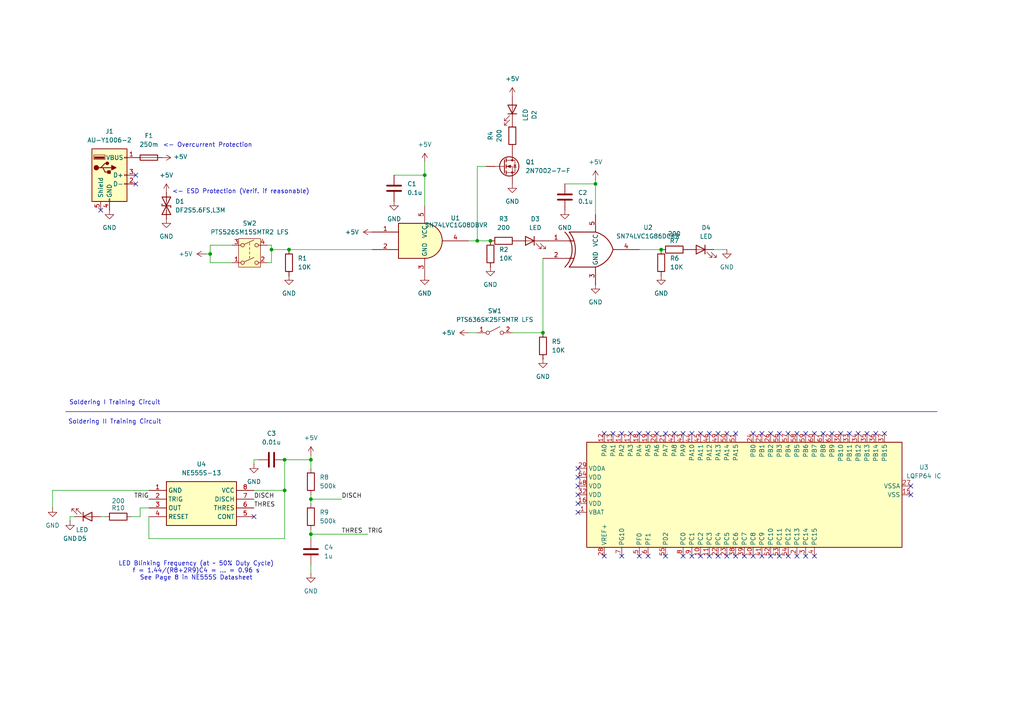
<source format=kicad_sch>
(kicad_sch
	(version 20250114)
	(generator "eeschema")
	(generator_version "9.0")
	(uuid "4ef7e724-695f-470a-ab6f-e85b913e0a40")
	(paper "A4")
	(title_block
		(title "Soldering I + II Circuits")
		(date "2025-10-17")
		(rev "1")
		(company "The Shop - Franklin W. Olin College of Engineering")
		(comment 1 "Henry Tejada Deras + Emily Boyd")
	)
	(lib_symbols
		(symbol "74xGxx:74LVC1G08"
			(exclude_from_sim no)
			(in_bom yes)
			(on_board yes)
			(property "Reference" "U"
				(at -5.08 7.62 0)
				(effects
					(font
						(size 1.27 1.27)
					)
				)
			)
			(property "Value" "74LVC1G08"
				(at 7.62 -7.62 0)
				(effects
					(font
						(size 1.27 1.27)
					)
				)
			)
			(property "Footprint" ""
				(at 0 0 0)
				(effects
					(font
						(size 1.27 1.27)
					)
					(hide yes)
				)
			)
			(property "Datasheet" "https://www.ti.com/lit/ds/symlink/sn74lvc1g08.pdf"
				(at 0 0 0)
				(effects
					(font
						(size 1.27 1.27)
					)
					(hide yes)
				)
			)
			(property "Description" "Single AND Gate, Low-Voltage CMOS"
				(at 0 0 0)
				(effects
					(font
						(size 1.27 1.27)
					)
					(hide yes)
				)
			)
			(property "ki_keywords" "Single Gate AND LVC CMOS"
				(at 0 0 0)
				(effects
					(font
						(size 1.27 1.27)
					)
					(hide yes)
				)
			)
			(property "ki_fp_filters" "SOT?23* Texas?R-PDSO-G5?DCK* Texas?R-PDSO-N5?DRL* Texas?X2SON*0.8x0.8mm*P0.48mm*"
				(at 0 0 0)
				(effects
					(font
						(size 1.27 1.27)
					)
					(hide yes)
				)
			)
			(symbol "74LVC1G08_0_1"
				(arc
					(start 0 5.08)
					(mid 5.0579 0)
					(end 0 -5.08)
					(stroke
						(width 0.254)
						(type default)
					)
					(fill
						(type background)
					)
				)
				(polyline
					(pts
						(xy 0 -5.08) (xy -7.62 -5.08) (xy -7.62 5.08) (xy 0 5.08)
					)
					(stroke
						(width 0.254)
						(type default)
					)
					(fill
						(type background)
					)
				)
			)
			(symbol "74LVC1G08_1_1"
				(pin input line
					(at -15.24 2.54 0)
					(length 7.62)
					(name "~"
						(effects
							(font
								(size 1.27 1.27)
							)
						)
					)
					(number "1"
						(effects
							(font
								(size 1.27 1.27)
							)
						)
					)
				)
				(pin input line
					(at -15.24 -2.54 0)
					(length 7.62)
					(name "~"
						(effects
							(font
								(size 1.27 1.27)
							)
						)
					)
					(number "2"
						(effects
							(font
								(size 1.27 1.27)
							)
						)
					)
				)
				(pin power_in line
					(at 0 10.16 270)
					(length 5.08)
					(name "VCC"
						(effects
							(font
								(size 1.27 1.27)
							)
						)
					)
					(number "5"
						(effects
							(font
								(size 1.27 1.27)
							)
						)
					)
				)
				(pin power_in line
					(at 0 -10.16 90)
					(length 5.08)
					(name "GND"
						(effects
							(font
								(size 1.27 1.27)
							)
						)
					)
					(number "3"
						(effects
							(font
								(size 1.27 1.27)
							)
						)
					)
				)
				(pin output line
					(at 12.7 0 180)
					(length 7.62)
					(name "~"
						(effects
							(font
								(size 1.27 1.27)
							)
						)
					)
					(number "4"
						(effects
							(font
								(size 1.27 1.27)
							)
						)
					)
				)
			)
			(embedded_fonts no)
		)
		(symbol "74xGxx:74LVC1G86"
			(exclude_from_sim no)
			(in_bom yes)
			(on_board yes)
			(property "Reference" "U"
				(at -5.08 7.62 0)
				(effects
					(font
						(size 1.27 1.27)
					)
				)
			)
			(property "Value" "74LVC1G86"
				(at 7.62 -7.62 0)
				(effects
					(font
						(size 1.27 1.27)
					)
				)
			)
			(property "Footprint" ""
				(at 0 0 0)
				(effects
					(font
						(size 1.27 1.27)
					)
					(hide yes)
				)
			)
			(property "Datasheet" "http://www.ti.com/lit/sg/scyt129e/scyt129e.pdf"
				(at 0 0 0)
				(effects
					(font
						(size 1.27 1.27)
					)
					(hide yes)
				)
			)
			(property "Description" "Single XOR Gate, Low-Voltage CMOS"
				(at 0 0 0)
				(effects
					(font
						(size 1.27 1.27)
					)
					(hide yes)
				)
			)
			(property "ki_keywords" "Single Gate XOR LVC CMOS"
				(at 0 0 0)
				(effects
					(font
						(size 1.27 1.27)
					)
					(hide yes)
				)
			)
			(property "ki_fp_filters" "SOT* SG-*"
				(at 0 0 0)
				(effects
					(font
						(size 1.27 1.27)
					)
					(hide yes)
				)
			)
			(symbol "74LVC1G86_0_1"
				(arc
					(start -8.89 5.08)
					(mid -6.7858 0)
					(end -8.89 -5.08)
					(stroke
						(width 0.254)
						(type default)
					)
					(fill
						(type none)
					)
				)
				(arc
					(start -7.62 5.08)
					(mid -5.838 0)
					(end -7.62 -5.08)
					(stroke
						(width 0.254)
						(type default)
					)
					(fill
						(type none)
					)
				)
				(polyline
					(pts
						(xy -7.62 2.54) (xy -6.35 2.54)
					)
					(stroke
						(width 0.254)
						(type default)
					)
					(fill
						(type background)
					)
				)
				(polyline
					(pts
						(xy -7.62 -2.54) (xy -6.35 -2.54)
					)
					(stroke
						(width 0.254)
						(type default)
					)
					(fill
						(type background)
					)
				)
				(arc
					(start 5.08 0)
					(mid 3.202 -3.202)
					(end 0 -5.08)
					(stroke
						(width 0.254)
						(type default)
					)
					(fill
						(type none)
					)
				)
				(arc
					(start 0 5.08)
					(mid 3.2271 3.2271)
					(end 5.08 0)
					(stroke
						(width 0.254)
						(type default)
					)
					(fill
						(type none)
					)
				)
				(polyline
					(pts
						(xy 0 5.08) (xy -7.62 5.08)
					)
					(stroke
						(width 0.254)
						(type default)
					)
					(fill
						(type background)
					)
				)
				(polyline
					(pts
						(xy 0 -5.08) (xy -7.62 -5.08)
					)
					(stroke
						(width 0.254)
						(type default)
					)
					(fill
						(type background)
					)
				)
			)
			(symbol "74LVC1G86_1_1"
				(pin input line
					(at -15.24 2.54 0)
					(length 7.62)
					(name "~"
						(effects
							(font
								(size 1.27 1.27)
							)
						)
					)
					(number "1"
						(effects
							(font
								(size 1.27 1.27)
							)
						)
					)
				)
				(pin input line
					(at -15.24 -2.54 0)
					(length 7.62)
					(name "~"
						(effects
							(font
								(size 1.27 1.27)
							)
						)
					)
					(number "2"
						(effects
							(font
								(size 1.27 1.27)
							)
						)
					)
				)
				(pin power_in line
					(at 0 10.16 270)
					(length 5.08)
					(name "VCC"
						(effects
							(font
								(size 1.27 1.27)
							)
						)
					)
					(number "5"
						(effects
							(font
								(size 1.27 1.27)
							)
						)
					)
				)
				(pin power_in line
					(at 0 -10.16 90)
					(length 5.08)
					(name "GND"
						(effects
							(font
								(size 1.27 1.27)
							)
						)
					)
					(number "3"
						(effects
							(font
								(size 1.27 1.27)
							)
						)
					)
				)
				(pin output line
					(at 12.7 0 180)
					(length 7.62)
					(name "~"
						(effects
							(font
								(size 1.27 1.27)
							)
						)
					)
					(number "4"
						(effects
							(font
								(size 1.27 1.27)
							)
						)
					)
				)
			)
			(embedded_fonts no)
		)
		(symbol "Connector:USB_A"
			(pin_names
				(offset 1.016)
			)
			(exclude_from_sim no)
			(in_bom yes)
			(on_board yes)
			(property "Reference" "J1"
				(at 0 12.7 0)
				(effects
					(font
						(size 1.27 1.27)
					)
				)
			)
			(property "Value" "USB_A"
				(at 0 10.16 0)
				(effects
					(font
						(size 1.27 1.27)
					)
				)
			)
			(property "Footprint" ""
				(at 3.81 -1.27 0)
				(effects
					(font
						(size 1.27 1.27)
					)
					(hide yes)
				)
			)
			(property "Datasheet" "~"
				(at 3.81 -1.27 0)
				(effects
					(font
						(size 1.27 1.27)
					)
					(hide yes)
				)
			)
			(property "Description" "USB Type A connector"
				(at 0 0 0)
				(effects
					(font
						(size 1.27 1.27)
					)
					(hide yes)
				)
			)
			(property "ki_keywords" "connector USB"
				(at 0 0 0)
				(effects
					(font
						(size 1.27 1.27)
					)
					(hide yes)
				)
			)
			(property "ki_fp_filters" "USB*"
				(at 0 0 0)
				(effects
					(font
						(size 1.27 1.27)
					)
					(hide yes)
				)
			)
			(symbol "USB_A_0_1"
				(rectangle
					(start -5.08 -7.62)
					(end 5.08 7.62)
					(stroke
						(width 0.254)
						(type default)
					)
					(fill
						(type background)
					)
				)
				(circle
					(center -3.81 2.159)
					(radius 0.635)
					(stroke
						(width 0.254)
						(type default)
					)
					(fill
						(type outline)
					)
				)
				(polyline
					(pts
						(xy -3.175 2.159) (xy -2.54 2.159) (xy -1.27 3.429) (xy -0.635 3.429)
					)
					(stroke
						(width 0.254)
						(type default)
					)
					(fill
						(type none)
					)
				)
				(polyline
					(pts
						(xy -2.54 2.159) (xy -1.905 2.159) (xy -1.27 0.889) (xy 0 0.889)
					)
					(stroke
						(width 0.254)
						(type default)
					)
					(fill
						(type none)
					)
				)
				(rectangle
					(start -1.524 4.826)
					(end -4.318 5.334)
					(stroke
						(width 0)
						(type default)
					)
					(fill
						(type outline)
					)
				)
				(rectangle
					(start -1.27 4.572)
					(end -4.572 5.842)
					(stroke
						(width 0)
						(type default)
					)
					(fill
						(type none)
					)
				)
				(circle
					(center -0.635 3.429)
					(radius 0.381)
					(stroke
						(width 0.254)
						(type default)
					)
					(fill
						(type outline)
					)
				)
				(rectangle
					(start -0.127 -7.62)
					(end 0.127 -6.858)
					(stroke
						(width 0)
						(type default)
					)
					(fill
						(type none)
					)
				)
				(rectangle
					(start 0.254 1.27)
					(end -0.508 0.508)
					(stroke
						(width 0.254)
						(type default)
					)
					(fill
						(type outline)
					)
				)
				(polyline
					(pts
						(xy 0.635 2.794) (xy 0.635 1.524) (xy 1.905 2.159) (xy 0.635 2.794)
					)
					(stroke
						(width 0.254)
						(type default)
					)
					(fill
						(type outline)
					)
				)
				(rectangle
					(start 5.08 4.953)
					(end 4.318 5.207)
					(stroke
						(width 0)
						(type default)
					)
					(fill
						(type none)
					)
				)
				(rectangle
					(start 5.08 -0.127)
					(end 4.318 0.127)
					(stroke
						(width 0)
						(type default)
					)
					(fill
						(type none)
					)
				)
				(rectangle
					(start 5.08 -2.667)
					(end 4.318 -2.413)
					(stroke
						(width 0)
						(type default)
					)
					(fill
						(type none)
					)
				)
			)
			(symbol "USB_A_1_1"
				(polyline
					(pts
						(xy -1.905 2.159) (xy 0.635 2.159)
					)
					(stroke
						(width 0.254)
						(type default)
					)
					(fill
						(type none)
					)
				)
				(pin passive line
					(at -2.54 -10.16 90)
					(length 2.54)
					(name "Shield"
						(effects
							(font
								(size 1.27 1.27)
							)
						)
					)
					(number "5"
						(effects
							(font
								(size 1.27 1.27)
							)
						)
					)
				)
				(pin power_out line
					(at 0 -10.16 90)
					(length 2.54)
					(name "GND"
						(effects
							(font
								(size 1.27 1.27)
							)
						)
					)
					(number "4"
						(effects
							(font
								(size 1.27 1.27)
							)
						)
					)
				)
				(pin power_out line
					(at 7.62 5.08 180)
					(length 2.54)
					(name "VBUS"
						(effects
							(font
								(size 1.27 1.27)
							)
						)
					)
					(number "1"
						(effects
							(font
								(size 1.27 1.27)
							)
						)
					)
				)
				(pin bidirectional line
					(at 7.62 0 180)
					(length 2.54)
					(name "D+"
						(effects
							(font
								(size 1.27 1.27)
							)
						)
					)
					(number "3"
						(effects
							(font
								(size 1.27 1.27)
							)
						)
					)
				)
				(pin bidirectional line
					(at 7.62 -2.54 180)
					(length 2.54)
					(name "D-"
						(effects
							(font
								(size 1.27 1.27)
							)
						)
					)
					(number "2"
						(effects
							(font
								(size 1.27 1.27)
							)
						)
					)
				)
			)
			(embedded_fonts no)
		)
		(symbol "Device:C"
			(pin_numbers
				(hide yes)
			)
			(pin_names
				(offset 0.254)
			)
			(exclude_from_sim no)
			(in_bom yes)
			(on_board yes)
			(property "Reference" "C"
				(at 0.635 2.54 0)
				(effects
					(font
						(size 1.27 1.27)
					)
					(justify left)
				)
			)
			(property "Value" "C"
				(at 0.635 -2.54 0)
				(effects
					(font
						(size 1.27 1.27)
					)
					(justify left)
				)
			)
			(property "Footprint" ""
				(at 0.9652 -3.81 0)
				(effects
					(font
						(size 1.27 1.27)
					)
					(hide yes)
				)
			)
			(property "Datasheet" "~"
				(at 0 0 0)
				(effects
					(font
						(size 1.27 1.27)
					)
					(hide yes)
				)
			)
			(property "Description" "Unpolarized capacitor"
				(at 0 0 0)
				(effects
					(font
						(size 1.27 1.27)
					)
					(hide yes)
				)
			)
			(property "ki_keywords" "cap capacitor"
				(at 0 0 0)
				(effects
					(font
						(size 1.27 1.27)
					)
					(hide yes)
				)
			)
			(property "ki_fp_filters" "C_*"
				(at 0 0 0)
				(effects
					(font
						(size 1.27 1.27)
					)
					(hide yes)
				)
			)
			(symbol "C_0_1"
				(polyline
					(pts
						(xy -2.032 0.762) (xy 2.032 0.762)
					)
					(stroke
						(width 0.508)
						(type default)
					)
					(fill
						(type none)
					)
				)
				(polyline
					(pts
						(xy -2.032 -0.762) (xy 2.032 -0.762)
					)
					(stroke
						(width 0.508)
						(type default)
					)
					(fill
						(type none)
					)
				)
			)
			(symbol "C_1_1"
				(pin passive line
					(at 0 3.81 270)
					(length 2.794)
					(name "~"
						(effects
							(font
								(size 1.27 1.27)
							)
						)
					)
					(number "1"
						(effects
							(font
								(size 1.27 1.27)
							)
						)
					)
				)
				(pin passive line
					(at 0 -3.81 90)
					(length 2.794)
					(name "~"
						(effects
							(font
								(size 1.27 1.27)
							)
						)
					)
					(number "2"
						(effects
							(font
								(size 1.27 1.27)
							)
						)
					)
				)
			)
			(embedded_fonts no)
		)
		(symbol "Device:D_TVS"
			(pin_numbers
				(hide yes)
			)
			(pin_names
				(offset 1.016)
				(hide yes)
			)
			(exclude_from_sim no)
			(in_bom yes)
			(on_board yes)
			(property "Reference" "D"
				(at 0 2.54 0)
				(effects
					(font
						(size 1.27 1.27)
					)
				)
			)
			(property "Value" "D_TVS"
				(at 0 -2.54 0)
				(effects
					(font
						(size 1.27 1.27)
					)
				)
			)
			(property "Footprint" ""
				(at 0 0 0)
				(effects
					(font
						(size 1.27 1.27)
					)
					(hide yes)
				)
			)
			(property "Datasheet" "~"
				(at 0 0 0)
				(effects
					(font
						(size 1.27 1.27)
					)
					(hide yes)
				)
			)
			(property "Description" "Bidirectional transient-voltage-suppression diode"
				(at 0 0 0)
				(effects
					(font
						(size 1.27 1.27)
					)
					(hide yes)
				)
			)
			(property "ki_keywords" "diode TVS thyrector"
				(at 0 0 0)
				(effects
					(font
						(size 1.27 1.27)
					)
					(hide yes)
				)
			)
			(property "ki_fp_filters" "TO-???* *_Diode_* *SingleDiode* D_*"
				(at 0 0 0)
				(effects
					(font
						(size 1.27 1.27)
					)
					(hide yes)
				)
			)
			(symbol "D_TVS_0_1"
				(polyline
					(pts
						(xy -2.54 1.27) (xy -2.54 -1.27) (xy 2.54 1.27) (xy 2.54 -1.27) (xy -2.54 1.27)
					)
					(stroke
						(width 0.254)
						(type default)
					)
					(fill
						(type none)
					)
				)
				(polyline
					(pts
						(xy 0.508 1.27) (xy 0 1.27) (xy 0 -1.27) (xy -0.508 -1.27)
					)
					(stroke
						(width 0.254)
						(type default)
					)
					(fill
						(type none)
					)
				)
				(polyline
					(pts
						(xy 1.27 0) (xy -1.27 0)
					)
					(stroke
						(width 0)
						(type default)
					)
					(fill
						(type none)
					)
				)
			)
			(symbol "D_TVS_1_1"
				(pin passive line
					(at -3.81 0 0)
					(length 2.54)
					(name "A1"
						(effects
							(font
								(size 1.27 1.27)
							)
						)
					)
					(number "1"
						(effects
							(font
								(size 1.27 1.27)
							)
						)
					)
				)
				(pin passive line
					(at 3.81 0 180)
					(length 2.54)
					(name "A2"
						(effects
							(font
								(size 1.27 1.27)
							)
						)
					)
					(number "2"
						(effects
							(font
								(size 1.27 1.27)
							)
						)
					)
				)
			)
			(embedded_fonts no)
		)
		(symbol "Device:Fuse"
			(pin_numbers
				(hide yes)
			)
			(pin_names
				(offset 0)
			)
			(exclude_from_sim no)
			(in_bom yes)
			(on_board yes)
			(property "Reference" "F"
				(at 2.032 0 90)
				(effects
					(font
						(size 1.27 1.27)
					)
				)
			)
			(property "Value" "Fuse"
				(at -1.905 0 90)
				(effects
					(font
						(size 1.27 1.27)
					)
				)
			)
			(property "Footprint" ""
				(at -1.778 0 90)
				(effects
					(font
						(size 1.27 1.27)
					)
					(hide yes)
				)
			)
			(property "Datasheet" "~"
				(at 0 0 0)
				(effects
					(font
						(size 1.27 1.27)
					)
					(hide yes)
				)
			)
			(property "Description" "Fuse"
				(at 0 0 0)
				(effects
					(font
						(size 1.27 1.27)
					)
					(hide yes)
				)
			)
			(property "ki_keywords" "fuse"
				(at 0 0 0)
				(effects
					(font
						(size 1.27 1.27)
					)
					(hide yes)
				)
			)
			(property "ki_fp_filters" "*Fuse*"
				(at 0 0 0)
				(effects
					(font
						(size 1.27 1.27)
					)
					(hide yes)
				)
			)
			(symbol "Fuse_0_1"
				(rectangle
					(start -0.762 -2.54)
					(end 0.762 2.54)
					(stroke
						(width 0.254)
						(type default)
					)
					(fill
						(type none)
					)
				)
				(polyline
					(pts
						(xy 0 2.54) (xy 0 -2.54)
					)
					(stroke
						(width 0)
						(type default)
					)
					(fill
						(type none)
					)
				)
			)
			(symbol "Fuse_1_1"
				(pin passive line
					(at 0 3.81 270)
					(length 1.27)
					(name "~"
						(effects
							(font
								(size 1.27 1.27)
							)
						)
					)
					(number "1"
						(effects
							(font
								(size 1.27 1.27)
							)
						)
					)
				)
				(pin passive line
					(at 0 -3.81 90)
					(length 1.27)
					(name "~"
						(effects
							(font
								(size 1.27 1.27)
							)
						)
					)
					(number "2"
						(effects
							(font
								(size 1.27 1.27)
							)
						)
					)
				)
			)
			(embedded_fonts no)
		)
		(symbol "Device:LED"
			(pin_numbers
				(hide yes)
			)
			(pin_names
				(offset 1.016)
				(hide yes)
			)
			(exclude_from_sim no)
			(in_bom yes)
			(on_board yes)
			(property "Reference" "D"
				(at 0 2.54 0)
				(effects
					(font
						(size 1.27 1.27)
					)
				)
			)
			(property "Value" "LED"
				(at 0 -2.54 0)
				(effects
					(font
						(size 1.27 1.27)
					)
				)
			)
			(property "Footprint" ""
				(at 0 0 0)
				(effects
					(font
						(size 1.27 1.27)
					)
					(hide yes)
				)
			)
			(property "Datasheet" "~"
				(at 0 0 0)
				(effects
					(font
						(size 1.27 1.27)
					)
					(hide yes)
				)
			)
			(property "Description" "Light emitting diode"
				(at 0 0 0)
				(effects
					(font
						(size 1.27 1.27)
					)
					(hide yes)
				)
			)
			(property "Sim.Pins" "1=K 2=A"
				(at 0 0 0)
				(effects
					(font
						(size 1.27 1.27)
					)
					(hide yes)
				)
			)
			(property "ki_keywords" "LED diode"
				(at 0 0 0)
				(effects
					(font
						(size 1.27 1.27)
					)
					(hide yes)
				)
			)
			(property "ki_fp_filters" "LED* LED_SMD:* LED_THT:*"
				(at 0 0 0)
				(effects
					(font
						(size 1.27 1.27)
					)
					(hide yes)
				)
			)
			(symbol "LED_0_1"
				(polyline
					(pts
						(xy -3.048 -0.762) (xy -4.572 -2.286) (xy -3.81 -2.286) (xy -4.572 -2.286) (xy -4.572 -1.524)
					)
					(stroke
						(width 0)
						(type default)
					)
					(fill
						(type none)
					)
				)
				(polyline
					(pts
						(xy -1.778 -0.762) (xy -3.302 -2.286) (xy -2.54 -2.286) (xy -3.302 -2.286) (xy -3.302 -1.524)
					)
					(stroke
						(width 0)
						(type default)
					)
					(fill
						(type none)
					)
				)
				(polyline
					(pts
						(xy -1.27 0) (xy 1.27 0)
					)
					(stroke
						(width 0)
						(type default)
					)
					(fill
						(type none)
					)
				)
				(polyline
					(pts
						(xy -1.27 -1.27) (xy -1.27 1.27)
					)
					(stroke
						(width 0.254)
						(type default)
					)
					(fill
						(type none)
					)
				)
				(polyline
					(pts
						(xy 1.27 -1.27) (xy 1.27 1.27) (xy -1.27 0) (xy 1.27 -1.27)
					)
					(stroke
						(width 0.254)
						(type default)
					)
					(fill
						(type none)
					)
				)
			)
			(symbol "LED_1_1"
				(pin passive line
					(at -3.81 0 0)
					(length 2.54)
					(name "K"
						(effects
							(font
								(size 1.27 1.27)
							)
						)
					)
					(number "1"
						(effects
							(font
								(size 1.27 1.27)
							)
						)
					)
				)
				(pin passive line
					(at 3.81 0 180)
					(length 2.54)
					(name "A"
						(effects
							(font
								(size 1.27 1.27)
							)
						)
					)
					(number "2"
						(effects
							(font
								(size 1.27 1.27)
							)
						)
					)
				)
			)
			(embedded_fonts no)
		)
		(symbol "Device:Q_NMOS"
			(pin_numbers
				(hide yes)
			)
			(pin_names
				(offset 0)
				(hide yes)
			)
			(exclude_from_sim no)
			(in_bom yes)
			(on_board yes)
			(property "Reference" "Q1"
				(at 6.35 1.2701 0)
				(effects
					(font
						(size 1.27 1.27)
					)
					(justify left)
				)
			)
			(property "Value" "2N7002-7-F"
				(at 6.35 -1.2699 0)
				(effects
					(font
						(size 1.27 1.27)
					)
					(justify left)
				)
			)
			(property "Footprint" "Package_TO_SOT_SMD:SOT-23-3"
				(at 5.08 2.54 0)
				(effects
					(font
						(size 1.27 1.27)
					)
					(hide yes)
				)
			)
			(property "Datasheet" "~"
				(at 0 0 0)
				(effects
					(font
						(size 1.27 1.27)
					)
					(hide yes)
				)
			)
			(property "Description" "N-MOSFET transistor"
				(at 0 0 0)
				(effects
					(font
						(size 1.27 1.27)
					)
					(hide yes)
				)
			)
			(property "ki_keywords" "NMOS N-MOS"
				(at 0 0 0)
				(effects
					(font
						(size 1.27 1.27)
					)
					(hide yes)
				)
			)
			(symbol "Q_NMOS_0_1"
				(polyline
					(pts
						(xy 0.254 1.905) (xy 0.254 -1.905)
					)
					(stroke
						(width 0.254)
						(type default)
					)
					(fill
						(type none)
					)
				)
				(polyline
					(pts
						(xy 0.254 0) (xy -2.54 0)
					)
					(stroke
						(width 0)
						(type default)
					)
					(fill
						(type none)
					)
				)
				(polyline
					(pts
						(xy 0.762 2.286) (xy 0.762 1.27)
					)
					(stroke
						(width 0.254)
						(type default)
					)
					(fill
						(type none)
					)
				)
				(polyline
					(pts
						(xy 0.762 0.508) (xy 0.762 -0.508)
					)
					(stroke
						(width 0.254)
						(type default)
					)
					(fill
						(type none)
					)
				)
				(polyline
					(pts
						(xy 0.762 -1.27) (xy 0.762 -2.286)
					)
					(stroke
						(width 0.254)
						(type default)
					)
					(fill
						(type none)
					)
				)
				(polyline
					(pts
						(xy 0.762 -1.778) (xy 3.302 -1.778) (xy 3.302 1.778) (xy 0.762 1.778)
					)
					(stroke
						(width 0)
						(type default)
					)
					(fill
						(type none)
					)
				)
				(polyline
					(pts
						(xy 1.016 0) (xy 2.032 0.381) (xy 2.032 -0.381) (xy 1.016 0)
					)
					(stroke
						(width 0)
						(type default)
					)
					(fill
						(type outline)
					)
				)
				(circle
					(center 1.651 0)
					(radius 2.794)
					(stroke
						(width 0.254)
						(type default)
					)
					(fill
						(type none)
					)
				)
				(polyline
					(pts
						(xy 2.54 2.54) (xy 2.54 1.778)
					)
					(stroke
						(width 0)
						(type default)
					)
					(fill
						(type none)
					)
				)
				(circle
					(center 2.54 1.778)
					(radius 0.254)
					(stroke
						(width 0)
						(type default)
					)
					(fill
						(type outline)
					)
				)
				(circle
					(center 2.54 -1.778)
					(radius 0.254)
					(stroke
						(width 0)
						(type default)
					)
					(fill
						(type outline)
					)
				)
				(polyline
					(pts
						(xy 2.54 -2.54) (xy 2.54 0) (xy 0.762 0)
					)
					(stroke
						(width 0)
						(type default)
					)
					(fill
						(type none)
					)
				)
				(polyline
					(pts
						(xy 2.921 0.381) (xy 3.683 0.381)
					)
					(stroke
						(width 0)
						(type default)
					)
					(fill
						(type none)
					)
				)
				(polyline
					(pts
						(xy 3.302 0.381) (xy 2.921 -0.254) (xy 3.683 -0.254) (xy 3.302 0.381)
					)
					(stroke
						(width 0)
						(type default)
					)
					(fill
						(type none)
					)
				)
			)
			(symbol "Q_NMOS_1_1"
				(pin input line
					(at -5.08 0 0)
					(length 2.54)
					(name "G"
						(effects
							(font
								(size 1.27 1.27)
							)
						)
					)
					(number "1"
						(effects
							(font
								(size 1.27 1.27)
							)
						)
					)
				)
				(pin passive line
					(at 2.54 5.08 270)
					(length 2.54)
					(name "D"
						(effects
							(font
								(size 1.27 1.27)
							)
						)
					)
					(number "3"
						(effects
							(font
								(size 1.27 1.27)
							)
						)
					)
				)
				(pin passive line
					(at 2.54 -5.08 90)
					(length 2.54)
					(name "S"
						(effects
							(font
								(size 1.27 1.27)
							)
						)
					)
					(number "2"
						(effects
							(font
								(size 1.27 1.27)
							)
						)
					)
				)
			)
			(embedded_fonts no)
		)
		(symbol "Device:R"
			(pin_numbers
				(hide yes)
			)
			(pin_names
				(offset 0)
			)
			(exclude_from_sim no)
			(in_bom yes)
			(on_board yes)
			(property "Reference" "R"
				(at 2.032 0 90)
				(effects
					(font
						(size 1.27 1.27)
					)
				)
			)
			(property "Value" "R"
				(at 0 0 90)
				(effects
					(font
						(size 1.27 1.27)
					)
				)
			)
			(property "Footprint" ""
				(at -1.778 0 90)
				(effects
					(font
						(size 1.27 1.27)
					)
					(hide yes)
				)
			)
			(property "Datasheet" "~"
				(at 0 0 0)
				(effects
					(font
						(size 1.27 1.27)
					)
					(hide yes)
				)
			)
			(property "Description" "Resistor"
				(at 0 0 0)
				(effects
					(font
						(size 1.27 1.27)
					)
					(hide yes)
				)
			)
			(property "ki_keywords" "R res resistor"
				(at 0 0 0)
				(effects
					(font
						(size 1.27 1.27)
					)
					(hide yes)
				)
			)
			(property "ki_fp_filters" "R_*"
				(at 0 0 0)
				(effects
					(font
						(size 1.27 1.27)
					)
					(hide yes)
				)
			)
			(symbol "R_0_1"
				(rectangle
					(start -1.016 -2.54)
					(end 1.016 2.54)
					(stroke
						(width 0.254)
						(type default)
					)
					(fill
						(type none)
					)
				)
			)
			(symbol "R_1_1"
				(pin passive line
					(at 0 3.81 270)
					(length 1.27)
					(name "~"
						(effects
							(font
								(size 1.27 1.27)
							)
						)
					)
					(number "1"
						(effects
							(font
								(size 1.27 1.27)
							)
						)
					)
				)
				(pin passive line
					(at 0 -3.81 90)
					(length 1.27)
					(name "~"
						(effects
							(font
								(size 1.27 1.27)
							)
						)
					)
					(number "2"
						(effects
							(font
								(size 1.27 1.27)
							)
						)
					)
				)
			)
			(embedded_fonts no)
		)
		(symbol "MCU_ST_STM32G4:STM32G441RBTx"
			(exclude_from_sim no)
			(in_bom yes)
			(on_board yes)
			(property "Reference" "U"
				(at -15.24 46.99 0)
				(effects
					(font
						(size 1.27 1.27)
					)
					(justify left)
				)
			)
			(property "Value" "STM32G441RBTx"
				(at 10.16 46.99 0)
				(effects
					(font
						(size 1.27 1.27)
					)
					(justify left)
				)
			)
			(property "Footprint" "Package_QFP:LQFP-64_10x10mm_P0.5mm"
				(at -15.24 -45.72 0)
				(effects
					(font
						(size 1.27 1.27)
					)
					(justify right)
					(hide yes)
				)
			)
			(property "Datasheet" "https://www.st.com/resource/en/datasheet/stm32g441rb.pdf"
				(at 0 0 0)
				(effects
					(font
						(size 1.27 1.27)
					)
					(hide yes)
				)
			)
			(property "Description" "STMicroelectronics Arm Cortex-M4 MCU, 128KB flash, 32KB RAM, 170 MHz, 1.71-3.6V, 52 GPIO, LQFP64"
				(at 0 0 0)
				(effects
					(font
						(size 1.27 1.27)
					)
					(hide yes)
				)
			)
			(property "ki_keywords" "Arm Cortex-M4 STM32G4 STM32G4x1"
				(at 0 0 0)
				(effects
					(font
						(size 1.27 1.27)
					)
					(hide yes)
				)
			)
			(property "ki_fp_filters" "LQFP*10x10mm*P0.5mm*"
				(at 0 0 0)
				(effects
					(font
						(size 1.27 1.27)
					)
					(hide yes)
				)
			)
			(symbol "STM32G441RBTx_0_1"
				(rectangle
					(start -15.24 -45.72)
					(end 15.24 45.72)
					(stroke
						(width 0.254)
						(type default)
					)
					(fill
						(type background)
					)
				)
			)
			(symbol "STM32G441RBTx_1_1"
				(pin input line
					(at -17.78 40.64 0)
					(length 2.54)
					(name "VREF+"
						(effects
							(font
								(size 1.27 1.27)
							)
						)
					)
					(number "28"
						(effects
							(font
								(size 1.27 1.27)
							)
						)
					)
					(alternate "VREFBUF_OUT" bidirectional line)
				)
				(pin bidirectional line
					(at -17.78 35.56 0)
					(length 2.54)
					(name "PG10"
						(effects
							(font
								(size 1.27 1.27)
							)
						)
					)
					(number "7"
						(effects
							(font
								(size 1.27 1.27)
							)
						)
					)
					(alternate "DAC1_EXTI10" bidirectional line)
					(alternate "DAC3_EXTI10" bidirectional line)
					(alternate "RCC_MCO" bidirectional line)
				)
				(pin bidirectional line
					(at -17.78 30.48 0)
					(length 2.54)
					(name "PF0"
						(effects
							(font
								(size 1.27 1.27)
							)
						)
					)
					(number "5"
						(effects
							(font
								(size 1.27 1.27)
							)
						)
					)
					(alternate "ADC1_IN10" bidirectional line)
					(alternate "I2C2_SDA" bidirectional line)
					(alternate "I2S2_WS" bidirectional line)
					(alternate "RCC_OSC_IN" bidirectional line)
					(alternate "SPI2_NSS" bidirectional line)
					(alternate "TIM1_CH3N" bidirectional line)
				)
				(pin bidirectional line
					(at -17.78 27.94 0)
					(length 2.54)
					(name "PF1"
						(effects
							(font
								(size 1.27 1.27)
							)
						)
					)
					(number "6"
						(effects
							(font
								(size 1.27 1.27)
							)
						)
					)
					(alternate "ADC2_IN10" bidirectional line)
					(alternate "COMP3_INM" bidirectional line)
					(alternate "I2S2_CK" bidirectional line)
					(alternate "RCC_OSC_OUT" bidirectional line)
					(alternate "SPI2_SCK" bidirectional line)
				)
				(pin bidirectional line
					(at -17.78 22.86 0)
					(length 2.54)
					(name "PD2"
						(effects
							(font
								(size 1.27 1.27)
							)
						)
					)
					(number "55"
						(effects
							(font
								(size 1.27 1.27)
							)
						)
					)
					(alternate "TIM3_ETR" bidirectional line)
					(alternate "TIM8_BKIN" bidirectional line)
				)
				(pin bidirectional line
					(at -17.78 17.78 0)
					(length 2.54)
					(name "PC0"
						(effects
							(font
								(size 1.27 1.27)
							)
						)
					)
					(number "8"
						(effects
							(font
								(size 1.27 1.27)
							)
						)
					)
					(alternate "ADC1_IN6" bidirectional line)
					(alternate "ADC2_IN6" bidirectional line)
					(alternate "COMP3_INM" bidirectional line)
					(alternate "LPTIM1_IN1" bidirectional line)
					(alternate "LPUART1_RX" bidirectional line)
					(alternate "TIM1_CH1" bidirectional line)
				)
				(pin bidirectional line
					(at -17.78 15.24 0)
					(length 2.54)
					(name "PC1"
						(effects
							(font
								(size 1.27 1.27)
							)
						)
					)
					(number "9"
						(effects
							(font
								(size 1.27 1.27)
							)
						)
					)
					(alternate "ADC1_IN7" bidirectional line)
					(alternate "ADC2_IN7" bidirectional line)
					(alternate "COMP3_INP" bidirectional line)
					(alternate "LPTIM1_OUT" bidirectional line)
					(alternate "LPUART1_TX" bidirectional line)
					(alternate "SAI1_SD_A" bidirectional line)
					(alternate "TIM1_CH2" bidirectional line)
				)
				(pin bidirectional line
					(at -17.78 12.7 0)
					(length 2.54)
					(name "PC2"
						(effects
							(font
								(size 1.27 1.27)
							)
						)
					)
					(number "10"
						(effects
							(font
								(size 1.27 1.27)
							)
						)
					)
					(alternate "ADC1_IN8" bidirectional line)
					(alternate "ADC2_IN8" bidirectional line)
					(alternate "COMP3_OUT" bidirectional line)
					(alternate "LPTIM1_IN2" bidirectional line)
					(alternate "TIM1_CH3" bidirectional line)
				)
				(pin bidirectional line
					(at -17.78 10.16 0)
					(length 2.54)
					(name "PC3"
						(effects
							(font
								(size 1.27 1.27)
							)
						)
					)
					(number "11"
						(effects
							(font
								(size 1.27 1.27)
							)
						)
					)
					(alternate "ADC1_IN9" bidirectional line)
					(alternate "ADC2_IN9" bidirectional line)
					(alternate "LPTIM1_ETR" bidirectional line)
					(alternate "SAI1_D1" bidirectional line)
					(alternate "SAI1_SD_A" bidirectional line)
					(alternate "TIM1_BKIN2" bidirectional line)
					(alternate "TIM1_CH4" bidirectional line)
				)
				(pin bidirectional line
					(at -17.78 7.62 0)
					(length 2.54)
					(name "PC4"
						(effects
							(font
								(size 1.27 1.27)
							)
						)
					)
					(number "22"
						(effects
							(font
								(size 1.27 1.27)
							)
						)
					)
					(alternate "ADC2_IN5" bidirectional line)
					(alternate "I2C2_SCL" bidirectional line)
					(alternate "TIM1_ETR" bidirectional line)
					(alternate "USART1_TX" bidirectional line)
				)
				(pin bidirectional line
					(at -17.78 5.08 0)
					(length 2.54)
					(name "PC5"
						(effects
							(font
								(size 1.27 1.27)
							)
						)
					)
					(number "23"
						(effects
							(font
								(size 1.27 1.27)
							)
						)
					)
					(alternate "ADC2_IN11" bidirectional line)
					(alternate "OPAMP1_VINM" bidirectional line)
					(alternate "OPAMP1_VINM1" bidirectional line)
					(alternate "OPAMP1_VINM_SEC" bidirectional line)
					(alternate "OPAMP2_VINM" bidirectional line)
					(alternate "OPAMP2_VINM1" bidirectional line)
					(alternate "OPAMP2_VINM_SEC" bidirectional line)
					(alternate "SAI1_D3" bidirectional line)
					(alternate "SYS_WKUP5" bidirectional line)
					(alternate "TIM15_BKIN" bidirectional line)
					(alternate "TIM1_CH4N" bidirectional line)
					(alternate "USART1_RX" bidirectional line)
				)
				(pin bidirectional line
					(at -17.78 2.54 0)
					(length 2.54)
					(name "PC6"
						(effects
							(font
								(size 1.27 1.27)
							)
						)
					)
					(number "38"
						(effects
							(font
								(size 1.27 1.27)
							)
						)
					)
					(alternate "I2S2_MCK" bidirectional line)
					(alternate "TIM3_CH1" bidirectional line)
					(alternate "TIM8_CH1" bidirectional line)
				)
				(pin bidirectional line
					(at -17.78 0 0)
					(length 2.54)
					(name "PC7"
						(effects
							(font
								(size 1.27 1.27)
							)
						)
					)
					(number "39"
						(effects
							(font
								(size 1.27 1.27)
							)
						)
					)
					(alternate "I2S3_MCK" bidirectional line)
					(alternate "TIM3_CH2" bidirectional line)
					(alternate "TIM8_CH2" bidirectional line)
				)
				(pin bidirectional line
					(at -17.78 -2.54 0)
					(length 2.54)
					(name "PC8"
						(effects
							(font
								(size 1.27 1.27)
							)
						)
					)
					(number "40"
						(effects
							(font
								(size 1.27 1.27)
							)
						)
					)
					(alternate "I2C3_SCL" bidirectional line)
					(alternate "TIM3_CH3" bidirectional line)
					(alternate "TIM8_CH3" bidirectional line)
				)
				(pin bidirectional line
					(at -17.78 -5.08 0)
					(length 2.54)
					(name "PC9"
						(effects
							(font
								(size 1.27 1.27)
							)
						)
					)
					(number "41"
						(effects
							(font
								(size 1.27 1.27)
							)
						)
					)
					(alternate "DAC1_EXTI9" bidirectional line)
					(alternate "DAC3_EXTI9" bidirectional line)
					(alternate "I2C3_SDA" bidirectional line)
					(alternate "I2S_CKIN" bidirectional line)
					(alternate "TIM3_CH4" bidirectional line)
					(alternate "TIM8_BKIN2" bidirectional line)
					(alternate "TIM8_CH4" bidirectional line)
				)
				(pin bidirectional line
					(at -17.78 -7.62 0)
					(length 2.54)
					(name "PC10"
						(effects
							(font
								(size 1.27 1.27)
							)
						)
					)
					(number "52"
						(effects
							(font
								(size 1.27 1.27)
							)
						)
					)
					(alternate "DAC1_EXTI10" bidirectional line)
					(alternate "DAC3_EXTI10" bidirectional line)
					(alternate "I2S3_CK" bidirectional line)
					(alternate "SPI3_SCK" bidirectional line)
					(alternate "TIM8_CH1N" bidirectional line)
					(alternate "UART4_TX" bidirectional line)
					(alternate "USART3_TX" bidirectional line)
				)
				(pin bidirectional line
					(at -17.78 -10.16 0)
					(length 2.54)
					(name "PC11"
						(effects
							(font
								(size 1.27 1.27)
							)
						)
					)
					(number "53"
						(effects
							(font
								(size 1.27 1.27)
							)
						)
					)
					(alternate "ADC1_EXTI11" bidirectional line)
					(alternate "ADC2_EXTI11" bidirectional line)
					(alternate "I2C3_SDA" bidirectional line)
					(alternate "SPI3_MISO" bidirectional line)
					(alternate "TIM8_CH2N" bidirectional line)
					(alternate "UART4_RX" bidirectional line)
					(alternate "USART3_RX" bidirectional line)
				)
				(pin bidirectional line
					(at -17.78 -12.7 0)
					(length 2.54)
					(name "PC12"
						(effects
							(font
								(size 1.27 1.27)
							)
						)
					)
					(number "54"
						(effects
							(font
								(size 1.27 1.27)
							)
						)
					)
					(alternate "I2S3_SD" bidirectional line)
					(alternate "SPI3_MOSI" bidirectional line)
					(alternate "TIM8_CH3N" bidirectional line)
					(alternate "UCPD1_FRSTX1" bidirectional line)
					(alternate "UCPD1_FRSTX2" bidirectional line)
					(alternate "USART3_CK" bidirectional line)
				)
				(pin bidirectional line
					(at -17.78 -15.24 0)
					(length 2.54)
					(name "PC13"
						(effects
							(font
								(size 1.27 1.27)
							)
						)
					)
					(number "2"
						(effects
							(font
								(size 1.27 1.27)
							)
						)
					)
					(alternate "RTC_OUT1" bidirectional line)
					(alternate "RTC_TAMP1" bidirectional line)
					(alternate "RTC_TS" bidirectional line)
					(alternate "SYS_WKUP2" bidirectional line)
					(alternate "TIM1_BKIN" bidirectional line)
					(alternate "TIM1_CH1N" bidirectional line)
					(alternate "TIM8_CH4N" bidirectional line)
				)
				(pin bidirectional line
					(at -17.78 -17.78 0)
					(length 2.54)
					(name "PC14"
						(effects
							(font
								(size 1.27 1.27)
							)
						)
					)
					(number "3"
						(effects
							(font
								(size 1.27 1.27)
							)
						)
					)
					(alternate "RCC_OSC32_IN" bidirectional line)
				)
				(pin bidirectional line
					(at -17.78 -20.32 0)
					(length 2.54)
					(name "PC15"
						(effects
							(font
								(size 1.27 1.27)
							)
						)
					)
					(number "4"
						(effects
							(font
								(size 1.27 1.27)
							)
						)
					)
					(alternate "ADC1_EXTI15" bidirectional line)
					(alternate "ADC2_EXTI15" bidirectional line)
					(alternate "RCC_OSC32_OUT" bidirectional line)
				)
				(pin power_in line
					(at -5.08 48.26 270)
					(length 2.54)
					(name "VBAT"
						(effects
							(font
								(size 1.27 1.27)
							)
						)
					)
					(number "1"
						(effects
							(font
								(size 1.27 1.27)
							)
						)
					)
				)
				(pin power_in line
					(at -2.54 48.26 270)
					(length 2.54)
					(name "VDD"
						(effects
							(font
								(size 1.27 1.27)
							)
						)
					)
					(number "16"
						(effects
							(font
								(size 1.27 1.27)
							)
						)
					)
				)
				(pin power_in line
					(at 0 48.26 270)
					(length 2.54)
					(name "VDD"
						(effects
							(font
								(size 1.27 1.27)
							)
						)
					)
					(number "32"
						(effects
							(font
								(size 1.27 1.27)
							)
						)
					)
				)
				(pin power_in line
					(at 0 -48.26 90)
					(length 2.54)
					(name "VSS"
						(effects
							(font
								(size 1.27 1.27)
							)
						)
					)
					(number "15"
						(effects
							(font
								(size 1.27 1.27)
							)
						)
					)
				)
				(pin passive line
					(at 0 -48.26 90)
					(length 2.54)
					(hide yes)
					(name "VSS"
						(effects
							(font
								(size 1.27 1.27)
							)
						)
					)
					(number "31"
						(effects
							(font
								(size 1.27 1.27)
							)
						)
					)
				)
				(pin passive line
					(at 0 -48.26 90)
					(length 2.54)
					(hide yes)
					(name "VSS"
						(effects
							(font
								(size 1.27 1.27)
							)
						)
					)
					(number "47"
						(effects
							(font
								(size 1.27 1.27)
							)
						)
					)
				)
				(pin passive line
					(at 0 -48.26 90)
					(length 2.54)
					(hide yes)
					(name "VSS"
						(effects
							(font
								(size 1.27 1.27)
							)
						)
					)
					(number "63"
						(effects
							(font
								(size 1.27 1.27)
							)
						)
					)
				)
				(pin power_in line
					(at 2.54 48.26 270)
					(length 2.54)
					(name "VDD"
						(effects
							(font
								(size 1.27 1.27)
							)
						)
					)
					(number "48"
						(effects
							(font
								(size 1.27 1.27)
							)
						)
					)
				)
				(pin power_in line
					(at 2.54 -48.26 90)
					(length 2.54)
					(name "VSSA"
						(effects
							(font
								(size 1.27 1.27)
							)
						)
					)
					(number "27"
						(effects
							(font
								(size 1.27 1.27)
							)
						)
					)
				)
				(pin power_in line
					(at 5.08 48.26 270)
					(length 2.54)
					(name "VDD"
						(effects
							(font
								(size 1.27 1.27)
							)
						)
					)
					(number "64"
						(effects
							(font
								(size 1.27 1.27)
							)
						)
					)
				)
				(pin power_in line
					(at 7.62 48.26 270)
					(length 2.54)
					(name "VDDA"
						(effects
							(font
								(size 1.27 1.27)
							)
						)
					)
					(number "29"
						(effects
							(font
								(size 1.27 1.27)
							)
						)
					)
				)
				(pin bidirectional line
					(at 17.78 40.64 180)
					(length 2.54)
					(name "PA0"
						(effects
							(font
								(size 1.27 1.27)
							)
						)
					)
					(number "12"
						(effects
							(font
								(size 1.27 1.27)
							)
						)
					)
					(alternate "ADC1_IN1" bidirectional line)
					(alternate "ADC2_IN1" bidirectional line)
					(alternate "COMP1_INM" bidirectional line)
					(alternate "COMP1_OUT" bidirectional line)
					(alternate "COMP3_INP" bidirectional line)
					(alternate "RTC_TAMP2" bidirectional line)
					(alternate "SYS_WKUP1" bidirectional line)
					(alternate "TIM2_CH1" bidirectional line)
					(alternate "TIM2_ETR" bidirectional line)
					(alternate "TIM8_BKIN" bidirectional line)
					(alternate "TIM8_ETR" bidirectional line)
					(alternate "USART2_CTS" bidirectional line)
					(alternate "USART2_NSS" bidirectional line)
				)
				(pin bidirectional line
					(at 17.78 38.1 180)
					(length 2.54)
					(name "PA1"
						(effects
							(font
								(size 1.27 1.27)
							)
						)
					)
					(number "13"
						(effects
							(font
								(size 1.27 1.27)
							)
						)
					)
					(alternate "ADC1_IN2" bidirectional line)
					(alternate "ADC2_IN2" bidirectional line)
					(alternate "COMP1_INP" bidirectional line)
					(alternate "OPAMP1_VINP" bidirectional line)
					(alternate "OPAMP1_VINP_SEC" bidirectional line)
					(alternate "OPAMP3_VINP" bidirectional line)
					(alternate "OPAMP3_VINP_SEC" bidirectional line)
					(alternate "RTC_REFIN" bidirectional line)
					(alternate "TIM15_CH1N" bidirectional line)
					(alternate "TIM2_CH2" bidirectional line)
					(alternate "USART2_DE" bidirectional line)
					(alternate "USART2_RTS" bidirectional line)
				)
				(pin bidirectional line
					(at 17.78 35.56 180)
					(length 2.54)
					(name "PA2"
						(effects
							(font
								(size 1.27 1.27)
							)
						)
					)
					(number "14"
						(effects
							(font
								(size 1.27 1.27)
							)
						)
					)
					(alternate "ADC1_IN3" bidirectional line)
					(alternate "COMP2_INM" bidirectional line)
					(alternate "COMP2_OUT" bidirectional line)
					(alternate "LPUART1_TX" bidirectional line)
					(alternate "OPAMP1_VOUT" bidirectional line)
					(alternate "RCC_LSCO" bidirectional line)
					(alternate "SYS_WKUP4" bidirectional line)
					(alternate "TIM15_CH1" bidirectional line)
					(alternate "TIM2_CH3" bidirectional line)
					(alternate "UCPD1_FRSTX1" bidirectional line)
					(alternate "UCPD1_FRSTX2" bidirectional line)
					(alternate "USART2_TX" bidirectional line)
				)
				(pin bidirectional line
					(at 17.78 33.02 180)
					(length 2.54)
					(name "PA3"
						(effects
							(font
								(size 1.27 1.27)
							)
						)
					)
					(number "17"
						(effects
							(font
								(size 1.27 1.27)
							)
						)
					)
					(alternate "ADC1_IN4" bidirectional line)
					(alternate "COMP2_INP" bidirectional line)
					(alternate "LPUART1_RX" bidirectional line)
					(alternate "OPAMP1_VINM" bidirectional line)
					(alternate "OPAMP1_VINM0" bidirectional line)
					(alternate "OPAMP1_VINM_SEC" bidirectional line)
					(alternate "OPAMP1_VINP" bidirectional line)
					(alternate "OPAMP1_VINP_SEC" bidirectional line)
					(alternate "SAI1_CK1" bidirectional line)
					(alternate "SAI1_MCLK_A" bidirectional line)
					(alternate "TIM15_CH2" bidirectional line)
					(alternate "TIM2_CH4" bidirectional line)
					(alternate "USART2_RX" bidirectional line)
				)
				(pin bidirectional line
					(at 17.78 30.48 180)
					(length 2.54)
					(name "PA4"
						(effects
							(font
								(size 1.27 1.27)
							)
						)
					)
					(number "18"
						(effects
							(font
								(size 1.27 1.27)
							)
						)
					)
					(alternate "ADC2_IN17" bidirectional line)
					(alternate "COMP1_INM" bidirectional line)
					(alternate "DAC1_OUT1" bidirectional line)
					(alternate "I2S3_WS" bidirectional line)
					(alternate "SAI1_FS_B" bidirectional line)
					(alternate "SPI1_NSS" bidirectional line)
					(alternate "SPI3_NSS" bidirectional line)
					(alternate "TIM3_CH2" bidirectional line)
					(alternate "USART2_CK" bidirectional line)
				)
				(pin bidirectional line
					(at 17.78 27.94 180)
					(length 2.54)
					(name "PA5"
						(effects
							(font
								(size 1.27 1.27)
							)
						)
					)
					(number "19"
						(effects
							(font
								(size 1.27 1.27)
							)
						)
					)
					(alternate "ADC2_IN13" bidirectional line)
					(alternate "COMP2_INM" bidirectional line)
					(alternate "DAC1_OUT2" bidirectional line)
					(alternate "OPAMP2_VINM" bidirectional line)
					(alternate "OPAMP2_VINM0" bidirectional line)
					(alternate "OPAMP2_VINM_SEC" bidirectional line)
					(alternate "SPI1_SCK" bidirectional line)
					(alternate "TIM2_CH1" bidirectional line)
					(alternate "TIM2_ETR" bidirectional line)
					(alternate "UCPD1_FRSTX1" bidirectional line)
					(alternate "UCPD1_FRSTX2" bidirectional line)
				)
				(pin bidirectional line
					(at 17.78 25.4 180)
					(length 2.54)
					(name "PA6"
						(effects
							(font
								(size 1.27 1.27)
							)
						)
					)
					(number "20"
						(effects
							(font
								(size 1.27 1.27)
							)
						)
					)
					(alternate "ADC2_IN3" bidirectional line)
					(alternate "COMP1_OUT" bidirectional line)
					(alternate "LPUART1_CTS" bidirectional line)
					(alternate "OPAMP2_VOUT" bidirectional line)
					(alternate "SPI1_MISO" bidirectional line)
					(alternate "TIM16_CH1" bidirectional line)
					(alternate "TIM1_BKIN" bidirectional line)
					(alternate "TIM3_CH1" bidirectional line)
					(alternate "TIM8_BKIN" bidirectional line)
				)
				(pin bidirectional line
					(at 17.78 22.86 180)
					(length 2.54)
					(name "PA7"
						(effects
							(font
								(size 1.27 1.27)
							)
						)
					)
					(number "21"
						(effects
							(font
								(size 1.27 1.27)
							)
						)
					)
					(alternate "ADC2_IN4" bidirectional line)
					(alternate "COMP2_INP" bidirectional line)
					(alternate "COMP2_OUT" bidirectional line)
					(alternate "OPAMP1_VINP" bidirectional line)
					(alternate "OPAMP1_VINP_SEC" bidirectional line)
					(alternate "OPAMP2_VINP" bidirectional line)
					(alternate "OPAMP2_VINP_SEC" bidirectional line)
					(alternate "SPI1_MOSI" bidirectional line)
					(alternate "TIM17_CH1" bidirectional line)
					(alternate "TIM1_CH1N" bidirectional line)
					(alternate "TIM3_CH2" bidirectional line)
					(alternate "TIM8_CH1N" bidirectional line)
					(alternate "UCPD1_FRSTX1" bidirectional line)
					(alternate "UCPD1_FRSTX2" bidirectional line)
				)
				(pin bidirectional line
					(at 17.78 20.32 180)
					(length 2.54)
					(name "PA8"
						(effects
							(font
								(size 1.27 1.27)
							)
						)
					)
					(number "42"
						(effects
							(font
								(size 1.27 1.27)
							)
						)
					)
					(alternate "I2C2_SDA" bidirectional line)
					(alternate "I2C3_SCL" bidirectional line)
					(alternate "I2S2_MCK" bidirectional line)
					(alternate "RCC_MCO" bidirectional line)
					(alternate "SAI1_CK2" bidirectional line)
					(alternate "SAI1_SCK_A" bidirectional line)
					(alternate "TIM1_CH1" bidirectional line)
					(alternate "TIM4_ETR" bidirectional line)
					(alternate "USART1_CK" bidirectional line)
				)
				(pin bidirectional line
					(at 17.78 17.78 180)
					(length 2.54)
					(name "PA9"
						(effects
							(font
								(size 1.27 1.27)
							)
						)
					)
					(number "43"
						(effects
							(font
								(size 1.27 1.27)
							)
						)
					)
					(alternate "DAC1_EXTI9" bidirectional line)
					(alternate "DAC3_EXTI9" bidirectional line)
					(alternate "I2C2_SCL" bidirectional line)
					(alternate "I2C3_SMBA" bidirectional line)
					(alternate "I2S3_MCK" bidirectional line)
					(alternate "SAI1_FS_A" bidirectional line)
					(alternate "TIM15_BKIN" bidirectional line)
					(alternate "TIM1_CH2" bidirectional line)
					(alternate "TIM2_CH3" bidirectional line)
					(alternate "UCPD1_DBCC1" bidirectional line)
					(alternate "USART1_TX" bidirectional line)
				)
				(pin bidirectional line
					(at 17.78 15.24 180)
					(length 2.54)
					(name "PA10"
						(effects
							(font
								(size 1.27 1.27)
							)
						)
					)
					(number "44"
						(effects
							(font
								(size 1.27 1.27)
							)
						)
					)
					(alternate "CRS_SYNC" bidirectional line)
					(alternate "DAC1_EXTI10" bidirectional line)
					(alternate "DAC3_EXTI10" bidirectional line)
					(alternate "I2C2_SMBA" bidirectional line)
					(alternate "SAI1_D1" bidirectional line)
					(alternate "SAI1_SD_A" bidirectional line)
					(alternate "SPI2_MISO" bidirectional line)
					(alternate "TIM17_BKIN" bidirectional line)
					(alternate "TIM1_CH3" bidirectional line)
					(alternate "TIM2_CH4" bidirectional line)
					(alternate "TIM8_BKIN" bidirectional line)
					(alternate "UCPD1_DBCC2" bidirectional line)
					(alternate "USART1_RX" bidirectional line)
				)
				(pin bidirectional line
					(at 17.78 12.7 180)
					(length 2.54)
					(name "PA11"
						(effects
							(font
								(size 1.27 1.27)
							)
						)
					)
					(number "45"
						(effects
							(font
								(size 1.27 1.27)
							)
						)
					)
					(alternate "ADC1_EXTI11" bidirectional line)
					(alternate "ADC2_EXTI11" bidirectional line)
					(alternate "COMP1_OUT" bidirectional line)
					(alternate "FDCAN1_RX" bidirectional line)
					(alternate "I2S2_SD" bidirectional line)
					(alternate "SPI2_MOSI" bidirectional line)
					(alternate "TIM1_BKIN2" bidirectional line)
					(alternate "TIM1_CH1N" bidirectional line)
					(alternate "TIM1_CH4" bidirectional line)
					(alternate "TIM4_CH1" bidirectional line)
					(alternate "USART1_CTS" bidirectional line)
					(alternate "USART1_NSS" bidirectional line)
					(alternate "USB_DM" bidirectional line)
				)
				(pin bidirectional line
					(at 17.78 10.16 180)
					(length 2.54)
					(name "PA12"
						(effects
							(font
								(size 1.27 1.27)
							)
						)
					)
					(number "46"
						(effects
							(font
								(size 1.27 1.27)
							)
						)
					)
					(alternate "COMP2_OUT" bidirectional line)
					(alternate "FDCAN1_TX" bidirectional line)
					(alternate "I2S_CKIN" bidirectional line)
					(alternate "TIM16_CH1" bidirectional line)
					(alternate "TIM1_CH2N" bidirectional line)
					(alternate "TIM1_ETR" bidirectional line)
					(alternate "TIM4_CH2" bidirectional line)
					(alternate "USART1_DE" bidirectional line)
					(alternate "USART1_RTS" bidirectional line)
					(alternate "USB_DP" bidirectional line)
				)
				(pin bidirectional line
					(at 17.78 7.62 180)
					(length 2.54)
					(name "PA13"
						(effects
							(font
								(size 1.27 1.27)
							)
						)
					)
					(number "49"
						(effects
							(font
								(size 1.27 1.27)
							)
						)
					)
					(alternate "I2C1_SCL" bidirectional line)
					(alternate "IR_OUT" bidirectional line)
					(alternate "SAI1_SD_B" bidirectional line)
					(alternate "SYS_JTMS-SWDIO" bidirectional line)
					(alternate "TIM16_CH1N" bidirectional line)
					(alternate "TIM4_CH3" bidirectional line)
					(alternate "USART3_CTS" bidirectional line)
					(alternate "USART3_NSS" bidirectional line)
				)
				(pin bidirectional line
					(at 17.78 5.08 180)
					(length 2.54)
					(name "PA14"
						(effects
							(font
								(size 1.27 1.27)
							)
						)
					)
					(number "50"
						(effects
							(font
								(size 1.27 1.27)
							)
						)
					)
					(alternate "I2C1_SDA" bidirectional line)
					(alternate "LPTIM1_OUT" bidirectional line)
					(alternate "SAI1_FS_B" bidirectional line)
					(alternate "SYS_JTCK-SWCLK" bidirectional line)
					(alternate "TIM1_BKIN" bidirectional line)
					(alternate "TIM8_CH2" bidirectional line)
					(alternate "USART2_TX" bidirectional line)
				)
				(pin bidirectional line
					(at 17.78 2.54 180)
					(length 2.54)
					(name "PA15"
						(effects
							(font
								(size 1.27 1.27)
							)
						)
					)
					(number "51"
						(effects
							(font
								(size 1.27 1.27)
							)
						)
					)
					(alternate "ADC1_EXTI15" bidirectional line)
					(alternate "ADC2_EXTI15" bidirectional line)
					(alternate "I2C1_SCL" bidirectional line)
					(alternate "I2S3_WS" bidirectional line)
					(alternate "SPI1_NSS" bidirectional line)
					(alternate "SPI3_NSS" bidirectional line)
					(alternate "SYS_JTDI" bidirectional line)
					(alternate "TIM1_BKIN" bidirectional line)
					(alternate "TIM2_CH1" bidirectional line)
					(alternate "TIM2_ETR" bidirectional line)
					(alternate "TIM8_CH1" bidirectional line)
					(alternate "UART4_DE" bidirectional line)
					(alternate "UART4_RTS" bidirectional line)
					(alternate "USART2_RX" bidirectional line)
				)
				(pin bidirectional line
					(at 17.78 -2.54 180)
					(length 2.54)
					(name "PB0"
						(effects
							(font
								(size 1.27 1.27)
							)
						)
					)
					(number "24"
						(effects
							(font
								(size 1.27 1.27)
							)
						)
					)
					(alternate "ADC1_IN15" bidirectional line)
					(alternate "COMP4_INP" bidirectional line)
					(alternate "OPAMP2_VINP" bidirectional line)
					(alternate "OPAMP2_VINP_SEC" bidirectional line)
					(alternate "OPAMP3_VINP" bidirectional line)
					(alternate "OPAMP3_VINP_SEC" bidirectional line)
					(alternate "TIM1_CH2N" bidirectional line)
					(alternate "TIM3_CH3" bidirectional line)
					(alternate "TIM8_CH2N" bidirectional line)
					(alternate "UCPD1_FRSTX1" bidirectional line)
					(alternate "UCPD1_FRSTX2" bidirectional line)
				)
				(pin bidirectional line
					(at 17.78 -5.08 180)
					(length 2.54)
					(name "PB1"
						(effects
							(font
								(size 1.27 1.27)
							)
						)
					)
					(number "25"
						(effects
							(font
								(size 1.27 1.27)
							)
						)
					)
					(alternate "ADC1_IN12" bidirectional line)
					(alternate "COMP1_INP" bidirectional line)
					(alternate "COMP4_OUT" bidirectional line)
					(alternate "LPUART1_DE" bidirectional line)
					(alternate "LPUART1_RTS" bidirectional line)
					(alternate "OPAMP3_VOUT" bidirectional line)
					(alternate "TIM1_CH3N" bidirectional line)
					(alternate "TIM3_CH4" bidirectional line)
					(alternate "TIM8_CH3N" bidirectional line)
				)
				(pin bidirectional line
					(at 17.78 -7.62 180)
					(length 2.54)
					(name "PB2"
						(effects
							(font
								(size 1.27 1.27)
							)
						)
					)
					(number "26"
						(effects
							(font
								(size 1.27 1.27)
							)
						)
					)
					(alternate "ADC2_IN12" bidirectional line)
					(alternate "COMP4_INM" bidirectional line)
					(alternate "I2C3_SMBA" bidirectional line)
					(alternate "LPTIM1_OUT" bidirectional line)
					(alternate "OPAMP3_VINM" bidirectional line)
					(alternate "OPAMP3_VINM0" bidirectional line)
					(alternate "OPAMP3_VINM_SEC" bidirectional line)
					(alternate "RTC_OUT2" bidirectional line)
				)
				(pin bidirectional line
					(at 17.78 -10.16 180)
					(length 2.54)
					(name "PB3"
						(effects
							(font
								(size 1.27 1.27)
							)
						)
					)
					(number "56"
						(effects
							(font
								(size 1.27 1.27)
							)
						)
					)
					(alternate "CRS_SYNC" bidirectional line)
					(alternate "I2S3_CK" bidirectional line)
					(alternate "SAI1_SCK_B" bidirectional line)
					(alternate "SPI1_SCK" bidirectional line)
					(alternate "SPI3_SCK" bidirectional line)
					(alternate "SYS_JTDO-SWO" bidirectional line)
					(alternate "TIM2_CH2" bidirectional line)
					(alternate "TIM3_ETR" bidirectional line)
					(alternate "TIM4_ETR" bidirectional line)
					(alternate "TIM8_CH1N" bidirectional line)
					(alternate "USART2_TX" bidirectional line)
				)
				(pin bidirectional line
					(at 17.78 -12.7 180)
					(length 2.54)
					(name "PB4"
						(effects
							(font
								(size 1.27 1.27)
							)
						)
					)
					(number "57"
						(effects
							(font
								(size 1.27 1.27)
							)
						)
					)
					(alternate "SAI1_MCLK_B" bidirectional line)
					(alternate "SPI1_MISO" bidirectional line)
					(alternate "SPI3_MISO" bidirectional line)
					(alternate "SYS_JTRST" bidirectional line)
					(alternate "TIM16_CH1" bidirectional line)
					(alternate "TIM17_BKIN" bidirectional line)
					(alternate "TIM3_CH1" bidirectional line)
					(alternate "TIM8_CH2N" bidirectional line)
					(alternate "UCPD1_CC2" bidirectional line)
					(alternate "USART2_RX" bidirectional line)
				)
				(pin bidirectional line
					(at 17.78 -15.24 180)
					(length 2.54)
					(name "PB5"
						(effects
							(font
								(size 1.27 1.27)
							)
						)
					)
					(number "58"
						(effects
							(font
								(size 1.27 1.27)
							)
						)
					)
					(alternate "I2C1_SMBA" bidirectional line)
					(alternate "I2C3_SDA" bidirectional line)
					(alternate "I2S3_SD" bidirectional line)
					(alternate "LPTIM1_IN1" bidirectional line)
					(alternate "SAI1_SD_B" bidirectional line)
					(alternate "SPI1_MOSI" bidirectional line)
					(alternate "SPI3_MOSI" bidirectional line)
					(alternate "TIM16_BKIN" bidirectional line)
					(alternate "TIM17_CH1" bidirectional line)
					(alternate "TIM3_CH2" bidirectional line)
					(alternate "TIM8_CH3N" bidirectional line)
					(alternate "USART2_CK" bidirectional line)
				)
				(pin bidirectional line
					(at 17.78 -17.78 180)
					(length 2.54)
					(name "PB6"
						(effects
							(font
								(size 1.27 1.27)
							)
						)
					)
					(number "59"
						(effects
							(font
								(size 1.27 1.27)
							)
						)
					)
					(alternate "COMP4_OUT" bidirectional line)
					(alternate "LPTIM1_ETR" bidirectional line)
					(alternate "SAI1_FS_B" bidirectional line)
					(alternate "TIM16_CH1N" bidirectional line)
					(alternate "TIM4_CH1" bidirectional line)
					(alternate "TIM8_BKIN2" bidirectional line)
					(alternate "TIM8_CH1" bidirectional line)
					(alternate "TIM8_ETR" bidirectional line)
					(alternate "UCPD1_CC1" bidirectional line)
					(alternate "USART1_TX" bidirectional line)
				)
				(pin bidirectional line
					(at 17.78 -20.32 180)
					(length 2.54)
					(name "PB7"
						(effects
							(font
								(size 1.27 1.27)
							)
						)
					)
					(number "60"
						(effects
							(font
								(size 1.27 1.27)
							)
						)
					)
					(alternate "COMP3_OUT" bidirectional line)
					(alternate "I2C1_SDA" bidirectional line)
					(alternate "LPTIM1_IN2" bidirectional line)
					(alternate "SYS_PVD_IN" bidirectional line)
					(alternate "TIM17_CH1N" bidirectional line)
					(alternate "TIM3_CH4" bidirectional line)
					(alternate "TIM4_CH2" bidirectional line)
					(alternate "TIM8_BKIN" bidirectional line)
					(alternate "UART4_CTS" bidirectional line)
					(alternate "USART1_RX" bidirectional line)
				)
				(pin bidirectional line
					(at 17.78 -22.86 180)
					(length 2.54)
					(name "PB8"
						(effects
							(font
								(size 1.27 1.27)
							)
						)
					)
					(number "61"
						(effects
							(font
								(size 1.27 1.27)
							)
						)
					)
					(alternate "COMP1_OUT" bidirectional line)
					(alternate "FDCAN1_RX" bidirectional line)
					(alternate "I2C1_SCL" bidirectional line)
					(alternate "SAI1_CK1" bidirectional line)
					(alternate "SAI1_MCLK_A" bidirectional line)
					(alternate "TIM16_CH1" bidirectional line)
					(alternate "TIM1_BKIN" bidirectional line)
					(alternate "TIM4_CH3" bidirectional line)
					(alternate "TIM8_CH2" bidirectional line)
					(alternate "USART3_RX" bidirectional line)
				)
				(pin bidirectional line
					(at 17.78 -25.4 180)
					(length 2.54)
					(name "PB9"
						(effects
							(font
								(size 1.27 1.27)
							)
						)
					)
					(number "62"
						(effects
							(font
								(size 1.27 1.27)
							)
						)
					)
					(alternate "COMP2_OUT" bidirectional line)
					(alternate "DAC1_EXTI9" bidirectional line)
					(alternate "DAC3_EXTI9" bidirectional line)
					(alternate "FDCAN1_TX" bidirectional line)
					(alternate "I2C1_SDA" bidirectional line)
					(alternate "IR_OUT" bidirectional line)
					(alternate "SAI1_D2" bidirectional line)
					(alternate "SAI1_FS_A" bidirectional line)
					(alternate "TIM17_CH1" bidirectional line)
					(alternate "TIM1_CH3N" bidirectional line)
					(alternate "TIM4_CH4" bidirectional line)
					(alternate "TIM8_CH3" bidirectional line)
					(alternate "USART3_TX" bidirectional line)
				)
				(pin bidirectional line
					(at 17.78 -27.94 180)
					(length 2.54)
					(name "PB10"
						(effects
							(font
								(size 1.27 1.27)
							)
						)
					)
					(number "30"
						(effects
							(font
								(size 1.27 1.27)
							)
						)
					)
					(alternate "DAC1_EXTI10" bidirectional line)
					(alternate "DAC3_EXTI10" bidirectional line)
					(alternate "LPUART1_RX" bidirectional line)
					(alternate "OPAMP3_VINM" bidirectional line)
					(alternate "OPAMP3_VINM1" bidirectional line)
					(alternate "OPAMP3_VINM_SEC" bidirectional line)
					(alternate "SAI1_SCK_A" bidirectional line)
					(alternate "TIM1_BKIN" bidirectional line)
					(alternate "TIM2_CH3" bidirectional line)
					(alternate "USART3_TX" bidirectional line)
				)
				(pin bidirectional line
					(at 17.78 -30.48 180)
					(length 2.54)
					(name "PB11"
						(effects
							(font
								(size 1.27 1.27)
							)
						)
					)
					(number "33"
						(effects
							(font
								(size 1.27 1.27)
							)
						)
					)
					(alternate "ADC1_EXTI11" bidirectional line)
					(alternate "ADC1_IN14" bidirectional line)
					(alternate "ADC2_EXTI11" bidirectional line)
					(alternate "ADC2_IN14" bidirectional line)
					(alternate "LPUART1_TX" bidirectional line)
					(alternate "TIM2_CH4" bidirectional line)
					(alternate "USART3_RX" bidirectional line)
				)
				(pin bidirectional line
					(at 17.78 -33.02 180)
					(length 2.54)
					(name "PB12"
						(effects
							(font
								(size 1.27 1.27)
							)
						)
					)
					(number "34"
						(effects
							(font
								(size 1.27 1.27)
							)
						)
					)
					(alternate "ADC1_IN11" bidirectional line)
					(alternate "I2C2_SMBA" bidirectional line)
					(alternate "I2S2_WS" bidirectional line)
					(alternate "LPUART1_DE" bidirectional line)
					(alternate "LPUART1_RTS" bidirectional line)
					(alternate "SPI2_NSS" bidirectional line)
					(alternate "TIM1_BKIN" bidirectional line)
					(alternate "USART3_CK" bidirectional line)
				)
				(pin bidirectional line
					(at 17.78 -35.56 180)
					(length 2.54)
					(name "PB13"
						(effects
							(font
								(size 1.27 1.27)
							)
						)
					)
					(number "35"
						(effects
							(font
								(size 1.27 1.27)
							)
						)
					)
					(alternate "I2S2_CK" bidirectional line)
					(alternate "LPUART1_CTS" bidirectional line)
					(alternate "OPAMP3_VINP" bidirectional line)
					(alternate "OPAMP3_VINP_SEC" bidirectional line)
					(alternate "SPI2_SCK" bidirectional line)
					(alternate "TIM1_CH1N" bidirectional line)
					(alternate "USART3_CTS" bidirectional line)
					(alternate "USART3_NSS" bidirectional line)
				)
				(pin bidirectional line
					(at 17.78 -38.1 180)
					(length 2.54)
					(name "PB14"
						(effects
							(font
								(size 1.27 1.27)
							)
						)
					)
					(number "36"
						(effects
							(font
								(size 1.27 1.27)
							)
						)
					)
					(alternate "ADC1_IN5" bidirectional line)
					(alternate "COMP4_OUT" bidirectional line)
					(alternate "OPAMP2_VINP" bidirectional line)
					(alternate "OPAMP2_VINP_SEC" bidirectional line)
					(alternate "SPI2_MISO" bidirectional line)
					(alternate "TIM15_CH1" bidirectional line)
					(alternate "TIM1_CH2N" bidirectional line)
					(alternate "USART3_DE" bidirectional line)
					(alternate "USART3_RTS" bidirectional line)
				)
				(pin bidirectional line
					(at 17.78 -40.64 180)
					(length 2.54)
					(name "PB15"
						(effects
							(font
								(size 1.27 1.27)
							)
						)
					)
					(number "37"
						(effects
							(font
								(size 1.27 1.27)
							)
						)
					)
					(alternate "ADC1_EXTI15" bidirectional line)
					(alternate "ADC2_EXTI15" bidirectional line)
					(alternate "ADC2_IN15" bidirectional line)
					(alternate "COMP3_OUT" bidirectional line)
					(alternate "I2S2_SD" bidirectional line)
					(alternate "RTC_REFIN" bidirectional line)
					(alternate "SPI2_MOSI" bidirectional line)
					(alternate "TIM15_CH1N" bidirectional line)
					(alternate "TIM15_CH2" bidirectional line)
					(alternate "TIM1_CH3N" bidirectional line)
				)
			)
			(embedded_fonts no)
		)
		(symbol "Switch:SW_DPST"
			(pin_names
				(offset 0)
				(hide yes)
			)
			(exclude_from_sim no)
			(in_bom yes)
			(on_board yes)
			(property "Reference" "SW"
				(at 0 6.35 0)
				(effects
					(font
						(size 1.27 1.27)
					)
				)
			)
			(property "Value" "SW_DPST"
				(at 0 -5.08 0)
				(effects
					(font
						(size 1.27 1.27)
					)
				)
			)
			(property "Footprint" ""
				(at 0 0 0)
				(effects
					(font
						(size 1.27 1.27)
					)
					(hide yes)
				)
			)
			(property "Datasheet" "~"
				(at 0 0 0)
				(effects
					(font
						(size 1.27 1.27)
					)
					(hide yes)
				)
			)
			(property "Description" "Double Pole Single Throw (DPST) Switch"
				(at 0 0 0)
				(effects
					(font
						(size 1.27 1.27)
					)
					(hide yes)
				)
			)
			(property "ki_keywords" "switch dual double-pole single-throw OFF-ON"
				(at 0 0 0)
				(effects
					(font
						(size 1.27 1.27)
					)
					(hide yes)
				)
			)
			(symbol "SW_DPST_0_0"
				(circle
					(center -2.032 2.54)
					(radius 0.508)
					(stroke
						(width 0)
						(type default)
					)
					(fill
						(type none)
					)
				)
				(circle
					(center -2.032 -2.54)
					(radius 0.508)
					(stroke
						(width 0)
						(type default)
					)
					(fill
						(type none)
					)
				)
				(polyline
					(pts
						(xy -1.524 2.794) (xy 1.27 4.064)
					)
					(stroke
						(width 0)
						(type default)
					)
					(fill
						(type none)
					)
				)
				(polyline
					(pts
						(xy -1.524 -2.286) (xy 1.27 -1.016)
					)
					(stroke
						(width 0)
						(type default)
					)
					(fill
						(type none)
					)
				)
				(polyline
					(pts
						(xy 0 2.54) (xy 0 3.175)
					)
					(stroke
						(width 0)
						(type default)
					)
					(fill
						(type none)
					)
				)
				(polyline
					(pts
						(xy 0 1.27) (xy 0 1.905)
					)
					(stroke
						(width 0)
						(type default)
					)
					(fill
						(type none)
					)
				)
				(polyline
					(pts
						(xy 0 0) (xy 0 0.635)
					)
					(stroke
						(width 0)
						(type default)
					)
					(fill
						(type none)
					)
				)
				(polyline
					(pts
						(xy 0 -1.27) (xy 0 -0.635)
					)
					(stroke
						(width 0)
						(type default)
					)
					(fill
						(type none)
					)
				)
				(circle
					(center 2.032 2.54)
					(radius 0.508)
					(stroke
						(width 0)
						(type default)
					)
					(fill
						(type none)
					)
				)
				(circle
					(center 2.032 -2.54)
					(radius 0.508)
					(stroke
						(width 0)
						(type default)
					)
					(fill
						(type none)
					)
				)
			)
			(symbol "SW_DPST_1_1"
				(rectangle
					(start -3.175 4.445)
					(end 3.175 -3.81)
					(stroke
						(width 0)
						(type default)
					)
					(fill
						(type background)
					)
				)
				(pin passive line
					(at -5.08 2.54 0)
					(length 2.54)
					(name "3"
						(effects
							(font
								(size 1.27 1.27)
							)
						)
					)
					(number "3"
						(effects
							(font
								(size 1.27 1.27)
							)
						)
					)
				)
				(pin passive line
					(at -5.08 -2.54 0)
					(length 2.54)
					(name "1"
						(effects
							(font
								(size 1.27 1.27)
							)
						)
					)
					(number "1"
						(effects
							(font
								(size 1.27 1.27)
							)
						)
					)
				)
				(pin passive line
					(at 5.08 2.54 180)
					(length 2.54)
					(name "4"
						(effects
							(font
								(size 1.27 1.27)
							)
						)
					)
					(number "4"
						(effects
							(font
								(size 1.27 1.27)
							)
						)
					)
				)
				(pin passive line
					(at 5.08 -2.54 180)
					(length 2.54)
					(name "2"
						(effects
							(font
								(size 1.27 1.27)
							)
						)
					)
					(number "2"
						(effects
							(font
								(size 1.27 1.27)
							)
						)
					)
				)
			)
			(embedded_fonts no)
		)
		(symbol "Switch:SW_SPST"
			(pin_names
				(offset 0)
				(hide yes)
			)
			(exclude_from_sim no)
			(in_bom yes)
			(on_board yes)
			(property "Reference" "SW"
				(at 0 3.175 0)
				(effects
					(font
						(size 1.27 1.27)
					)
				)
			)
			(property "Value" "SW_SPST"
				(at 0 -2.54 0)
				(effects
					(font
						(size 1.27 1.27)
					)
				)
			)
			(property "Footprint" ""
				(at 0 0 0)
				(effects
					(font
						(size 1.27 1.27)
					)
					(hide yes)
				)
			)
			(property "Datasheet" "~"
				(at 0 0 0)
				(effects
					(font
						(size 1.27 1.27)
					)
					(hide yes)
				)
			)
			(property "Description" "Single Pole Single Throw (SPST) switch"
				(at 0 0 0)
				(effects
					(font
						(size 1.27 1.27)
					)
					(hide yes)
				)
			)
			(property "ki_keywords" "switch lever"
				(at 0 0 0)
				(effects
					(font
						(size 1.27 1.27)
					)
					(hide yes)
				)
			)
			(symbol "SW_SPST_0_0"
				(circle
					(center -2.032 0)
					(radius 0.508)
					(stroke
						(width 0)
						(type default)
					)
					(fill
						(type none)
					)
				)
				(polyline
					(pts
						(xy -1.524 0.254) (xy 1.524 1.778)
					)
					(stroke
						(width 0)
						(type default)
					)
					(fill
						(type none)
					)
				)
				(circle
					(center 2.032 0)
					(radius 0.508)
					(stroke
						(width 0)
						(type default)
					)
					(fill
						(type none)
					)
				)
			)
			(symbol "SW_SPST_1_1"
				(pin passive line
					(at -5.08 0 0)
					(length 2.54)
					(name "A"
						(effects
							(font
								(size 1.27 1.27)
							)
						)
					)
					(number "1"
						(effects
							(font
								(size 1.27 1.27)
							)
						)
					)
				)
				(pin passive line
					(at 5.08 0 180)
					(length 2.54)
					(name "B"
						(effects
							(font
								(size 1.27 1.27)
							)
						)
					)
					(number "2"
						(effects
							(font
								(size 1.27 1.27)
							)
						)
					)
				)
			)
			(embedded_fonts no)
		)
		(symbol "power:+5V"
			(power)
			(pin_numbers
				(hide yes)
			)
			(pin_names
				(offset 0)
				(hide yes)
			)
			(exclude_from_sim no)
			(in_bom yes)
			(on_board yes)
			(property "Reference" "#PWR"
				(at 0 -3.81 0)
				(effects
					(font
						(size 1.27 1.27)
					)
					(hide yes)
				)
			)
			(property "Value" "+5V"
				(at 0 3.556 0)
				(effects
					(font
						(size 1.27 1.27)
					)
				)
			)
			(property "Footprint" ""
				(at 0 0 0)
				(effects
					(font
						(size 1.27 1.27)
					)
					(hide yes)
				)
			)
			(property "Datasheet" ""
				(at 0 0 0)
				(effects
					(font
						(size 1.27 1.27)
					)
					(hide yes)
				)
			)
			(property "Description" "Power symbol creates a global label with name \"+5V\""
				(at 0 0 0)
				(effects
					(font
						(size 1.27 1.27)
					)
					(hide yes)
				)
			)
			(property "ki_keywords" "global power"
				(at 0 0 0)
				(effects
					(font
						(size 1.27 1.27)
					)
					(hide yes)
				)
			)
			(symbol "+5V_0_1"
				(polyline
					(pts
						(xy -0.762 1.27) (xy 0 2.54)
					)
					(stroke
						(width 0)
						(type default)
					)
					(fill
						(type none)
					)
				)
				(polyline
					(pts
						(xy 0 2.54) (xy 0.762 1.27)
					)
					(stroke
						(width 0)
						(type default)
					)
					(fill
						(type none)
					)
				)
				(polyline
					(pts
						(xy 0 0) (xy 0 2.54)
					)
					(stroke
						(width 0)
						(type default)
					)
					(fill
						(type none)
					)
				)
			)
			(symbol "+5V_1_1"
				(pin power_in line
					(at 0 0 90)
					(length 0)
					(name "~"
						(effects
							(font
								(size 1.27 1.27)
							)
						)
					)
					(number "1"
						(effects
							(font
								(size 1.27 1.27)
							)
						)
					)
				)
			)
			(embedded_fonts no)
		)
		(symbol "power:GND"
			(power)
			(pin_numbers
				(hide yes)
			)
			(pin_names
				(offset 0)
				(hide yes)
			)
			(exclude_from_sim no)
			(in_bom yes)
			(on_board yes)
			(property "Reference" "#PWR"
				(at 0 -6.35 0)
				(effects
					(font
						(size 1.27 1.27)
					)
					(hide yes)
				)
			)
			(property "Value" "GND"
				(at 0 -3.81 0)
				(effects
					(font
						(size 1.27 1.27)
					)
				)
			)
			(property "Footprint" ""
				(at 0 0 0)
				(effects
					(font
						(size 1.27 1.27)
					)
					(hide yes)
				)
			)
			(property "Datasheet" ""
				(at 0 0 0)
				(effects
					(font
						(size 1.27 1.27)
					)
					(hide yes)
				)
			)
			(property "Description" "Power symbol creates a global label with name \"GND\" , ground"
				(at 0 0 0)
				(effects
					(font
						(size 1.27 1.27)
					)
					(hide yes)
				)
			)
			(property "ki_keywords" "global power"
				(at 0 0 0)
				(effects
					(font
						(size 1.27 1.27)
					)
					(hide yes)
				)
			)
			(symbol "GND_0_1"
				(polyline
					(pts
						(xy 0 0) (xy 0 -1.27) (xy 1.27 -1.27) (xy 0 -2.54) (xy -1.27 -1.27) (xy 0 -1.27)
					)
					(stroke
						(width 0)
						(type default)
					)
					(fill
						(type none)
					)
				)
			)
			(symbol "GND_1_1"
				(pin power_in line
					(at 0 0 270)
					(length 0)
					(name "~"
						(effects
							(font
								(size 1.27 1.27)
							)
						)
					)
					(number "1"
						(effects
							(font
								(size 1.27 1.27)
							)
						)
					)
				)
			)
			(embedded_fonts no)
		)
		(symbol "smd_soldering_training:NE555S-13"
			(exclude_from_sim no)
			(in_bom yes)
			(on_board yes)
			(property "Reference" "U"
				(at 26.67 7.62 0)
				(effects
					(font
						(size 1.27 1.27)
					)
					(justify left top)
				)
			)
			(property "Value" "NE555S-13"
				(at 26.67 5.08 0)
				(effects
					(font
						(size 1.27 1.27)
					)
					(justify left top)
				)
			)
			(property "Footprint" "SOIC127P600X170-8N"
				(at 26.67 -94.92 0)
				(effects
					(font
						(size 1.27 1.27)
					)
					(justify left top)
					(hide yes)
				)
			)
			(property "Datasheet" "https://www.diodes.com//assets/Datasheets/NE555_SA555_NA555.pdf"
				(at 26.67 -194.92 0)
				(effects
					(font
						(size 1.27 1.27)
					)
					(justify left top)
					(hide yes)
				)
			)
			(property "Description" "Precision Timers SOIC8 DiodesZetex NE555S-13, Precision Timer, 4.5V to 16V, 8-Pin SOIC"
				(at 0 0 0)
				(effects
					(font
						(size 1.27 1.27)
					)
					(hide yes)
				)
			)
			(property "MPN" "NE555S-13"
				(at 26.67 -794.92 0)
				(effects
					(font
						(size 1.27 1.27)
					)
					(justify left top)
					(hide yes)
				)
			)
			(symbol "NE555S-13_1_1"
				(rectangle
					(start 5.08 2.54)
					(end 25.4 -10.16)
					(stroke
						(width 0.254)
						(type default)
					)
					(fill
						(type background)
					)
				)
				(pin passive line
					(at 0 0 0)
					(length 5.08)
					(name "GND"
						(effects
							(font
								(size 1.27 1.27)
							)
						)
					)
					(number "1"
						(effects
							(font
								(size 1.27 1.27)
							)
						)
					)
				)
				(pin passive line
					(at 0 -2.54 0)
					(length 5.08)
					(name "TRIG"
						(effects
							(font
								(size 1.27 1.27)
							)
						)
					)
					(number "2"
						(effects
							(font
								(size 1.27 1.27)
							)
						)
					)
				)
				(pin passive line
					(at 0 -5.08 0)
					(length 5.08)
					(name "OUT"
						(effects
							(font
								(size 1.27 1.27)
							)
						)
					)
					(number "3"
						(effects
							(font
								(size 1.27 1.27)
							)
						)
					)
				)
				(pin passive line
					(at 0 -7.62 0)
					(length 5.08)
					(name "RESET"
						(effects
							(font
								(size 1.27 1.27)
							)
						)
					)
					(number "4"
						(effects
							(font
								(size 1.27 1.27)
							)
						)
					)
				)
				(pin passive line
					(at 30.48 0 180)
					(length 5.08)
					(name "VCC"
						(effects
							(font
								(size 1.27 1.27)
							)
						)
					)
					(number "8"
						(effects
							(font
								(size 1.27 1.27)
							)
						)
					)
				)
				(pin passive line
					(at 30.48 -2.54 180)
					(length 5.08)
					(name "DISCH"
						(effects
							(font
								(size 1.27 1.27)
							)
						)
					)
					(number "7"
						(effects
							(font
								(size 1.27 1.27)
							)
						)
					)
				)
				(pin passive line
					(at 30.48 -5.08 180)
					(length 5.08)
					(name "THRES"
						(effects
							(font
								(size 1.27 1.27)
							)
						)
					)
					(number "6"
						(effects
							(font
								(size 1.27 1.27)
							)
						)
					)
				)
				(pin passive line
					(at 30.48 -7.62 180)
					(length 5.08)
					(name "CONT"
						(effects
							(font
								(size 1.27 1.27)
							)
						)
					)
					(number "5"
						(effects
							(font
								(size 1.27 1.27)
							)
						)
					)
				)
			)
			(embedded_fonts no)
		)
	)
	(text "<- Overcurrent Protection"
		(exclude_from_sim no)
		(at 60.198 42.164 0)
		(effects
			(font
				(size 1.27 1.27)
			)
		)
		(uuid "032adb7c-0fdb-44f6-a058-33ce61eae55e")
	)
	(text "LED Blinking Frequency (at ~ 50% Duty Cycle)\nf = 1.44/(R8+2R9)C4 = ... = 0.96 s\nSee Page 8 in NE555S Datasheet"
		(exclude_from_sim no)
		(at 56.896 165.608 0)
		(effects
			(font
				(size 1.27 1.27)
			)
		)
		(uuid "47849e34-8de5-4010-bbd2-e7ec3164fdc1")
	)
	(text "<- ESD Protection (Verif. if reasonable)"
		(exclude_from_sim no)
		(at 69.85 55.626 0)
		(effects
			(font
				(size 1.27 1.27)
			)
		)
		(uuid "6c90462c-81d7-4321-bd47-1ca5bfe635ec")
	)
	(text "Soldering I Training Circuit"
		(exclude_from_sim no)
		(at 33.274 116.84 0)
		(effects
			(font
				(size 1.27 1.27)
			)
		)
		(uuid "cac2f2f0-893b-4f63-b720-193f5564b385")
	)
	(text "Soldering II Training Circuit"
		(exclude_from_sim no)
		(at 33.274 122.428 0)
		(effects
			(font
				(size 1.27 1.27)
			)
		)
		(uuid "d4293a24-2277-4bc8-b5cc-aaac476e25e3")
	)
	(junction
		(at 123.19 50.8)
		(diameter 0)
		(color 0 0 0 0)
		(uuid "044b0ba5-9020-4e94-bb96-1e2cdde14342")
	)
	(junction
		(at 60.96 73.66)
		(diameter 0)
		(color 0 0 0 0)
		(uuid "21de0a42-7d92-4737-871e-35cddc5f5488")
	)
	(junction
		(at 90.17 154.94)
		(diameter 0)
		(color 0 0 0 0)
		(uuid "22bf8840-9068-4eaa-af9f-ef7dfe072557")
	)
	(junction
		(at 83.82 72.39)
		(diameter 0)
		(color 0 0 0 0)
		(uuid "3381aeeb-1655-4acc-a9e4-367826252e39")
	)
	(junction
		(at 90.17 144.78)
		(diameter 0)
		(color 0 0 0 0)
		(uuid "393a8ad0-3299-4471-aca9-bbccd8d78411")
	)
	(junction
		(at 157.48 96.52)
		(diameter 0)
		(color 0 0 0 0)
		(uuid "3b9ad3fd-4820-4027-8bf0-a84e24d83461")
	)
	(junction
		(at 172.72 53.34)
		(diameter 0)
		(color 0 0 0 0)
		(uuid "6072e1db-3720-4835-8e4e-a5bb82686380")
	)
	(junction
		(at 191.77 72.39)
		(diameter 0)
		(color 0 0 0 0)
		(uuid "64080f1a-4599-4f47-91aa-074bae6ee182")
	)
	(junction
		(at 90.17 133.35)
		(diameter 0)
		(color 0 0 0 0)
		(uuid "66c4d507-e828-4c2a-9aa0-3caa93a2b5a1")
	)
	(junction
		(at 142.24 69.85)
		(diameter 0)
		(color 0 0 0 0)
		(uuid "886f0e44-8b7b-4077-a05d-534dd7b8b217")
	)
	(junction
		(at 82.55 142.24)
		(diameter 0)
		(color 0 0 0 0)
		(uuid "a81ac8c8-8188-4364-91b5-e0d524d469e2")
	)
	(junction
		(at 138.43 69.85)
		(diameter 0)
		(color 0 0 0 0)
		(uuid "c2a5dbb3-e426-4599-9118-79356a1db84c")
	)
	(junction
		(at 82.55 133.35)
		(diameter 0)
		(color 0 0 0 0)
		(uuid "f0eb800d-cd33-4d38-86a4-39b6f1c4889a")
	)
	(junction
		(at 78.74 72.39)
		(diameter 0)
		(color 0 0 0 0)
		(uuid "f99b9526-075f-4e50-8e7d-155506668148")
	)
	(no_connect
		(at 215.9 161.29)
		(uuid "00d65ad3-3d06-4b8a-b955-5b0d641da421")
	)
	(no_connect
		(at 233.68 125.73)
		(uuid "02d161fb-82ec-43e8-bf8c-0b5a3568130c")
	)
	(no_connect
		(at 203.2 125.73)
		(uuid "0781ef4d-eddb-417d-83e3-9cefdf641981")
	)
	(no_connect
		(at 182.88 125.73)
		(uuid "07bc3a39-9a07-4a9c-adba-3ac5e6350d04")
	)
	(no_connect
		(at 195.58 125.73)
		(uuid "0f8972e9-7720-47ae-b6f8-3cf750db4bfe")
	)
	(no_connect
		(at 175.26 161.29)
		(uuid "13e51c8b-3f84-4132-998f-30e0d4c918a6")
	)
	(no_connect
		(at 254 125.73)
		(uuid "186a70b5-11f8-420b-9fb8-2ecbe099a31d")
	)
	(no_connect
		(at 200.66 125.73)
		(uuid "18b9d9b5-7bb7-425e-9a76-530240343cb9")
	)
	(no_connect
		(at 236.22 161.29)
		(uuid "1c5d52cf-73dd-4212-9827-e5b910b3d543")
	)
	(no_connect
		(at 213.36 125.73)
		(uuid "1da476f1-b89c-4d8b-9daf-9b5ae6f89cb9")
	)
	(no_connect
		(at 167.64 138.43)
		(uuid "2149a3da-beb6-4bd5-a5ce-35b823bb396d")
	)
	(no_connect
		(at 264.16 140.97)
		(uuid "222fb9b6-be14-430f-b163-1a2d8c254c9f")
	)
	(no_connect
		(at 220.98 161.29)
		(uuid "24814f9c-f23a-4014-843b-16eb68957eb6")
	)
	(no_connect
		(at 210.82 161.29)
		(uuid "31c20546-c7a4-491b-86e6-6bce1b3948b7")
	)
	(no_connect
		(at 167.64 148.59)
		(uuid "34debf29-3401-4dac-bd18-e4397d2af753")
	)
	(no_connect
		(at 231.14 125.73)
		(uuid "34f63b30-610c-45a0-ac92-7bee1ad4e585")
	)
	(no_connect
		(at 264.16 143.51)
		(uuid "365d13f2-c08a-4765-b511-b308c6050bc4")
	)
	(no_connect
		(at 39.37 53.34)
		(uuid "38ebbefd-d757-4111-ac18-05cdc2201e8e")
	)
	(no_connect
		(at 228.6 161.29)
		(uuid "3b2e8285-66be-4413-a7e3-781134871be7")
	)
	(no_connect
		(at 175.26 125.73)
		(uuid "428fc7a3-9f9a-4606-a7b2-f6cdd13f2e58")
	)
	(no_connect
		(at 167.64 135.89)
		(uuid "44adce11-fc96-4736-9650-d4adb329fbdc")
	)
	(no_connect
		(at 203.2 161.29)
		(uuid "45deb3c1-6db8-44be-aacd-4c3d821c37da")
	)
	(no_connect
		(at 193.04 125.73)
		(uuid "54137d9d-9744-4e5f-8246-2e520fbffb7b")
	)
	(no_connect
		(at 180.34 125.73)
		(uuid "566e1395-882c-4f02-9bdb-2fdeabc35ac5")
	)
	(no_connect
		(at 167.64 146.05)
		(uuid "58c5fb57-82e2-4383-90cf-0ff8fb39ad68")
	)
	(no_connect
		(at 208.28 161.29)
		(uuid "59bb8f70-9768-489b-a730-3d893d5d8fd3")
	)
	(no_connect
		(at 29.21 60.96)
		(uuid "5c8cb9fa-a396-4c12-9b8a-ab90803f704c")
	)
	(no_connect
		(at 251.46 125.73)
		(uuid "65905bb0-2d32-4f6d-a469-82c56a2a4e01")
	)
	(no_connect
		(at 213.36 161.29)
		(uuid "686297ed-3de7-4d99-9432-a41749ad7105")
	)
	(no_connect
		(at 238.76 125.73)
		(uuid "6a522bc3-3b80-4383-b74f-8f2b59114f8f")
	)
	(no_connect
		(at 39.37 50.8)
		(uuid "70acf37a-f060-47d8-a724-ea57b7784a6a")
	)
	(no_connect
		(at 167.64 143.51)
		(uuid "710851fc-71f7-439b-a097-c1b342ac0565")
	)
	(no_connect
		(at 208.28 125.73)
		(uuid "7214573e-b069-44b8-a159-74ad03f4cca1")
	)
	(no_connect
		(at 218.44 161.29)
		(uuid "72bd4d81-6a19-467a-bb8c-2317979852f4")
	)
	(no_connect
		(at 236.22 125.73)
		(uuid "76840f77-8b95-48f6-a93b-327499102067")
	)
	(no_connect
		(at 198.12 161.29)
		(uuid "7baa3855-ee8e-4a19-a1d4-9cafd6d11ca9")
	)
	(no_connect
		(at 228.6 125.73)
		(uuid "7eb99c2c-1cf3-4b24-bcda-cdcdf0b07326")
	)
	(no_connect
		(at 256.54 125.73)
		(uuid "81e55c8a-d3f4-4f75-991d-d2b4f93de710")
	)
	(no_connect
		(at 243.84 125.73)
		(uuid "84420ad5-fd67-4a7c-b35b-4cdc65c55cad")
	)
	(no_connect
		(at 241.3 125.73)
		(uuid "85aea01a-af8f-484a-bff3-33bb8207ff20")
	)
	(no_connect
		(at 246.38 125.73)
		(uuid "8b0612d3-e459-4663-92f3-3438d16005dc")
	)
	(no_connect
		(at 223.52 161.29)
		(uuid "901ee439-00ac-4712-b452-9caba13fa274")
	)
	(no_connect
		(at 180.34 161.29)
		(uuid "916e0c4a-4cd9-41a2-85a2-06e9d3ca9501")
	)
	(no_connect
		(at 218.44 125.73)
		(uuid "91bd0353-9f0d-427c-8bb7-a87142eab4da")
	)
	(no_connect
		(at 187.96 161.29)
		(uuid "972c5624-b69e-426c-b9ef-8d07ced576d1")
	)
	(no_connect
		(at 198.12 125.73)
		(uuid "a040b5f4-643e-40ef-af21-36e3a9027a9c")
	)
	(no_connect
		(at 200.66 161.29)
		(uuid "a08fa8d2-e0c6-488e-b6c5-275bab1001ec")
	)
	(no_connect
		(at 167.64 140.97)
		(uuid "a23a7d30-df63-4883-b6ec-6e2ef9e65f2a")
	)
	(no_connect
		(at 226.06 125.73)
		(uuid "a3526e4e-5ad3-45e6-914e-91f89e446a47")
	)
	(no_connect
		(at 190.5 125.73)
		(uuid "a4128387-b99c-45d4-ac6c-bd6598f9528b")
	)
	(no_connect
		(at 233.68 161.29)
		(uuid "a7c45220-460b-436b-a780-f997c3e3bd83")
	)
	(no_connect
		(at 193.04 161.29)
		(uuid "b3496451-1f84-4bf0-adf2-f2a718ec00b5")
	)
	(no_connect
		(at 226.06 161.29)
		(uuid "bc19e80c-8506-43e3-a917-b4846d176529")
	)
	(no_connect
		(at 231.14 161.29)
		(uuid "bca96437-0b79-4bd6-9eab-5ffadac869bd")
	)
	(no_connect
		(at 210.82 125.73)
		(uuid "c178f6b9-0641-4726-976d-34f5c5768fe1")
	)
	(no_connect
		(at 187.96 125.73)
		(uuid "cb120eec-d7af-4f7a-b566-d0178b1a7587")
	)
	(no_connect
		(at 220.98 125.73)
		(uuid "cc3059a5-9190-4cca-9e5a-49075dca76fe")
	)
	(no_connect
		(at 185.42 125.73)
		(uuid "cd094f5f-6b6a-401f-8f8a-f9597577e8a2")
	)
	(no_connect
		(at 223.52 125.73)
		(uuid "d085447e-898a-4f68-8654-c286a53ab397")
	)
	(no_connect
		(at 177.8 125.73)
		(uuid "d55bb4ed-8f41-40bc-bfb1-fcd121277bd6")
	)
	(no_connect
		(at 205.74 161.29)
		(uuid "d8a19c82-d5d7-4359-a00b-f7c904b722d9")
	)
	(no_connect
		(at 73.66 149.86)
		(uuid "e269d7d0-527c-4896-910d-3c3845e44121")
	)
	(no_connect
		(at 205.74 125.73)
		(uuid "f0d3eadb-1b16-43fd-9cdb-99643ef4d2bc")
	)
	(no_connect
		(at 185.42 161.29)
		(uuid "fe2ea3e1-3864-4179-9f45-536da249402e")
	)
	(no_connect
		(at 248.92 125.73)
		(uuid "ffbd435c-bae3-42f6-bd74-5aa9fe4c0d75")
	)
	(wire
		(pts
			(xy 114.3 50.8) (xy 123.19 50.8)
		)
		(stroke
			(width 0)
			(type default)
		)
		(uuid "00b7e337-6d3d-4068-923c-e5dc175833c5")
	)
	(wire
		(pts
			(xy 148.59 96.52) (xy 157.48 96.52)
		)
		(stroke
			(width 0)
			(type default)
		)
		(uuid "0508576a-96cd-4a89-82a1-5c961474e7da")
	)
	(wire
		(pts
			(xy 82.55 133.35) (xy 90.17 133.35)
		)
		(stroke
			(width 0)
			(type default)
		)
		(uuid "0a5eecb4-4e38-43ff-9e01-5a1ca2d064e6")
	)
	(wire
		(pts
			(xy 40.64 147.32) (xy 43.18 147.32)
		)
		(stroke
			(width 0)
			(type default)
		)
		(uuid "0d7a8206-567a-4da7-b299-9aa71e573000")
	)
	(wire
		(pts
			(xy 78.74 71.12) (xy 78.74 72.39)
		)
		(stroke
			(width 0)
			(type default)
		)
		(uuid "0ffb44c5-9f66-4df1-afd1-b620e5e67a09")
	)
	(wire
		(pts
			(xy 90.17 133.35) (xy 90.17 135.89)
		)
		(stroke
			(width 0)
			(type default)
		)
		(uuid "15361327-d40f-41f8-a31e-c89b5554b030")
	)
	(wire
		(pts
			(xy 59.69 73.66) (xy 60.96 73.66)
		)
		(stroke
			(width 0)
			(type default)
		)
		(uuid "1af7f03b-89dc-4bb2-aeb0-b8a15f029982")
	)
	(wire
		(pts
			(xy 38.1 149.86) (xy 40.64 149.86)
		)
		(stroke
			(width 0)
			(type default)
		)
		(uuid "1d17aad2-19cf-4eed-bcdd-b3ad2b8d8d8b")
	)
	(wire
		(pts
			(xy 20.32 151.13) (xy 20.32 149.86)
		)
		(stroke
			(width 0)
			(type default)
		)
		(uuid "1f8687d9-1ff2-483a-a1e2-ebc0b370b5e5")
	)
	(wire
		(pts
			(xy 82.55 142.24) (xy 82.55 156.21)
		)
		(stroke
			(width 0)
			(type default)
		)
		(uuid "2aba50bc-3ad2-4b42-a036-fa8485d0db68")
	)
	(wire
		(pts
			(xy 123.19 50.8) (xy 123.19 59.69)
		)
		(stroke
			(width 0)
			(type default)
		)
		(uuid "2fb8a361-aa74-4afb-961e-05bc3270d144")
	)
	(wire
		(pts
			(xy 90.17 133.35) (xy 90.17 132.08)
		)
		(stroke
			(width 0)
			(type default)
		)
		(uuid "2fc23071-b0c2-4a85-abf6-321bd1a6aeaa")
	)
	(wire
		(pts
			(xy 15.24 142.24) (xy 15.24 147.32)
		)
		(stroke
			(width 0)
			(type default)
		)
		(uuid "34d09318-7535-4769-b222-87b5c99eed52")
	)
	(wire
		(pts
			(xy 135.89 69.85) (xy 138.43 69.85)
		)
		(stroke
			(width 0)
			(type default)
		)
		(uuid "36b34460-f49b-430a-b35c-38cdd914cdb2")
	)
	(wire
		(pts
			(xy 138.43 48.26) (xy 140.97 48.26)
		)
		(stroke
			(width 0)
			(type default)
		)
		(uuid "37803f23-5099-457f-bddc-445d8d0d1625")
	)
	(wire
		(pts
			(xy 20.32 149.86) (xy 21.59 149.86)
		)
		(stroke
			(width 0)
			(type default)
		)
		(uuid "399b423c-87a4-4661-9263-055a52e61abf")
	)
	(wire
		(pts
			(xy 90.17 144.78) (xy 90.17 146.05)
		)
		(stroke
			(width 0)
			(type default)
		)
		(uuid "3a859ea5-55c2-4743-aa2c-0c0aa7ad465e")
	)
	(wire
		(pts
			(xy 123.19 46.99) (xy 123.19 50.8)
		)
		(stroke
			(width 0)
			(type default)
		)
		(uuid "3ce8e274-00a0-4a11-acd9-d3576c08a7fd")
	)
	(wire
		(pts
			(xy 135.89 96.52) (xy 138.43 96.52)
		)
		(stroke
			(width 0)
			(type default)
		)
		(uuid "3ebb5b80-f3a0-4ade-8b6f-90b6c34c8315")
	)
	(wire
		(pts
			(xy 43.18 156.21) (xy 82.55 156.21)
		)
		(stroke
			(width 0)
			(type default)
		)
		(uuid "47407854-710a-43f4-a3f5-bdcdbf25bc03")
	)
	(polyline
		(pts
			(xy 19.05 119.38) (xy 271.78 119.38)
		)
		(stroke
			(width 0)
			(type default)
		)
		(uuid "4adb446e-3a46-4fdb-851d-1fdc5fc5bcb8")
	)
	(wire
		(pts
			(xy 82.55 133.35) (xy 82.55 142.24)
		)
		(stroke
			(width 0)
			(type default)
		)
		(uuid "603a8839-1868-475a-9af3-2ca04fbfa2bf")
	)
	(wire
		(pts
			(xy 90.17 144.78) (xy 90.17 143.51)
		)
		(stroke
			(width 0)
			(type default)
		)
		(uuid "6139eee4-c0d6-4f16-b238-72e04b2358e2")
	)
	(wire
		(pts
			(xy 67.31 71.12) (xy 60.96 71.12)
		)
		(stroke
			(width 0)
			(type default)
		)
		(uuid "675b3c21-afc3-4471-845c-80d7d550335e")
	)
	(wire
		(pts
			(xy 78.74 76.2) (xy 77.47 76.2)
		)
		(stroke
			(width 0)
			(type default)
		)
		(uuid "71ee5078-f706-410e-ae22-c68b8272df61")
	)
	(wire
		(pts
			(xy 172.72 53.34) (xy 172.72 62.23)
		)
		(stroke
			(width 0)
			(type default)
		)
		(uuid "72a2dfc4-bf4b-432d-8151-fc59d8a5a154")
	)
	(wire
		(pts
			(xy 73.66 134.62) (xy 73.66 133.35)
		)
		(stroke
			(width 0)
			(type default)
		)
		(uuid "764f79e6-2f47-4897-880d-15b93faa6617")
	)
	(wire
		(pts
			(xy 15.24 142.24) (xy 43.18 142.24)
		)
		(stroke
			(width 0)
			(type default)
		)
		(uuid "78f32b7c-72d4-446a-9278-fab73b0eaa4d")
	)
	(wire
		(pts
			(xy 73.66 133.35) (xy 74.93 133.35)
		)
		(stroke
			(width 0)
			(type default)
		)
		(uuid "7aff9626-b5b4-4975-902f-c2f43ae579a6")
	)
	(wire
		(pts
			(xy 82.55 142.24) (xy 73.66 142.24)
		)
		(stroke
			(width 0)
			(type default)
		)
		(uuid "7c18a56a-8a2e-46ca-83df-ba8d335e6cf1")
	)
	(wire
		(pts
			(xy 43.18 149.86) (xy 43.18 156.21)
		)
		(stroke
			(width 0)
			(type default)
		)
		(uuid "7c2117a7-abe1-47a0-b49c-54fc6f4e3d6a")
	)
	(wire
		(pts
			(xy 185.42 72.39) (xy 191.77 72.39)
		)
		(stroke
			(width 0)
			(type default)
		)
		(uuid "7d79f65e-d046-481f-bd1b-c9eea6c442ed")
	)
	(wire
		(pts
			(xy 77.47 71.12) (xy 78.74 71.12)
		)
		(stroke
			(width 0)
			(type default)
		)
		(uuid "7de0b5d2-46dc-4853-b973-2966ce019ff7")
	)
	(wire
		(pts
			(xy 172.72 52.07) (xy 172.72 53.34)
		)
		(stroke
			(width 0)
			(type default)
		)
		(uuid "8967afc0-23af-4361-a8b4-d18d9d489b14")
	)
	(wire
		(pts
			(xy 60.96 71.12) (xy 60.96 73.66)
		)
		(stroke
			(width 0)
			(type default)
		)
		(uuid "90a57fd3-74c3-4b56-b404-5992e2edde65")
	)
	(wire
		(pts
			(xy 207.01 72.39) (xy 210.82 72.39)
		)
		(stroke
			(width 0)
			(type default)
		)
		(uuid "978e6ff5-ac8d-4aa1-b47b-b17b18fd5a5c")
	)
	(wire
		(pts
			(xy 90.17 154.94) (xy 106.68 154.94)
		)
		(stroke
			(width 0)
			(type default)
		)
		(uuid "983fd119-24f7-4f0f-b6be-054b42e89bb3")
	)
	(wire
		(pts
			(xy 138.43 69.85) (xy 138.43 48.26)
		)
		(stroke
			(width 0)
			(type default)
		)
		(uuid "9b78a150-cc62-47f1-b76a-ff638a749ee6")
	)
	(wire
		(pts
			(xy 40.64 149.86) (xy 40.64 147.32)
		)
		(stroke
			(width 0)
			(type default)
		)
		(uuid "a1326af6-abca-4e49-bf75-e3ab7386fc3a")
	)
	(wire
		(pts
			(xy 138.43 69.85) (xy 142.24 69.85)
		)
		(stroke
			(width 0)
			(type default)
		)
		(uuid "a2a4ef1a-f427-490a-a1da-65b641b86d2c")
	)
	(wire
		(pts
			(xy 90.17 153.67) (xy 90.17 154.94)
		)
		(stroke
			(width 0)
			(type default)
		)
		(uuid "a45bd028-b487-4da5-8945-cc643944dd2d")
	)
	(wire
		(pts
			(xy 60.96 76.2) (xy 60.96 73.66)
		)
		(stroke
			(width 0)
			(type default)
		)
		(uuid "a5e66b6c-7ba6-47cd-acf0-ca305a0b4f75")
	)
	(wire
		(pts
			(xy 67.31 76.2) (xy 60.96 76.2)
		)
		(stroke
			(width 0)
			(type default)
		)
		(uuid "a9a1e8c7-55af-411e-8b4c-aca608569a8f")
	)
	(wire
		(pts
			(xy 99.06 144.78) (xy 90.17 144.78)
		)
		(stroke
			(width 0)
			(type default)
		)
		(uuid "aec9eaaa-5ae3-47b9-b5ab-c3d22bb980ef")
	)
	(wire
		(pts
			(xy 78.74 72.39) (xy 83.82 72.39)
		)
		(stroke
			(width 0)
			(type default)
		)
		(uuid "b95fb63f-3706-4224-b531-8ab877a92a72")
	)
	(wire
		(pts
			(xy 157.48 74.93) (xy 157.48 96.52)
		)
		(stroke
			(width 0)
			(type default)
		)
		(uuid "bffe967b-0a0c-4516-b9d5-a08b42b7c2b6")
	)
	(wire
		(pts
			(xy 29.21 149.86) (xy 30.48 149.86)
		)
		(stroke
			(width 0)
			(type default)
		)
		(uuid "c1264cbc-bca0-467d-9886-cbc66002446b")
	)
	(wire
		(pts
			(xy 90.17 163.83) (xy 90.17 166.37)
		)
		(stroke
			(width 0)
			(type default)
		)
		(uuid "c3c84fd2-801a-40fc-9a91-7d0d3b8ecaac")
	)
	(wire
		(pts
			(xy 107.95 72.39) (xy 83.82 72.39)
		)
		(stroke
			(width 0)
			(type default)
		)
		(uuid "cafb349f-b37c-4c96-aeb2-df05289d680a")
	)
	(wire
		(pts
			(xy 163.83 53.34) (xy 172.72 53.34)
		)
		(stroke
			(width 0)
			(type default)
		)
		(uuid "cb281584-6c38-4bc8-a736-7810af05a9c1")
	)
	(wire
		(pts
			(xy 90.17 154.94) (xy 90.17 156.21)
		)
		(stroke
			(width 0)
			(type default)
		)
		(uuid "dc9c43fe-b210-49ba-83c9-52031d60f282")
	)
	(wire
		(pts
			(xy 78.74 72.39) (xy 78.74 76.2)
		)
		(stroke
			(width 0)
			(type default)
		)
		(uuid "ff77a470-6601-442e-961d-ef8c8c753c30")
	)
	(label "TRIG"
		(at 43.18 144.78 180)
		(effects
			(font
				(size 1.27 1.27)
			)
			(justify right bottom)
		)
		(uuid "369d0858-f218-43ad-89b5-e40ad8f550b8")
	)
	(label "DISCH"
		(at 73.66 144.78 0)
		(effects
			(font
				(size 1.27 1.27)
			)
			(justify left bottom)
		)
		(uuid "42afc7c7-6325-423e-a2b8-8b5877fca419")
	)
	(label "TRIG"
		(at 106.68 154.94 0)
		(effects
			(font
				(size 1.27 1.27)
			)
			(justify left bottom)
		)
		(uuid "595e5f96-84f2-4a99-b93e-936f60fa59cb")
	)
	(label "DISCH"
		(at 99.06 144.78 0)
		(effects
			(font
				(size 1.27 1.27)
			)
			(justify left bottom)
		)
		(uuid "a1b52371-2383-45d5-9170-0ac3a4735d5e")
	)
	(label "THRES"
		(at 73.66 147.32 0)
		(effects
			(font
				(size 1.27 1.27)
			)
			(justify left bottom)
		)
		(uuid "c386587f-f285-4606-b3e9-d21ab87f4b1d")
	)
	(label "THRES"
		(at 99.06 154.94 0)
		(effects
			(font
				(size 1.27 1.27)
			)
			(justify left bottom)
		)
		(uuid "c964627e-d4fb-4fb8-b73f-060ab5b5d1e7")
	)
	(symbol
		(lib_id "power:GND")
		(at 31.75 60.96 0)
		(unit 1)
		(exclude_from_sim no)
		(in_bom yes)
		(on_board yes)
		(dnp no)
		(fields_autoplaced yes)
		(uuid "09b7a199-ea43-47bc-affb-7e806991bffb")
		(property "Reference" "#PWR01"
			(at 31.75 67.31 0)
			(effects
				(font
					(size 1.27 1.27)
				)
				(hide yes)
			)
		)
		(property "Value" "GND"
			(at 31.75 66.04 0)
			(effects
				(font
					(size 1.27 1.27)
				)
			)
		)
		(property "Footprint" ""
			(at 31.75 60.96 0)
			(effects
				(font
					(size 1.27 1.27)
				)
				(hide yes)
			)
		)
		(property "Datasheet" ""
			(at 31.75 60.96 0)
			(effects
				(font
					(size 1.27 1.27)
				)
				(hide yes)
			)
		)
		(property "Description" "Power symbol creates a global label with name \"GND\" , ground"
			(at 31.75 60.96 0)
			(effects
				(font
					(size 1.27 1.27)
				)
				(hide yes)
			)
		)
		(pin "1"
			(uuid "d0931ab5-6318-4c02-9a62-a330f27bdcc7")
		)
		(instances
			(project "smt_training"
				(path "/4ef7e724-695f-470a-ab6f-e85b913e0a40"
					(reference "#PWR01")
					(unit 1)
				)
			)
		)
	)
	(symbol
		(lib_id "power:+5V")
		(at 48.26 55.88 0)
		(unit 1)
		(exclude_from_sim no)
		(in_bom yes)
		(on_board yes)
		(dnp no)
		(fields_autoplaced yes)
		(uuid "116b903c-00bc-4ae8-a4ac-b2ad749325cd")
		(property "Reference" "#PWR03"
			(at 48.26 59.69 0)
			(effects
				(font
					(size 1.27 1.27)
				)
				(hide yes)
			)
		)
		(property "Value" "+5V"
			(at 48.26 50.8 0)
			(effects
				(font
					(size 1.27 1.27)
				)
			)
		)
		(property "Footprint" ""
			(at 48.26 55.88 0)
			(effects
				(font
					(size 1.27 1.27)
				)
				(hide yes)
			)
		)
		(property "Datasheet" ""
			(at 48.26 55.88 0)
			(effects
				(font
					(size 1.27 1.27)
				)
				(hide yes)
			)
		)
		(property "Description" "Power symbol creates a global label with name \"+5V\""
			(at 48.26 55.88 0)
			(effects
				(font
					(size 1.27 1.27)
				)
				(hide yes)
			)
		)
		(pin "1"
			(uuid "84856bed-d6c6-4f18-8c42-dd6230d6fb11")
		)
		(instances
			(project ""
				(path "/4ef7e724-695f-470a-ab6f-e85b913e0a40"
					(reference "#PWR03")
					(unit 1)
				)
			)
		)
	)
	(symbol
		(lib_id "power:GND")
		(at 142.24 77.47 0)
		(unit 1)
		(exclude_from_sim no)
		(in_bom yes)
		(on_board yes)
		(dnp no)
		(fields_autoplaced yes)
		(uuid "1a5981a6-8132-411b-a1ff-570967bf2005")
		(property "Reference" "#PWR012"
			(at 142.24 83.82 0)
			(effects
				(font
					(size 1.27 1.27)
				)
				(hide yes)
			)
		)
		(property "Value" "GND"
			(at 142.24 82.55 0)
			(effects
				(font
					(size 1.27 1.27)
				)
			)
		)
		(property "Footprint" ""
			(at 142.24 77.47 0)
			(effects
				(font
					(size 1.27 1.27)
				)
				(hide yes)
			)
		)
		(property "Datasheet" ""
			(at 142.24 77.47 0)
			(effects
				(font
					(size 1.27 1.27)
				)
				(hide yes)
			)
		)
		(property "Description" "Power symbol creates a global label with name \"GND\" , ground"
			(at 142.24 77.47 0)
			(effects
				(font
					(size 1.27 1.27)
				)
				(hide yes)
			)
		)
		(pin "1"
			(uuid "abc1a943-887b-42d6-a624-0db2d73643f6")
		)
		(instances
			(project "smt_training"
				(path "/4ef7e724-695f-470a-ab6f-e85b913e0a40"
					(reference "#PWR012")
					(unit 1)
				)
			)
		)
	)
	(symbol
		(lib_id "power:GND")
		(at 90.17 166.37 0)
		(unit 1)
		(exclude_from_sim no)
		(in_bom yes)
		(on_board yes)
		(dnp no)
		(fields_autoplaced yes)
		(uuid "1c819161-d78b-43b9-8c43-4ebfa6330aa8")
		(property "Reference" "#PWR025"
			(at 90.17 172.72 0)
			(effects
				(font
					(size 1.27 1.27)
				)
				(hide yes)
			)
		)
		(property "Value" "GND"
			(at 90.17 171.45 0)
			(effects
				(font
					(size 1.27 1.27)
				)
			)
		)
		(property "Footprint" ""
			(at 90.17 166.37 0)
			(effects
				(font
					(size 1.27 1.27)
				)
				(hide yes)
			)
		)
		(property "Datasheet" ""
			(at 90.17 166.37 0)
			(effects
				(font
					(size 1.27 1.27)
				)
				(hide yes)
			)
		)
		(property "Description" "Power symbol creates a global label with name \"GND\" , ground"
			(at 90.17 166.37 0)
			(effects
				(font
					(size 1.27 1.27)
				)
				(hide yes)
			)
		)
		(pin "1"
			(uuid "d12588b0-3748-41ca-8b73-b36808fcf356")
		)
		(instances
			(project "smt_training"
				(path "/4ef7e724-695f-470a-ab6f-e85b913e0a40"
					(reference "#PWR025")
					(unit 1)
				)
			)
		)
	)
	(symbol
		(lib_id "power:+5V")
		(at 90.17 132.08 0)
		(unit 1)
		(exclude_from_sim no)
		(in_bom yes)
		(on_board yes)
		(dnp no)
		(fields_autoplaced yes)
		(uuid "1f697618-f3a7-4f6b-b49d-af504d1b7d3c")
		(property "Reference" "#PWR021"
			(at 90.17 135.89 0)
			(effects
				(font
					(size 1.27 1.27)
				)
				(hide yes)
			)
		)
		(property "Value" "+5V"
			(at 90.17 127 0)
			(effects
				(font
					(size 1.27 1.27)
				)
			)
		)
		(property "Footprint" ""
			(at 90.17 132.08 0)
			(effects
				(font
					(size 1.27 1.27)
				)
				(hide yes)
			)
		)
		(property "Datasheet" ""
			(at 90.17 132.08 0)
			(effects
				(font
					(size 1.27 1.27)
				)
				(hide yes)
			)
		)
		(property "Description" "Power symbol creates a global label with name \"+5V\""
			(at 90.17 132.08 0)
			(effects
				(font
					(size 1.27 1.27)
				)
				(hide yes)
			)
		)
		(pin "1"
			(uuid "19550ab0-b92c-4c37-8aaf-c7b6ee51a12e")
		)
		(instances
			(project ""
				(path "/4ef7e724-695f-470a-ab6f-e85b913e0a40"
					(reference "#PWR021")
					(unit 1)
				)
			)
		)
	)
	(symbol
		(lib_id "power:GND")
		(at 123.19 80.01 0)
		(unit 1)
		(exclude_from_sim no)
		(in_bom yes)
		(on_board yes)
		(dnp no)
		(fields_autoplaced yes)
		(uuid "1fa41e4c-faca-4db7-b96d-a5d6720928c8")
		(property "Reference" "#PWR010"
			(at 123.19 86.36 0)
			(effects
				(font
					(size 1.27 1.27)
				)
				(hide yes)
			)
		)
		(property "Value" "GND"
			(at 123.19 85.09 0)
			(effects
				(font
					(size 1.27 1.27)
				)
			)
		)
		(property "Footprint" ""
			(at 123.19 80.01 0)
			(effects
				(font
					(size 1.27 1.27)
				)
				(hide yes)
			)
		)
		(property "Datasheet" ""
			(at 123.19 80.01 0)
			(effects
				(font
					(size 1.27 1.27)
				)
				(hide yes)
			)
		)
		(property "Description" "Power symbol creates a global label with name \"GND\" , ground"
			(at 123.19 80.01 0)
			(effects
				(font
					(size 1.27 1.27)
				)
				(hide yes)
			)
		)
		(pin "1"
			(uuid "ca2ed19b-ed7a-4c8d-b4b2-20b7f6db3618")
		)
		(instances
			(project "smt_training"
				(path "/4ef7e724-695f-470a-ab6f-e85b913e0a40"
					(reference "#PWR010")
					(unit 1)
				)
			)
		)
	)
	(symbol
		(lib_id "Device:LED")
		(at 153.67 69.85 0)
		(mirror y)
		(unit 1)
		(exclude_from_sim no)
		(in_bom yes)
		(on_board yes)
		(dnp no)
		(uuid "20119f79-48a8-4ca5-899a-879932eada29")
		(property "Reference" "D3"
			(at 155.2575 63.5 0)
			(effects
				(font
					(size 1.27 1.27)
				)
			)
		)
		(property "Value" "LED"
			(at 155.2575 66.04 0)
			(effects
				(font
					(size 1.27 1.27)
				)
			)
		)
		(property "Footprint" "LED_SMD:LED_0805_2012Metric"
			(at 153.67 69.85 0)
			(effects
				(font
					(size 1.27 1.27)
				)
				(hide yes)
			)
		)
		(property "Datasheet" "~"
			(at 153.67 69.85 0)
			(effects
				(font
					(size 1.27 1.27)
				)
				(hide yes)
			)
		)
		(property "Description" "Light emitting diode"
			(at 153.67 69.85 0)
			(effects
				(font
					(size 1.27 1.27)
				)
				(hide yes)
			)
		)
		(property "Sim.Pins" "1=K 2=A"
			(at 153.67 69.85 0)
			(effects
				(font
					(size 1.27 1.27)
				)
				(hide yes)
			)
		)
		(pin "1"
			(uuid "c876fcf8-6970-40a7-a97f-70e1a1fd10d3")
		)
		(pin "2"
			(uuid "61ce686f-c5b3-4245-991a-21d401fcced5")
		)
		(instances
			(project "smt_training"
				(path "/4ef7e724-695f-470a-ab6f-e85b913e0a40"
					(reference "D3")
					(unit 1)
				)
			)
		)
	)
	(symbol
		(lib_id "Device:C")
		(at 163.83 57.15 0)
		(unit 1)
		(exclude_from_sim no)
		(in_bom yes)
		(on_board yes)
		(dnp no)
		(fields_autoplaced yes)
		(uuid "2d2f6120-0ebb-4f7a-b88c-691e01d9cfce")
		(property "Reference" "C2"
			(at 167.64 55.8799 0)
			(effects
				(font
					(size 1.27 1.27)
				)
				(justify left)
			)
		)
		(property "Value" "0.1u"
			(at 167.64 58.4199 0)
			(effects
				(font
					(size 1.27 1.27)
				)
				(justify left)
			)
		)
		(property "Footprint" "Capacitor_SMD:C_0603_1608Metric"
			(at 164.7952 60.96 0)
			(effects
				(font
					(size 1.27 1.27)
				)
				(hide yes)
			)
		)
		(property "Datasheet" "~"
			(at 163.83 57.15 0)
			(effects
				(font
					(size 1.27 1.27)
				)
				(hide yes)
			)
		)
		(property "Description" "Unpolarized capacitor"
			(at 163.83 57.15 0)
			(effects
				(font
					(size 1.27 1.27)
				)
				(hide yes)
			)
		)
		(pin "2"
			(uuid "217cebb1-23fa-4c90-bc19-1973ca446767")
		)
		(pin "1"
			(uuid "6e32c585-bed3-4fa0-a718-bbb5a4dff873")
		)
		(instances
			(project "smt_training"
				(path "/4ef7e724-695f-470a-ab6f-e85b913e0a40"
					(reference "C2")
					(unit 1)
				)
			)
		)
	)
	(symbol
		(lib_id "74xGxx:74LVC1G86")
		(at 172.72 72.39 0)
		(unit 1)
		(exclude_from_sim no)
		(in_bom yes)
		(on_board yes)
		(dnp no)
		(fields_autoplaced yes)
		(uuid "2e3ddcd8-389f-4b17-9f47-a7a2a0793d87")
		(property "Reference" "U2"
			(at 187.96 65.9698 0)
			(effects
				(font
					(size 1.27 1.27)
				)
			)
		)
		(property "Value" "SN74LVC1G86DCKR"
			(at 187.96 68.5098 0)
			(effects
				(font
					(size 1.27 1.27)
				)
			)
		)
		(property "Footprint" "Package_TO_SOT_SMD:SOT-353_SC-70-5"
			(at 172.72 72.39 0)
			(effects
				(font
					(size 1.27 1.27)
				)
				(hide yes)
			)
		)
		(property "Datasheet" "http://www.ti.com/lit/sg/scyt129e/scyt129e.pdf"
			(at 172.72 72.39 0)
			(effects
				(font
					(size 1.27 1.27)
				)
				(hide yes)
			)
		)
		(property "Description" "Single XOR Gate, Low-Voltage CMOS"
			(at 172.72 72.39 0)
			(effects
				(font
					(size 1.27 1.27)
				)
				(hide yes)
			)
		)
		(pin "2"
			(uuid "bbafaafd-5732-4a6a-b66e-90e532b05d34")
		)
		(pin "1"
			(uuid "31c50bf9-4257-4049-81da-7debee461cda")
		)
		(pin "5"
			(uuid "5ebe1391-7363-4588-8079-526fb62a7c20")
		)
		(pin "3"
			(uuid "40d6bf96-ae6a-476e-a159-68257d7ac38f")
		)
		(pin "4"
			(uuid "daf766ad-cf00-4ecb-9f2e-ff240ca538f7")
		)
		(instances
			(project ""
				(path "/4ef7e724-695f-470a-ab6f-e85b913e0a40"
					(reference "U2")
					(unit 1)
				)
			)
		)
	)
	(symbol
		(lib_id "power:+5V")
		(at 123.19 46.99 0)
		(unit 1)
		(exclude_from_sim no)
		(in_bom yes)
		(on_board yes)
		(dnp no)
		(fields_autoplaced yes)
		(uuid "38ea0ae4-7259-4662-9142-fac28b25ca3a")
		(property "Reference" "#PWR09"
			(at 123.19 50.8 0)
			(effects
				(font
					(size 1.27 1.27)
				)
				(hide yes)
			)
		)
		(property "Value" "+5V"
			(at 123.19 41.91 0)
			(effects
				(font
					(size 1.27 1.27)
				)
			)
		)
		(property "Footprint" ""
			(at 123.19 46.99 0)
			(effects
				(font
					(size 1.27 1.27)
				)
				(hide yes)
			)
		)
		(property "Datasheet" ""
			(at 123.19 46.99 0)
			(effects
				(font
					(size 1.27 1.27)
				)
				(hide yes)
			)
		)
		(property "Description" "Power symbol creates a global label with name \"+5V\""
			(at 123.19 46.99 0)
			(effects
				(font
					(size 1.27 1.27)
				)
				(hide yes)
			)
		)
		(pin "1"
			(uuid "fb92f07c-6d8f-474b-b48c-c03344e728fe")
		)
		(instances
			(project "smt_training"
				(path "/4ef7e724-695f-470a-ab6f-e85b913e0a40"
					(reference "#PWR09")
					(unit 1)
				)
			)
		)
	)
	(symbol
		(lib_id "Device:R")
		(at 34.29 149.86 90)
		(mirror x)
		(unit 1)
		(exclude_from_sim no)
		(in_bom yes)
		(on_board yes)
		(dnp no)
		(uuid "3da0f7b7-3adf-4a50-b301-770c28514f01")
		(property "Reference" "R10"
			(at 34.29 147.32 90)
			(effects
				(font
					(size 1.27 1.27)
				)
			)
		)
		(property "Value" "200"
			(at 34.29 145.288 90)
			(effects
				(font
					(size 1.27 1.27)
				)
			)
		)
		(property "Footprint" "Resistor_SMD:R_0603_1608Metric"
			(at 34.29 148.082 90)
			(effects
				(font
					(size 1.27 1.27)
				)
				(hide yes)
			)
		)
		(property "Datasheet" "~"
			(at 34.29 149.86 0)
			(effects
				(font
					(size 1.27 1.27)
				)
				(hide yes)
			)
		)
		(property "Description" "Resistor"
			(at 34.29 149.86 0)
			(effects
				(font
					(size 1.27 1.27)
				)
				(hide yes)
			)
		)
		(pin "1"
			(uuid "7a8f0cf7-95c1-4407-b494-05b0f746f4db")
		)
		(pin "2"
			(uuid "7a1ada6b-c634-4a90-b30c-2e1d857281d3")
		)
		(instances
			(project "smt_training"
				(path "/4ef7e724-695f-470a-ab6f-e85b913e0a40"
					(reference "R10")
					(unit 1)
				)
			)
		)
	)
	(symbol
		(lib_id "Device:R")
		(at 148.59 39.37 0)
		(unit 1)
		(exclude_from_sim no)
		(in_bom yes)
		(on_board yes)
		(dnp no)
		(fields_autoplaced yes)
		(uuid "400f2685-3038-4a20-934d-f8112bcf412d")
		(property "Reference" "R4"
			(at 142.24 39.37 90)
			(effects
				(font
					(size 1.27 1.27)
				)
			)
		)
		(property "Value" "200"
			(at 144.78 39.37 90)
			(effects
				(font
					(size 1.27 1.27)
				)
			)
		)
		(property "Footprint" "Resistor_SMD:R_0603_1608Metric"
			(at 146.812 39.37 90)
			(effects
				(font
					(size 1.27 1.27)
				)
				(hide yes)
			)
		)
		(property "Datasheet" "~"
			(at 148.59 39.37 0)
			(effects
				(font
					(size 1.27 1.27)
				)
				(hide yes)
			)
		)
		(property "Description" "Resistor"
			(at 148.59 39.37 0)
			(effects
				(font
					(size 1.27 1.27)
				)
				(hide yes)
			)
		)
		(pin "1"
			(uuid "5e327beb-b1d1-4b82-b6f0-13f8a49ed92b")
		)
		(pin "2"
			(uuid "2b5e81c1-63fd-4f00-b399-a2ff94e8713a")
		)
		(instances
			(project ""
				(path "/4ef7e724-695f-470a-ab6f-e85b913e0a40"
					(reference "R4")
					(unit 1)
				)
			)
		)
	)
	(symbol
		(lib_id "74xGxx:74LVC1G08")
		(at 123.19 69.85 0)
		(unit 1)
		(exclude_from_sim no)
		(in_bom yes)
		(on_board yes)
		(dnp no)
		(uuid "426dff5d-050a-41f0-a084-c173dcc45ff5")
		(property "Reference" "U1"
			(at 132.08 63.246 0)
			(effects
				(font
					(size 1.27 1.27)
				)
			)
		)
		(property "Value" "SN74LVC1G08DBVR"
			(at 132.334 65.278 0)
			(effects
				(font
					(size 1.27 1.27)
				)
			)
		)
		(property "Footprint" "Package_TO_SOT_SMD:SOT-23-5"
			(at 123.19 69.85 0)
			(effects
				(font
					(size 1.27 1.27)
				)
				(hide yes)
			)
		)
		(property "Datasheet" "https://www.ti.com/lit/ds/symlink/sn74lvc1g08.pdf"
			(at 123.19 69.85 0)
			(effects
				(font
					(size 1.27 1.27)
				)
				(hide yes)
			)
		)
		(property "Description" "Single AND Gate, Low-Voltage CMOS"
			(at 123.19 69.85 0)
			(effects
				(font
					(size 1.27 1.27)
				)
				(hide yes)
			)
		)
		(pin "3"
			(uuid "724fde0f-0e7e-4442-8571-033b7f3e5f71")
		)
		(pin "2"
			(uuid "149598b4-862e-4a27-949f-a60aa1a0f3f6")
		)
		(pin "5"
			(uuid "6cc07036-dabb-42ad-b388-28a166737a50")
		)
		(pin "4"
			(uuid "00c7afde-4692-412d-b388-c43ace221f46")
		)
		(pin "1"
			(uuid "af500375-e7c7-4389-8021-d79649618d43")
		)
		(instances
			(project ""
				(path "/4ef7e724-695f-470a-ab6f-e85b913e0a40"
					(reference "U1")
					(unit 1)
				)
			)
		)
	)
	(symbol
		(lib_id "Device:R")
		(at 90.17 139.7 0)
		(unit 1)
		(exclude_from_sim no)
		(in_bom yes)
		(on_board yes)
		(dnp no)
		(fields_autoplaced yes)
		(uuid "503e0772-f807-48a7-a415-29aa4585d81c")
		(property "Reference" "R8"
			(at 92.71 138.4299 0)
			(effects
				(font
					(size 1.27 1.27)
				)
				(justify left)
			)
		)
		(property "Value" "500k"
			(at 92.71 140.9699 0)
			(effects
				(font
					(size 1.27 1.27)
				)
				(justify left)
			)
		)
		(property "Footprint" "Resistor_SMD:R_0603_1608Metric"
			(at 88.392 139.7 90)
			(effects
				(font
					(size 1.27 1.27)
				)
				(hide yes)
			)
		)
		(property "Datasheet" "~"
			(at 90.17 139.7 0)
			(effects
				(font
					(size 1.27 1.27)
				)
				(hide yes)
			)
		)
		(property "Description" "Resistor"
			(at 90.17 139.7 0)
			(effects
				(font
					(size 1.27 1.27)
				)
				(hide yes)
			)
		)
		(pin "2"
			(uuid "27d3ba1e-40f5-4ea5-a407-db2aaa9390e3")
		)
		(pin "1"
			(uuid "88d1c1a8-d7c6-44bf-9fa5-f783a43d31e7")
		)
		(instances
			(project ""
				(path "/4ef7e724-695f-470a-ab6f-e85b913e0a40"
					(reference "R8")
					(unit 1)
				)
			)
		)
	)
	(symbol
		(lib_id "power:GND")
		(at 48.26 63.5 0)
		(unit 1)
		(exclude_from_sim no)
		(in_bom yes)
		(on_board yes)
		(dnp no)
		(fields_autoplaced yes)
		(uuid "5b39cd9a-cdbd-4c12-989a-91839dea1651")
		(property "Reference" "#PWR04"
			(at 48.26 69.85 0)
			(effects
				(font
					(size 1.27 1.27)
				)
				(hide yes)
			)
		)
		(property "Value" "GND"
			(at 48.26 68.58 0)
			(effects
				(font
					(size 1.27 1.27)
				)
			)
		)
		(property "Footprint" ""
			(at 48.26 63.5 0)
			(effects
				(font
					(size 1.27 1.27)
				)
				(hide yes)
			)
		)
		(property "Datasheet" ""
			(at 48.26 63.5 0)
			(effects
				(font
					(size 1.27 1.27)
				)
				(hide yes)
			)
		)
		(property "Description" "Power symbol creates a global label with name \"GND\" , ground"
			(at 48.26 63.5 0)
			(effects
				(font
					(size 1.27 1.27)
				)
				(hide yes)
			)
		)
		(pin "1"
			(uuid "95557a24-b3b7-46ba-94b8-a350b6d56070")
		)
		(instances
			(project "smt_training"
				(path "/4ef7e724-695f-470a-ab6f-e85b913e0a40"
					(reference "#PWR04")
					(unit 1)
				)
			)
		)
	)
	(symbol
		(lib_id "Device:LED")
		(at 203.2 72.39 0)
		(mirror y)
		(unit 1)
		(exclude_from_sim no)
		(in_bom yes)
		(on_board yes)
		(dnp no)
		(uuid "5f61aafb-8761-48f4-ba3f-8d5aecc2ba93")
		(property "Reference" "D4"
			(at 204.7875 66.04 0)
			(effects
				(font
					(size 1.27 1.27)
				)
			)
		)
		(property "Value" "LED"
			(at 204.7875 68.58 0)
			(effects
				(font
					(size 1.27 1.27)
				)
			)
		)
		(property "Footprint" "LED_SMD:LED_0805_2012Metric"
			(at 203.2 72.39 0)
			(effects
				(font
					(size 1.27 1.27)
				)
				(hide yes)
			)
		)
		(property "Datasheet" "~"
			(at 203.2 72.39 0)
			(effects
				(font
					(size 1.27 1.27)
				)
				(hide yes)
			)
		)
		(property "Description" "Light emitting diode"
			(at 203.2 72.39 0)
			(effects
				(font
					(size 1.27 1.27)
				)
				(hide yes)
			)
		)
		(property "Sim.Pins" "1=K 2=A"
			(at 203.2 72.39 0)
			(effects
				(font
					(size 1.27 1.27)
				)
				(hide yes)
			)
		)
		(pin "1"
			(uuid "8f9b45b8-8a7f-4b64-8a79-e713539812f9")
		)
		(pin "2"
			(uuid "885232be-30b6-4f33-8c43-b60bf29dcefc")
		)
		(instances
			(project "smt_training"
				(path "/4ef7e724-695f-470a-ab6f-e85b913e0a40"
					(reference "D4")
					(unit 1)
				)
			)
		)
	)
	(symbol
		(lib_id "power:GND")
		(at 191.77 80.01 0)
		(unit 1)
		(exclude_from_sim no)
		(in_bom yes)
		(on_board yes)
		(dnp no)
		(fields_autoplaced yes)
		(uuid "6096287c-1ff1-4190-b22e-2d68a78f8c71")
		(property "Reference" "#PWR019"
			(at 191.77 86.36 0)
			(effects
				(font
					(size 1.27 1.27)
				)
				(hide yes)
			)
		)
		(property "Value" "GND"
			(at 191.77 85.09 0)
			(effects
				(font
					(size 1.27 1.27)
				)
			)
		)
		(property "Footprint" ""
			(at 191.77 80.01 0)
			(effects
				(font
					(size 1.27 1.27)
				)
				(hide yes)
			)
		)
		(property "Datasheet" ""
			(at 191.77 80.01 0)
			(effects
				(font
					(size 1.27 1.27)
				)
				(hide yes)
			)
		)
		(property "Description" "Power symbol creates a global label with name \"GND\" , ground"
			(at 191.77 80.01 0)
			(effects
				(font
					(size 1.27 1.27)
				)
				(hide yes)
			)
		)
		(pin "1"
			(uuid "ec3d46d5-5304-484d-a545-ef83c95b85b1")
		)
		(instances
			(project "smt_training"
				(path "/4ef7e724-695f-470a-ab6f-e85b913e0a40"
					(reference "#PWR019")
					(unit 1)
				)
			)
		)
	)
	(symbol
		(lib_id "power:GND")
		(at 114.3 58.42 0)
		(unit 1)
		(exclude_from_sim no)
		(in_bom yes)
		(on_board yes)
		(dnp no)
		(fields_autoplaced yes)
		(uuid "69b96b60-7084-4da8-ba88-4d5a30b03e3a")
		(property "Reference" "#PWR08"
			(at 114.3 64.77 0)
			(effects
				(font
					(size 1.27 1.27)
				)
				(hide yes)
			)
		)
		(property "Value" "GND"
			(at 114.3 63.5 0)
			(effects
				(font
					(size 1.27 1.27)
				)
			)
		)
		(property "Footprint" ""
			(at 114.3 58.42 0)
			(effects
				(font
					(size 1.27 1.27)
				)
				(hide yes)
			)
		)
		(property "Datasheet" ""
			(at 114.3 58.42 0)
			(effects
				(font
					(size 1.27 1.27)
				)
				(hide yes)
			)
		)
		(property "Description" "Power symbol creates a global label with name \"GND\" , ground"
			(at 114.3 58.42 0)
			(effects
				(font
					(size 1.27 1.27)
				)
				(hide yes)
			)
		)
		(pin "1"
			(uuid "593fee4a-c345-4999-b915-d45376239da8")
		)
		(instances
			(project "smt_training"
				(path "/4ef7e724-695f-470a-ab6f-e85b913e0a40"
					(reference "#PWR08")
					(unit 1)
				)
			)
		)
	)
	(symbol
		(lib_id "power:GND")
		(at 210.82 72.39 0)
		(mirror y)
		(unit 1)
		(exclude_from_sim no)
		(in_bom yes)
		(on_board yes)
		(dnp no)
		(uuid "6ec39cc1-27ca-4c7d-a0b6-514675634861")
		(property "Reference" "#PWR020"
			(at 210.82 78.74 0)
			(effects
				(font
					(size 1.27 1.27)
				)
				(hide yes)
			)
		)
		(property "Value" "GND"
			(at 210.82 77.47 0)
			(effects
				(font
					(size 1.27 1.27)
				)
			)
		)
		(property "Footprint" ""
			(at 210.82 72.39 0)
			(effects
				(font
					(size 1.27 1.27)
				)
				(hide yes)
			)
		)
		(property "Datasheet" ""
			(at 210.82 72.39 0)
			(effects
				(font
					(size 1.27 1.27)
				)
				(hide yes)
			)
		)
		(property "Description" "Power symbol creates a global label with name \"GND\" , ground"
			(at 210.82 72.39 0)
			(effects
				(font
					(size 1.27 1.27)
				)
				(hide yes)
			)
		)
		(pin "1"
			(uuid "a663c425-141c-49d6-b088-02072ef6b804")
		)
		(instances
			(project "smt_training"
				(path "/4ef7e724-695f-470a-ab6f-e85b913e0a40"
					(reference "#PWR020")
					(unit 1)
				)
			)
		)
	)
	(symbol
		(lib_id "Device:R")
		(at 142.24 73.66 0)
		(unit 1)
		(exclude_from_sim no)
		(in_bom yes)
		(on_board yes)
		(dnp no)
		(fields_autoplaced yes)
		(uuid "77d24606-e856-4cb2-bd66-7f9f9ed58250")
		(property "Reference" "R2"
			(at 144.78 72.3899 0)
			(effects
				(font
					(size 1.27 1.27)
				)
				(justify left)
			)
		)
		(property "Value" "10K"
			(at 144.78 74.9299 0)
			(effects
				(font
					(size 1.27 1.27)
				)
				(justify left)
			)
		)
		(property "Footprint" "Resistor_SMD:R_0805_2012Metric"
			(at 140.462 73.66 90)
			(effects
				(font
					(size 1.27 1.27)
				)
				(hide yes)
			)
		)
		(property "Datasheet" "~"
			(at 142.24 73.66 0)
			(effects
				(font
					(size 1.27 1.27)
				)
				(hide yes)
			)
		)
		(property "Description" "Resistor"
			(at 142.24 73.66 0)
			(effects
				(font
					(size 1.27 1.27)
				)
				(hide yes)
			)
		)
		(pin "1"
			(uuid "0a958751-add0-4d14-8082-23db54e8f92e")
		)
		(pin "2"
			(uuid "bac3893e-566d-41a2-8668-9594a7aa6fd4")
		)
		(instances
			(project "smt_training"
				(path "/4ef7e724-695f-470a-ab6f-e85b913e0a40"
					(reference "R2")
					(unit 1)
				)
			)
		)
	)
	(symbol
		(lib_id "Device:C")
		(at 90.17 160.02 0)
		(unit 1)
		(exclude_from_sim no)
		(in_bom yes)
		(on_board yes)
		(dnp no)
		(fields_autoplaced yes)
		(uuid "7cee0a8e-c8b3-4df5-b5c9-1b1e0ac84e45")
		(property "Reference" "C4"
			(at 93.98 158.7499 0)
			(effects
				(font
					(size 1.27 1.27)
				)
				(justify left)
			)
		)
		(property "Value" "1u"
			(at 93.98 161.2899 0)
			(effects
				(font
					(size 1.27 1.27)
				)
				(justify left)
			)
		)
		(property "Footprint" "Capacitor_SMD:C_0603_1608Metric"
			(at 91.1352 163.83 0)
			(effects
				(font
					(size 1.27 1.27)
				)
				(hide yes)
			)
		)
		(property "Datasheet" "~"
			(at 90.17 160.02 0)
			(effects
				(font
					(size 1.27 1.27)
				)
				(hide yes)
			)
		)
		(property "Description" "Unpolarized capacitor"
			(at 90.17 160.02 0)
			(effects
				(font
					(size 1.27 1.27)
				)
				(hide yes)
			)
		)
		(pin "2"
			(uuid "caa15529-bbca-4f25-a7e3-238c8dcee790")
		)
		(pin "1"
			(uuid "167fed40-e4cf-48f8-9e8b-655e4e9b4769")
		)
		(instances
			(project ""
				(path "/4ef7e724-695f-470a-ab6f-e85b913e0a40"
					(reference "C4")
					(unit 1)
				)
			)
		)
	)
	(symbol
		(lib_id "power:GND")
		(at 148.59 53.34 0)
		(unit 1)
		(exclude_from_sim no)
		(in_bom yes)
		(on_board yes)
		(dnp no)
		(fields_autoplaced yes)
		(uuid "847a86b4-2422-48a4-ba7a-5c3ed6bd4219")
		(property "Reference" "#PWR014"
			(at 148.59 59.69 0)
			(effects
				(font
					(size 1.27 1.27)
				)
				(hide yes)
			)
		)
		(property "Value" "GND"
			(at 148.59 58.42 0)
			(effects
				(font
					(size 1.27 1.27)
				)
			)
		)
		(property "Footprint" ""
			(at 148.59 53.34 0)
			(effects
				(font
					(size 1.27 1.27)
				)
				(hide yes)
			)
		)
		(property "Datasheet" ""
			(at 148.59 53.34 0)
			(effects
				(font
					(size 1.27 1.27)
				)
				(hide yes)
			)
		)
		(property "Description" "Power symbol creates a global label with name \"GND\" , ground"
			(at 148.59 53.34 0)
			(effects
				(font
					(size 1.27 1.27)
				)
				(hide yes)
			)
		)
		(pin "1"
			(uuid "c1231a04-1619-4e3f-85a4-939e73208776")
		)
		(instances
			(project "smt_training"
				(path "/4ef7e724-695f-470a-ab6f-e85b913e0a40"
					(reference "#PWR014")
					(unit 1)
				)
			)
		)
	)
	(symbol
		(lib_id "Device:LED")
		(at 148.59 31.75 270)
		(mirror x)
		(unit 1)
		(exclude_from_sim no)
		(in_bom yes)
		(on_board yes)
		(dnp no)
		(uuid "84e723d4-bca8-42cc-8c4a-138e5c817eb6")
		(property "Reference" "D2"
			(at 154.94 33.3375 0)
			(effects
				(font
					(size 1.27 1.27)
				)
			)
		)
		(property "Value" "LED"
			(at 152.4 33.3375 0)
			(effects
				(font
					(size 1.27 1.27)
				)
			)
		)
		(property "Footprint" "LED_SMD:LED_0805_2012Metric"
			(at 148.59 31.75 0)
			(effects
				(font
					(size 1.27 1.27)
				)
				(hide yes)
			)
		)
		(property "Datasheet" "~"
			(at 148.59 31.75 0)
			(effects
				(font
					(size 1.27 1.27)
				)
				(hide yes)
			)
		)
		(property "Description" "Light emitting diode"
			(at 148.59 31.75 0)
			(effects
				(font
					(size 1.27 1.27)
				)
				(hide yes)
			)
		)
		(property "Sim.Pins" "1=K 2=A"
			(at 148.59 31.75 0)
			(effects
				(font
					(size 1.27 1.27)
				)
				(hide yes)
			)
		)
		(pin "1"
			(uuid "26f016a4-136c-4a35-90f8-f867ff4e08bc")
		)
		(pin "2"
			(uuid "0b2c83b6-757b-4465-a6b8-84e60e9668c8")
		)
		(instances
			(project "smt_training"
				(path "/4ef7e724-695f-470a-ab6f-e85b913e0a40"
					(reference "D2")
					(unit 1)
				)
			)
		)
	)
	(symbol
		(lib_id "Device:C")
		(at 114.3 54.61 0)
		(unit 1)
		(exclude_from_sim no)
		(in_bom yes)
		(on_board yes)
		(dnp no)
		(fields_autoplaced yes)
		(uuid "88d1d9d5-367d-4488-86e5-0fcfa31b80ae")
		(property "Reference" "C1"
			(at 118.11 53.3399 0)
			(effects
				(font
					(size 1.27 1.27)
				)
				(justify left)
			)
		)
		(property "Value" "0.1u"
			(at 118.11 55.8799 0)
			(effects
				(font
					(size 1.27 1.27)
				)
				(justify left)
			)
		)
		(property "Footprint" "Capacitor_SMD:C_0603_1608Metric"
			(at 115.2652 58.42 0)
			(effects
				(font
					(size 1.27 1.27)
				)
				(hide yes)
			)
		)
		(property "Datasheet" "~"
			(at 114.3 54.61 0)
			(effects
				(font
					(size 1.27 1.27)
				)
				(hide yes)
			)
		)
		(property "Description" "Unpolarized capacitor"
			(at 114.3 54.61 0)
			(effects
				(font
					(size 1.27 1.27)
				)
				(hide yes)
			)
		)
		(pin "2"
			(uuid "36d4844a-49d8-4ba4-a797-e4dc27c5c280")
		)
		(pin "1"
			(uuid "0f591f3a-e7ba-4177-a71a-019af55cd877")
		)
		(instances
			(project ""
				(path "/4ef7e724-695f-470a-ab6f-e85b913e0a40"
					(reference "C1")
					(unit 1)
				)
			)
		)
	)
	(symbol
		(lib_id "power:+5V")
		(at 135.89 96.52 90)
		(unit 1)
		(exclude_from_sim no)
		(in_bom yes)
		(on_board yes)
		(dnp no)
		(fields_autoplaced yes)
		(uuid "8ae83e78-224d-4f3e-9948-6f4e3ec3a69f")
		(property "Reference" "#PWR05"
			(at 139.7 96.52 0)
			(effects
				(font
					(size 1.27 1.27)
				)
				(hide yes)
			)
		)
		(property "Value" "+5V"
			(at 132.08 96.5199 90)
			(effects
				(font
					(size 1.27 1.27)
				)
				(justify left)
			)
		)
		(property "Footprint" ""
			(at 135.89 96.52 0)
			(effects
				(font
					(size 1.27 1.27)
				)
				(hide yes)
			)
		)
		(property "Datasheet" ""
			(at 135.89 96.52 0)
			(effects
				(font
					(size 1.27 1.27)
				)
				(hide yes)
			)
		)
		(property "Description" "Power symbol creates a global label with name \"+5V\""
			(at 135.89 96.52 0)
			(effects
				(font
					(size 1.27 1.27)
				)
				(hide yes)
			)
		)
		(pin "1"
			(uuid "d858f272-1cd9-49c2-83ac-104d412e87d7")
		)
		(instances
			(project "smt_training"
				(path "/4ef7e724-695f-470a-ab6f-e85b913e0a40"
					(reference "#PWR05")
					(unit 1)
				)
			)
		)
	)
	(symbol
		(lib_id "Device:Fuse")
		(at 43.18 45.72 270)
		(unit 1)
		(exclude_from_sim no)
		(in_bom yes)
		(on_board yes)
		(dnp no)
		(fields_autoplaced yes)
		(uuid "8dee8ec5-b8ad-4ceb-ba1c-830dace7d25a")
		(property "Reference" "F1"
			(at 43.18 39.37 90)
			(effects
				(font
					(size 1.27 1.27)
				)
			)
		)
		(property "Value" "250m"
			(at 43.18 41.91 90)
			(effects
				(font
					(size 1.27 1.27)
				)
			)
		)
		(property "Footprint" "Fuse:Fuse_1206_3216Metric"
			(at 43.18 43.942 90)
			(effects
				(font
					(size 1.27 1.27)
				)
				(hide yes)
			)
		)
		(property "Datasheet" "~"
			(at 43.18 45.72 0)
			(effects
				(font
					(size 1.27 1.27)
				)
				(hide yes)
			)
		)
		(property "Description" "Fuse"
			(at 43.18 45.72 0)
			(effects
				(font
					(size 1.27 1.27)
				)
				(hide yes)
			)
		)
		(pin "2"
			(uuid "88794632-96ec-4803-989c-8a18a379b1de")
		)
		(pin "1"
			(uuid "f13cd7a6-57a2-4195-a41e-c38d27234277")
		)
		(instances
			(project ""
				(path "/4ef7e724-695f-470a-ab6f-e85b913e0a40"
					(reference "F1")
					(unit 1)
				)
			)
		)
	)
	(symbol
		(lib_id "Device:R")
		(at 157.48 100.33 0)
		(unit 1)
		(exclude_from_sim no)
		(in_bom yes)
		(on_board yes)
		(dnp no)
		(fields_autoplaced yes)
		(uuid "8e0b47ee-b078-4575-8044-0da3f1aa7997")
		(property "Reference" "R5"
			(at 160.02 99.0599 0)
			(effects
				(font
					(size 1.27 1.27)
				)
				(justify left)
			)
		)
		(property "Value" "10K"
			(at 160.02 101.5999 0)
			(effects
				(font
					(size 1.27 1.27)
				)
				(justify left)
			)
		)
		(property "Footprint" "Resistor_SMD:R_0805_2012Metric"
			(at 155.702 100.33 90)
			(effects
				(font
					(size 1.27 1.27)
				)
				(hide yes)
			)
		)
		(property "Datasheet" "~"
			(at 157.48 100.33 0)
			(effects
				(font
					(size 1.27 1.27)
				)
				(hide yes)
			)
		)
		(property "Description" "Resistor"
			(at 157.48 100.33 0)
			(effects
				(font
					(size 1.27 1.27)
				)
				(hide yes)
			)
		)
		(pin "1"
			(uuid "4b8bccb8-17fc-4f26-931f-2ac38bc64b84")
		)
		(pin "2"
			(uuid "e55bccdd-430b-4a02-8639-402e850ae078")
		)
		(instances
			(project "smt_training"
				(path "/4ef7e724-695f-470a-ab6f-e85b913e0a40"
					(reference "R5")
					(unit 1)
				)
			)
		)
	)
	(symbol
		(lib_id "power:+5V")
		(at 59.69 73.66 90)
		(unit 1)
		(exclude_from_sim no)
		(in_bom yes)
		(on_board yes)
		(dnp no)
		(fields_autoplaced yes)
		(uuid "8e0cfa2f-3f6f-45b5-8302-a609e5b20c27")
		(property "Reference" "#PWR011"
			(at 63.5 73.66 0)
			(effects
				(font
					(size 1.27 1.27)
				)
				(hide yes)
			)
		)
		(property "Value" "+5V"
			(at 55.88 73.6599 90)
			(effects
				(font
					(size 1.27 1.27)
				)
				(justify left)
			)
		)
		(property "Footprint" ""
			(at 59.69 73.66 0)
			(effects
				(font
					(size 1.27 1.27)
				)
				(hide yes)
			)
		)
		(property "Datasheet" ""
			(at 59.69 73.66 0)
			(effects
				(font
					(size 1.27 1.27)
				)
				(hide yes)
			)
		)
		(property "Description" "Power symbol creates a global label with name \"+5V\""
			(at 59.69 73.66 0)
			(effects
				(font
					(size 1.27 1.27)
				)
				(hide yes)
			)
		)
		(pin "1"
			(uuid "d0a3719b-c49b-460a-a94d-53368fedb30d")
		)
		(instances
			(project "smt_training"
				(path "/4ef7e724-695f-470a-ab6f-e85b913e0a40"
					(reference "#PWR011")
					(unit 1)
				)
			)
		)
	)
	(symbol
		(lib_id "Switch:SW_DPST")
		(at 72.39 73.66 0)
		(unit 1)
		(exclude_from_sim no)
		(in_bom yes)
		(on_board yes)
		(dnp no)
		(fields_autoplaced yes)
		(uuid "90596f20-4395-45e1-ab5d-dc488736ff4b")
		(property "Reference" "SW2"
			(at 72.39 64.77 0)
			(effects
				(font
					(size 1.27 1.27)
				)
			)
		)
		(property "Value" "PTS526SM15SMTR2 LFS"
			(at 72.39 67.31 0)
			(effects
				(font
					(size 1.27 1.27)
				)
			)
		)
		(property "Footprint" "smt_soldering_training:PTS526SM15SMTR2LFS"
			(at 72.39 73.66 0)
			(effects
				(font
					(size 1.27 1.27)
				)
				(hide yes)
			)
		)
		(property "Datasheet" "~"
			(at 72.39 73.66 0)
			(effects
				(font
					(size 1.27 1.27)
				)
				(hide yes)
			)
		)
		(property "Description" "Double Pole Single Throw (DPST) Switch"
			(at 72.39 73.66 0)
			(effects
				(font
					(size 1.27 1.27)
				)
				(hide yes)
			)
		)
		(pin "3"
			(uuid "3f87be85-44e3-41bb-b377-acbf0e17b1b9")
		)
		(pin "1"
			(uuid "a7130f38-9e56-4ae6-b264-29eb0d544de4")
		)
		(pin "4"
			(uuid "a02d8001-7241-46b6-8c35-1c37c7124a60")
		)
		(pin "2"
			(uuid "3753f08e-ae81-4b72-818c-7decf4aaba8b")
		)
		(instances
			(project "smt_training"
				(path "/4ef7e724-695f-470a-ab6f-e85b913e0a40"
					(reference "SW2")
					(unit 1)
				)
			)
		)
	)
	(symbol
		(lib_id "power:+5V")
		(at 46.99 45.72 270)
		(unit 1)
		(exclude_from_sim no)
		(in_bom yes)
		(on_board yes)
		(dnp no)
		(uuid "91d4bfbb-1988-4231-9e48-cde28e5dfc93")
		(property "Reference" "#PWR02"
			(at 43.18 45.72 0)
			(effects
				(font
					(size 1.27 1.27)
				)
				(hide yes)
			)
		)
		(property "Value" "+5V"
			(at 50.292 45.466 90)
			(effects
				(font
					(size 1.27 1.27)
				)
				(justify left)
			)
		)
		(property "Footprint" ""
			(at 46.99 45.72 0)
			(effects
				(font
					(size 1.27 1.27)
				)
				(hide yes)
			)
		)
		(property "Datasheet" ""
			(at 46.99 45.72 0)
			(effects
				(font
					(size 1.27 1.27)
				)
				(hide yes)
			)
		)
		(property "Description" "Power symbol creates a global label with name \"+5V\""
			(at 46.99 45.72 0)
			(effects
				(font
					(size 1.27 1.27)
				)
				(hide yes)
			)
		)
		(pin "1"
			(uuid "2a80ffe9-f9e5-408a-9e18-565b2470daaf")
		)
		(instances
			(project "smt_training"
				(path "/4ef7e724-695f-470a-ab6f-e85b913e0a40"
					(reference "#PWR02")
					(unit 1)
				)
			)
		)
	)
	(symbol
		(lib_id "Connector:USB_A")
		(at 31.75 50.8 0)
		(unit 1)
		(exclude_from_sim no)
		(in_bom yes)
		(on_board yes)
		(dnp no)
		(fields_autoplaced yes)
		(uuid "921df17b-d350-461d-bbe3-d0b23cc68348")
		(property "Reference" "J1"
			(at 31.75 38.1 0)
			(effects
				(font
					(size 1.27 1.27)
				)
			)
		)
		(property "Value" "AU-Y1006-2"
			(at 31.75 40.64 0)
			(effects
				(font
					(size 1.27 1.27)
				)
			)
		)
		(property "Footprint" "Connector_USB:USB_A_Molex_48037-2200_Horizontal"
			(at 35.56 52.07 0)
			(effects
				(font
					(size 1.27 1.27)
				)
				(hide yes)
			)
		)
		(property "Datasheet" "~"
			(at 35.56 52.07 0)
			(effects
				(font
					(size 1.27 1.27)
				)
				(hide yes)
			)
		)
		(property "Description" "USB Type A connector"
			(at 31.75 50.8 0)
			(effects
				(font
					(size 1.27 1.27)
				)
				(hide yes)
			)
		)
		(pin "3"
			(uuid "f96c2164-b480-490e-8e72-ab98f4155a31")
		)
		(pin "1"
			(uuid "e7268464-b1e3-41bb-920b-674e268d5642")
		)
		(pin "5"
			(uuid "4b5fce00-f2a2-486b-89f1-f3a812cb74ad")
		)
		(pin "4"
			(uuid "7df68ab6-6baf-4aca-903d-565aff19bb4e")
		)
		(pin "2"
			(uuid "f5f03f9c-0bac-4d36-b439-ceda8ecca778")
		)
		(instances
			(project ""
				(path "/4ef7e724-695f-470a-ab6f-e85b913e0a40"
					(reference "J1")
					(unit 1)
				)
			)
		)
	)
	(symbol
		(lib_id "Device:LED")
		(at 25.4 149.86 0)
		(mirror x)
		(unit 1)
		(exclude_from_sim no)
		(in_bom yes)
		(on_board yes)
		(dnp no)
		(uuid "950e3ea2-1cd1-4726-ad3e-b5c942d00fe9")
		(property "Reference" "D5"
			(at 23.8125 156.21 0)
			(effects
				(font
					(size 1.27 1.27)
				)
			)
		)
		(property "Value" "LED"
			(at 23.8125 153.67 0)
			(effects
				(font
					(size 1.27 1.27)
				)
			)
		)
		(property "Footprint" "LED_SMD:LED_0805_2012Metric"
			(at 25.4 149.86 0)
			(effects
				(font
					(size 1.27 1.27)
				)
				(hide yes)
			)
		)
		(property "Datasheet" "~"
			(at 25.4 149.86 0)
			(effects
				(font
					(size 1.27 1.27)
				)
				(hide yes)
			)
		)
		(property "Description" "Light emitting diode"
			(at 25.4 149.86 0)
			(effects
				(font
					(size 1.27 1.27)
				)
				(hide yes)
			)
		)
		(property "Sim.Pins" "1=K 2=A"
			(at 25.4 149.86 0)
			(effects
				(font
					(size 1.27 1.27)
				)
				(hide yes)
			)
		)
		(pin "1"
			(uuid "f956e44b-8098-435a-909d-74c35e68f815")
		)
		(pin "2"
			(uuid "caa8a5e4-bd13-4738-8963-961adfe8b4b3")
		)
		(instances
			(project "smt_training"
				(path "/4ef7e724-695f-470a-ab6f-e85b913e0a40"
					(reference "D5")
					(unit 1)
				)
			)
		)
	)
	(symbol
		(lib_id "power:GND")
		(at 163.83 60.96 0)
		(unit 1)
		(exclude_from_sim no)
		(in_bom yes)
		(on_board yes)
		(dnp no)
		(fields_autoplaced yes)
		(uuid "95f872ca-2a29-49ed-a039-2600f0fe7cf7")
		(property "Reference" "#PWR016"
			(at 163.83 67.31 0)
			(effects
				(font
					(size 1.27 1.27)
				)
				(hide yes)
			)
		)
		(property "Value" "GND"
			(at 163.83 66.04 0)
			(effects
				(font
					(size 1.27 1.27)
				)
			)
		)
		(property "Footprint" ""
			(at 163.83 60.96 0)
			(effects
				(font
					(size 1.27 1.27)
				)
				(hide yes)
			)
		)
		(property "Datasheet" ""
			(at 163.83 60.96 0)
			(effects
				(font
					(size 1.27 1.27)
				)
				(hide yes)
			)
		)
		(property "Description" "Power symbol creates a global label with name \"GND\" , ground"
			(at 163.83 60.96 0)
			(effects
				(font
					(size 1.27 1.27)
				)
				(hide yes)
			)
		)
		(pin "1"
			(uuid "436cd4e3-25f6-4a61-99c6-0364a5595a3a")
		)
		(instances
			(project "smt_training"
				(path "/4ef7e724-695f-470a-ab6f-e85b913e0a40"
					(reference "#PWR016")
					(unit 1)
				)
			)
		)
	)
	(symbol
		(lib_id "Device:R")
		(at 195.58 72.39 270)
		(unit 1)
		(exclude_from_sim no)
		(in_bom yes)
		(on_board yes)
		(dnp no)
		(uuid "9746f3ec-71fa-4166-a63b-55c09e6b00a1")
		(property "Reference" "R7"
			(at 195.58 69.85 90)
			(effects
				(font
					(size 1.27 1.27)
				)
			)
		)
		(property "Value" "200"
			(at 195.58 67.818 90)
			(effects
				(font
					(size 1.27 1.27)
				)
			)
		)
		(property "Footprint" "Resistor_SMD:R_0603_1608Metric"
			(at 195.58 70.612 90)
			(effects
				(font
					(size 1.27 1.27)
				)
				(hide yes)
			)
		)
		(property "Datasheet" "~"
			(at 195.58 72.39 0)
			(effects
				(font
					(size 1.27 1.27)
				)
				(hide yes)
			)
		)
		(property "Description" "Resistor"
			(at 195.58 72.39 0)
			(effects
				(font
					(size 1.27 1.27)
				)
				(hide yes)
			)
		)
		(pin "1"
			(uuid "b804a83a-416a-4a48-8d3e-3d025d8024d3")
		)
		(pin "2"
			(uuid "2469890f-d7e1-4740-8291-8879f6b19d9d")
		)
		(instances
			(project "smt_training"
				(path "/4ef7e724-695f-470a-ab6f-e85b913e0a40"
					(reference "R7")
					(unit 1)
				)
			)
		)
	)
	(symbol
		(lib_id "Device:R")
		(at 146.05 69.85 270)
		(unit 1)
		(exclude_from_sim no)
		(in_bom yes)
		(on_board yes)
		(dnp no)
		(fields_autoplaced yes)
		(uuid "975d67e8-9bd2-4661-ae9b-d648d9645037")
		(property "Reference" "R3"
			(at 146.05 63.5 90)
			(effects
				(font
					(size 1.27 1.27)
				)
			)
		)
		(property "Value" "200"
			(at 146.05 66.04 90)
			(effects
				(font
					(size 1.27 1.27)
				)
			)
		)
		(property "Footprint" "Resistor_SMD:R_0603_1608Metric"
			(at 146.05 68.072 90)
			(effects
				(font
					(size 1.27 1.27)
				)
				(hide yes)
			)
		)
		(property "Datasheet" "~"
			(at 146.05 69.85 0)
			(effects
				(font
					(size 1.27 1.27)
				)
				(hide yes)
			)
		)
		(property "Description" "Resistor"
			(at 146.05 69.85 0)
			(effects
				(font
					(size 1.27 1.27)
				)
				(hide yes)
			)
		)
		(pin "1"
			(uuid "ca41b808-620d-4154-861d-43896375ee53")
		)
		(pin "2"
			(uuid "f4caeec7-9a70-4324-bc31-3deca5ece30d")
		)
		(instances
			(project "smt_training"
				(path "/4ef7e724-695f-470a-ab6f-e85b913e0a40"
					(reference "R3")
					(unit 1)
				)
			)
		)
	)
	(symbol
		(lib_id "power:GND")
		(at 172.72 82.55 0)
		(unit 1)
		(exclude_from_sim no)
		(in_bom yes)
		(on_board yes)
		(dnp no)
		(fields_autoplaced yes)
		(uuid "a29249da-cda1-4713-a274-4c7409556eec")
		(property "Reference" "#PWR018"
			(at 172.72 88.9 0)
			(effects
				(font
					(size 1.27 1.27)
				)
				(hide yes)
			)
		)
		(property "Value" "GND"
			(at 172.72 87.63 0)
			(effects
				(font
					(size 1.27 1.27)
				)
			)
		)
		(property "Footprint" ""
			(at 172.72 82.55 0)
			(effects
				(font
					(size 1.27 1.27)
				)
				(hide yes)
			)
		)
		(property "Datasheet" ""
			(at 172.72 82.55 0)
			(effects
				(font
					(size 1.27 1.27)
				)
				(hide yes)
			)
		)
		(property "Description" "Power symbol creates a global label with name \"GND\" , ground"
			(at 172.72 82.55 0)
			(effects
				(font
					(size 1.27 1.27)
				)
				(hide yes)
			)
		)
		(pin "1"
			(uuid "2b089595-6ff8-46a1-804e-537a49134298")
		)
		(instances
			(project "smt_training"
				(path "/4ef7e724-695f-470a-ab6f-e85b913e0a40"
					(reference "#PWR018")
					(unit 1)
				)
			)
		)
	)
	(symbol
		(lib_id "Device:Q_NMOS")
		(at 146.05 48.26 0)
		(unit 1)
		(exclude_from_sim no)
		(in_bom yes)
		(on_board yes)
		(dnp no)
		(fields_autoplaced yes)
		(uuid "a4e28abe-e077-484a-a44b-9f16168ac99f")
		(property "Reference" "Q1"
			(at 152.4 46.9899 0)
			(effects
				(font
					(size 1.27 1.27)
				)
				(justify left)
			)
		)
		(property "Value" "2N7002-7-F"
			(at 152.4 49.5299 0)
			(effects
				(font
					(size 1.27 1.27)
				)
				(justify left)
			)
		)
		(property "Footprint" "Package_TO_SOT_SMD:SOT-23-3"
			(at 151.13 45.72 0)
			(effects
				(font
					(size 1.27 1.27)
				)
				(hide yes)
			)
		)
		(property "Datasheet" "~"
			(at 146.05 48.26 0)
			(effects
				(font
					(size 1.27 1.27)
				)
				(hide yes)
			)
		)
		(property "Description" "N-MOSFET transistor"
			(at 146.05 48.26 0)
			(effects
				(font
					(size 1.27 1.27)
				)
				(hide yes)
			)
		)
		(pin "1"
			(uuid "4cc24e57-f413-467f-a2e1-818db58c82dc")
		)
		(pin "3"
			(uuid "9e4d8c53-81c7-4d87-8d52-74ca8b43a54f")
		)
		(pin "2"
			(uuid "581a14f6-d50e-4ee7-b3ec-148f971f6ca0")
		)
		(instances
			(project ""
				(path "/4ef7e724-695f-470a-ab6f-e85b913e0a40"
					(reference "Q1")
					(unit 1)
				)
			)
		)
	)
	(symbol
		(lib_id "power:GND")
		(at 157.48 104.14 0)
		(unit 1)
		(exclude_from_sim no)
		(in_bom yes)
		(on_board yes)
		(dnp no)
		(fields_autoplaced yes)
		(uuid "a9287df6-d668-4b78-9263-64c2e716a11c")
		(property "Reference" "#PWR015"
			(at 157.48 110.49 0)
			(effects
				(font
					(size 1.27 1.27)
				)
				(hide yes)
			)
		)
		(property "Value" "GND"
			(at 157.48 109.22 0)
			(effects
				(font
					(size 1.27 1.27)
				)
			)
		)
		(property "Footprint" ""
			(at 157.48 104.14 0)
			(effects
				(font
					(size 1.27 1.27)
				)
				(hide yes)
			)
		)
		(property "Datasheet" ""
			(at 157.48 104.14 0)
			(effects
				(font
					(size 1.27 1.27)
				)
				(hide yes)
			)
		)
		(property "Description" "Power symbol creates a global label with name \"GND\" , ground"
			(at 157.48 104.14 0)
			(effects
				(font
					(size 1.27 1.27)
				)
				(hide yes)
			)
		)
		(pin "1"
			(uuid "5536e940-326c-491c-984a-12281b4fd808")
		)
		(instances
			(project ""
				(path "/4ef7e724-695f-470a-ab6f-e85b913e0a40"
					(reference "#PWR015")
					(unit 1)
				)
			)
		)
	)
	(symbol
		(lib_id "MCU_ST_STM32G4:STM32G441RBTx")
		(at 215.9 143.51 90)
		(unit 1)
		(exclude_from_sim no)
		(in_bom yes)
		(on_board yes)
		(dnp no)
		(fields_autoplaced yes)
		(uuid "a991d080-b856-4dc9-8c46-dbeaa0c7e76e")
		(property "Reference" "U3"
			(at 267.97 135.5246 90)
			(effects
				(font
					(size 1.27 1.27)
				)
			)
		)
		(property "Value" "LQFP64 IC"
			(at 267.97 138.0646 90)
			(effects
				(font
					(size 1.27 1.27)
				)
			)
		)
		(property "Footprint" "Package_QFP:LQFP-64_10x10mm_P0.5mm"
			(at 261.62 158.75 0)
			(effects
				(font
					(size 1.27 1.27)
				)
				(justify right)
				(hide yes)
			)
		)
		(property "Datasheet" "https://www.st.com/resource/en/datasheet/stm32g441rb.pdf"
			(at 215.9 143.51 0)
			(effects
				(font
					(size 1.27 1.27)
				)
				(hide yes)
			)
		)
		(property "Description" "STMicroelectronics Arm Cortex-M4 MCU, 128KB flash, 32KB RAM, 170 MHz, 1.71-3.6V, 52 GPIO, LQFP64"
			(at 215.9 143.51 0)
			(effects
				(font
					(size 1.27 1.27)
				)
				(hide yes)
			)
		)
		(pin "7"
			(uuid "d055d617-2a17-4199-9617-97672bac2986")
		)
		(pin "8"
			(uuid "b323c0d9-ac5e-4d45-b250-aa456846c330")
		)
		(pin "28"
			(uuid "898ade0a-3bd9-412e-a727-cd48c08aaf1f")
		)
		(pin "5"
			(uuid "b44b06d8-f0db-44c3-81a1-10d2149925c1")
		)
		(pin "6"
			(uuid "ac01438d-7395-45e3-b849-7a8b37c1b87c")
		)
		(pin "55"
			(uuid "3790f4dd-5618-419e-937e-80f44781acbb")
		)
		(pin "52"
			(uuid "77dedb18-cac5-4f10-b3bd-7d33e2fdfa34")
		)
		(pin "48"
			(uuid "3400ee10-d898-4ee3-9f46-40097b871fa3")
		)
		(pin "41"
			(uuid "9ee7c250-1770-48ab-9131-53c9977736db")
		)
		(pin "1"
			(uuid "1c6f8079-a644-49ab-b00f-2b3a667c6080")
		)
		(pin "23"
			(uuid "28903eeb-63b4-4591-953a-9943e320706d")
		)
		(pin "53"
			(uuid "f7be4ad9-55a6-4ef3-882b-519941fbcf2a")
		)
		(pin "54"
			(uuid "0394d9aa-399a-42fe-91a6-548749a7b02a")
		)
		(pin "39"
			(uuid "633c8077-9c9f-49fb-82ad-7d5c0491df4d")
		)
		(pin "2"
			(uuid "3bca090a-9225-4b87-93a5-801132367e3c")
		)
		(pin "11"
			(uuid "546d4d8c-b4f0-4496-8ae7-88c7d083668a")
		)
		(pin "16"
			(uuid "c0290048-3c62-4f01-b8d4-73e425332d62")
		)
		(pin "40"
			(uuid "f8108723-b199-41f6-8d5d-5be5005c2b8f")
		)
		(pin "3"
			(uuid "6497e314-89a2-4f2f-bbf8-312b29b6d84c")
		)
		(pin "15"
			(uuid "1b401fc6-91aa-4ab4-a3da-051b2585ce2f")
		)
		(pin "31"
			(uuid "b311fdd5-60b0-4d42-bdff-3c800c1c532d")
		)
		(pin "9"
			(uuid "dc16701b-3668-4f3b-970d-efe5ba8069b0")
		)
		(pin "47"
			(uuid "a9849af0-d49f-420e-a3b0-a4695138a9dc")
		)
		(pin "10"
			(uuid "ce6d9026-59bd-42f7-b6a6-24fe70ffa634")
		)
		(pin "63"
			(uuid "c6653233-2027-4fae-813c-f6bcbd13fc52")
		)
		(pin "12"
			(uuid "0e2b3b54-0d36-4b19-8235-fde09a16684e")
		)
		(pin "22"
			(uuid "8e4c5d78-68ae-410d-9aaa-a8ead8bcd5c1")
		)
		(pin "38"
			(uuid "4c9c109f-f1ea-4d7c-b4bb-594a0b8b8760")
		)
		(pin "32"
			(uuid "a214c7d1-39af-4c86-9be5-928b302510d1")
		)
		(pin "4"
			(uuid "d39871d7-c536-4dd7-a741-50b239857ee8")
		)
		(pin "14"
			(uuid "3f2e3d54-f1a2-4590-af44-81ea6339de11")
		)
		(pin "17"
			(uuid "ff0a6737-3027-4e87-9bcd-e6373332b9bf")
		)
		(pin "27"
			(uuid "343772a4-55a2-4327-9356-edac9ba1d27b")
		)
		(pin "18"
			(uuid "ed6bb34f-a660-45fc-8bf7-a35725edb250")
		)
		(pin "19"
			(uuid "b58448eb-f304-4d5b-9b7d-0546e212b264")
		)
		(pin "64"
			(uuid "8d1c7b9d-7671-4b0c-aa5d-1682c76379a8")
		)
		(pin "29"
			(uuid "ae018029-2452-4441-b05f-6c2f088620f5")
		)
		(pin "13"
			(uuid "c5cb5892-cc60-4608-b860-3bfeff7618d9")
		)
		(pin "58"
			(uuid "f8ff953d-bfc2-4915-97b7-29349c5684fb")
		)
		(pin "30"
			(uuid "68a729b0-1376-40e6-8d7d-e1072134fc04")
		)
		(pin "43"
			(uuid "6548149b-6547-4a5f-bbf8-63666d75d9e4")
		)
		(pin "37"
			(uuid "a4384eea-d168-45dc-8552-eb52c15f8ad7")
		)
		(pin "60"
			(uuid "4553acaa-c966-4548-96fb-85b49f8bb773")
		)
		(pin "57"
			(uuid "87574b49-445f-44b6-a196-9bbb43b63bd5")
		)
		(pin "51"
			(uuid "2376196f-6041-40dc-b5e8-db494e971789")
		)
		(pin "62"
			(uuid "a22d5950-d601-46b8-944c-6c7cef2b06e9")
		)
		(pin "61"
			(uuid "7fb6b2d7-3c37-4711-89e3-0f2f8685acc6")
		)
		(pin "44"
			(uuid "4afd6cf5-5c1d-4e68-9552-8af5558f4de5")
		)
		(pin "34"
			(uuid "b3b7b26b-6bda-4105-a89b-0dec01706bc3")
		)
		(pin "20"
			(uuid "913bd854-1bb1-42e4-959d-766df6ba6a64")
		)
		(pin "59"
			(uuid "1afa80ec-0c7f-4700-b7d7-54319cfdeb39")
		)
		(pin "35"
			(uuid "67f92b39-26c7-424a-9b61-2e4d705534fc")
		)
		(pin "36"
			(uuid "04703974-ec59-41c8-8e67-e8822b00764e")
		)
		(pin "45"
			(uuid "39176367-6cf7-4a72-b8ac-b162e18e33a1")
		)
		(pin "49"
			(uuid "86a23c0c-1cb1-4c89-9ea1-4af6b06e2778")
		)
		(pin "46"
			(uuid "5de529d2-01bf-4385-889e-d9e6164203bb")
		)
		(pin "50"
			(uuid "6f4ac597-c1a0-4689-b7d3-1f9b08c58a36")
		)
		(pin "42"
			(uuid "a8aa0781-8907-47ac-ae4b-1fae9ef49460")
		)
		(pin "25"
			(uuid "bb953416-322c-4913-a9e6-29b5faa17b67")
		)
		(pin "21"
			(uuid "40e7e1b4-045d-4e9e-b110-276e4d838b29")
		)
		(pin "26"
			(uuid "221d780c-fb98-41ab-bd98-624b0914341d")
		)
		(pin "56"
			(uuid "d364ab9b-20eb-40b9-b4ba-0717dd799f6d")
		)
		(pin "24"
			(uuid "7afe74a2-6ae5-4458-913e-f125b790d72f")
		)
		(pin "33"
			(uuid "6b399a96-cbd7-4052-a411-2e86b47e3a9f")
		)
		(instances
			(project ""
				(path "/4ef7e724-695f-470a-ab6f-e85b913e0a40"
					(reference "U3")
					(unit 1)
				)
			)
		)
	)
	(symbol
		(lib_id "power:+5V")
		(at 148.59 27.94 0)
		(unit 1)
		(exclude_from_sim no)
		(in_bom yes)
		(on_board yes)
		(dnp no)
		(fields_autoplaced yes)
		(uuid "b0c6c812-1e1c-42cb-8578-b4a7806437fe")
		(property "Reference" "#PWR013"
			(at 148.59 31.75 0)
			(effects
				(font
					(size 1.27 1.27)
				)
				(hide yes)
			)
		)
		(property "Value" "+5V"
			(at 148.59 22.86 0)
			(effects
				(font
					(size 1.27 1.27)
				)
			)
		)
		(property "Footprint" ""
			(at 148.59 27.94 0)
			(effects
				(font
					(size 1.27 1.27)
				)
				(hide yes)
			)
		)
		(property "Datasheet" ""
			(at 148.59 27.94 0)
			(effects
				(font
					(size 1.27 1.27)
				)
				(hide yes)
			)
		)
		(property "Description" "Power symbol creates a global label with name \"+5V\""
			(at 148.59 27.94 0)
			(effects
				(font
					(size 1.27 1.27)
				)
				(hide yes)
			)
		)
		(pin "1"
			(uuid "0d4d8e5b-c696-4e66-ba17-3bf1ead538a3")
		)
		(instances
			(project "smt_training"
				(path "/4ef7e724-695f-470a-ab6f-e85b913e0a40"
					(reference "#PWR013")
					(unit 1)
				)
			)
		)
	)
	(symbol
		(lib_id "power:+5V")
		(at 107.95 67.31 90)
		(unit 1)
		(exclude_from_sim no)
		(in_bom yes)
		(on_board yes)
		(dnp no)
		(fields_autoplaced yes)
		(uuid "b111685a-bb61-4a42-a098-9bd6c275b90c")
		(property "Reference" "#PWR07"
			(at 111.76 67.31 0)
			(effects
				(font
					(size 1.27 1.27)
				)
				(hide yes)
			)
		)
		(property "Value" "+5V"
			(at 104.14 67.3099 90)
			(effects
				(font
					(size 1.27 1.27)
				)
				(justify left)
			)
		)
		(property "Footprint" ""
			(at 107.95 67.31 0)
			(effects
				(font
					(size 1.27 1.27)
				)
				(hide yes)
			)
		)
		(property "Datasheet" ""
			(at 107.95 67.31 0)
			(effects
				(font
					(size 1.27 1.27)
				)
				(hide yes)
			)
		)
		(property "Description" "Power symbol creates a global label with name \"+5V\""
			(at 107.95 67.31 0)
			(effects
				(font
					(size 1.27 1.27)
				)
				(hide yes)
			)
		)
		(pin "1"
			(uuid "c4d6e347-afca-400b-9079-ffd13726369a")
		)
		(instances
			(project "smt_training"
				(path "/4ef7e724-695f-470a-ab6f-e85b913e0a40"
					(reference "#PWR07")
					(unit 1)
				)
			)
		)
	)
	(symbol
		(lib_id "Device:C")
		(at 78.74 133.35 90)
		(unit 1)
		(exclude_from_sim no)
		(in_bom yes)
		(on_board yes)
		(dnp no)
		(fields_autoplaced yes)
		(uuid "b4ccf6bc-5217-4777-8a78-26e2e8143f23")
		(property "Reference" "C3"
			(at 78.74 125.73 90)
			(effects
				(font
					(size 1.27 1.27)
				)
			)
		)
		(property "Value" "0.01u"
			(at 78.74 128.27 90)
			(effects
				(font
					(size 1.27 1.27)
				)
			)
		)
		(property "Footprint" "Capacitor_SMD:C_0603_1608Metric"
			(at 82.55 132.3848 0)
			(effects
				(font
					(size 1.27 1.27)
				)
				(hide yes)
			)
		)
		(property "Datasheet" "~"
			(at 78.74 133.35 0)
			(effects
				(font
					(size 1.27 1.27)
				)
				(hide yes)
			)
		)
		(property "Description" "Unpolarized capacitor"
			(at 78.74 133.35 0)
			(effects
				(font
					(size 1.27 1.27)
				)
				(hide yes)
			)
		)
		(pin "2"
			(uuid "d3b63a18-fcd5-4549-aaad-baf25f501f64")
		)
		(pin "1"
			(uuid "b6b49a83-2642-439b-9849-8f8924e063f8")
		)
		(instances
			(project "smt_training"
				(path "/4ef7e724-695f-470a-ab6f-e85b913e0a40"
					(reference "C3")
					(unit 1)
				)
			)
		)
	)
	(symbol
		(lib_id "power:GND")
		(at 15.24 147.32 0)
		(mirror y)
		(unit 1)
		(exclude_from_sim no)
		(in_bom yes)
		(on_board yes)
		(dnp no)
		(uuid "bcf39c12-ad02-4219-93ee-ab394694b3ee")
		(property "Reference" "#PWR024"
			(at 15.24 153.67 0)
			(effects
				(font
					(size 1.27 1.27)
				)
				(hide yes)
			)
		)
		(property "Value" "GND"
			(at 15.24 152.4 0)
			(effects
				(font
					(size 1.27 1.27)
				)
			)
		)
		(property "Footprint" ""
			(at 15.24 147.32 0)
			(effects
				(font
					(size 1.27 1.27)
				)
				(hide yes)
			)
		)
		(property "Datasheet" ""
			(at 15.24 147.32 0)
			(effects
				(font
					(size 1.27 1.27)
				)
				(hide yes)
			)
		)
		(property "Description" "Power symbol creates a global label with name \"GND\" , ground"
			(at 15.24 147.32 0)
			(effects
				(font
					(size 1.27 1.27)
				)
				(hide yes)
			)
		)
		(pin "1"
			(uuid "58a53c50-bd6f-475d-a514-7775e6696653")
		)
		(instances
			(project "smt_training"
				(path "/4ef7e724-695f-470a-ab6f-e85b913e0a40"
					(reference "#PWR024")
					(unit 1)
				)
			)
		)
	)
	(symbol
		(lib_id "smd_soldering_training:NE555S-13")
		(at 43.18 142.24 0)
		(unit 1)
		(exclude_from_sim no)
		(in_bom yes)
		(on_board yes)
		(dnp no)
		(fields_autoplaced yes)
		(uuid "d61f33fb-149e-410f-b2d2-5a30711cd8b8")
		(property "Reference" "U4"
			(at 58.42 134.62 0)
			(effects
				(font
					(size 1.27 1.27)
				)
			)
		)
		(property "Value" "NE555S-13"
			(at 58.42 137.16 0)
			(effects
				(font
					(size 1.27 1.27)
				)
			)
		)
		(property "Footprint" "smt_soldering_training:SOIC127P600X170-8N"
			(at 69.85 237.16 0)
			(effects
				(font
					(size 1.27 1.27)
				)
				(justify left top)
				(hide yes)
			)
		)
		(property "Datasheet" "https://www.diodes.com//assets/Datasheets/NE555_SA555_NA555.pdf"
			(at 69.85 337.16 0)
			(effects
				(font
					(size 1.27 1.27)
				)
				(justify left top)
				(hide yes)
			)
		)
		(property "Description" "Precision Timers SOIC8 DiodesZetex NE555S-13, Precision Timer, 4.5V to 16V, 8-Pin SOIC"
			(at 43.18 142.24 0)
			(effects
				(font
					(size 1.27 1.27)
				)
				(hide yes)
			)
		)
		(property "MPN" "NE555S-13"
			(at 69.85 937.16 0)
			(effects
				(font
					(size 1.27 1.27)
				)
				(justify left top)
				(hide yes)
			)
		)
		(pin "2"
			(uuid "c9ea976a-d860-4e9b-8af0-089cbc8c3687")
		)
		(pin "8"
			(uuid "8516ff7b-364f-40a9-87c6-516721a4561d")
		)
		(pin "3"
			(uuid "1c903750-edf9-494c-9d1e-805c1f181828")
		)
		(pin "1"
			(uuid "4e5603d3-a58b-46cc-998b-8c3f5f1e5e73")
		)
		(pin "5"
			(uuid "935e102b-4e00-423b-ac41-6d6956aa6ccd")
		)
		(pin "7"
			(uuid "da8905d7-2f00-4147-aeca-808aec155b24")
		)
		(pin "4"
			(uuid "634c7879-f151-4627-aa56-d01526ebd7d2")
		)
		(pin "6"
			(uuid "04348cc8-e347-48f8-8fe9-7d96cc7e49b4")
		)
		(instances
			(project ""
				(path "/4ef7e724-695f-470a-ab6f-e85b913e0a40"
					(reference "U4")
					(unit 1)
				)
			)
		)
	)
	(symbol
		(lib_id "Device:D_TVS")
		(at 48.26 59.69 90)
		(unit 1)
		(exclude_from_sim no)
		(in_bom yes)
		(on_board yes)
		(dnp no)
		(fields_autoplaced yes)
		(uuid "d7f96067-d275-4194-beba-e3995961a9b3")
		(property "Reference" "D1"
			(at 50.8 58.4199 90)
			(effects
				(font
					(size 1.27 1.27)
				)
				(justify right)
			)
		)
		(property "Value" "DF2S5.6FS,L3M"
			(at 50.8 60.9599 90)
			(effects
				(font
					(size 1.27 1.27)
				)
				(justify right)
			)
		)
		(property "Footprint" "Diode_SMD:D_SOD-923"
			(at 48.26 59.69 0)
			(effects
				(font
					(size 1.27 1.27)
				)
				(hide yes)
			)
		)
		(property "Datasheet" "~"
			(at 48.26 59.69 0)
			(effects
				(font
					(size 1.27 1.27)
				)
				(hide yes)
			)
		)
		(property "Description" "Bidirectional transient-voltage-suppression diode"
			(at 48.26 59.69 0)
			(effects
				(font
					(size 1.27 1.27)
				)
				(hide yes)
			)
		)
		(pin "1"
			(uuid "6125aafa-3dc2-4b8a-9cec-9c0c572ab634")
		)
		(pin "2"
			(uuid "78a620df-fb8c-4702-9904-e4f3c5efcec8")
		)
		(instances
			(project ""
				(path "/4ef7e724-695f-470a-ab6f-e85b913e0a40"
					(reference "D1")
					(unit 1)
				)
			)
		)
	)
	(symbol
		(lib_id "power:GND")
		(at 83.82 80.01 0)
		(unit 1)
		(exclude_from_sim no)
		(in_bom yes)
		(on_board yes)
		(dnp no)
		(fields_autoplaced yes)
		(uuid "db40e427-0855-4d60-8dfb-f450921bd90f")
		(property "Reference" "#PWR06"
			(at 83.82 86.36 0)
			(effects
				(font
					(size 1.27 1.27)
				)
				(hide yes)
			)
		)
		(property "Value" "GND"
			(at 83.82 85.09 0)
			(effects
				(font
					(size 1.27 1.27)
				)
			)
		)
		(property "Footprint" ""
			(at 83.82 80.01 0)
			(effects
				(font
					(size 1.27 1.27)
				)
				(hide yes)
			)
		)
		(property "Datasheet" ""
			(at 83.82 80.01 0)
			(effects
				(font
					(size 1.27 1.27)
				)
				(hide yes)
			)
		)
		(property "Description" "Power symbol creates a global label with name \"GND\" , ground"
			(at 83.82 80.01 0)
			(effects
				(font
					(size 1.27 1.27)
				)
				(hide yes)
			)
		)
		(pin "1"
			(uuid "78ec94c6-9014-4c5c-b61b-2b5052148f52")
		)
		(instances
			(project "smt_training"
				(path "/4ef7e724-695f-470a-ab6f-e85b913e0a40"
					(reference "#PWR06")
					(unit 1)
				)
			)
		)
	)
	(symbol
		(lib_id "Device:R")
		(at 83.82 76.2 0)
		(unit 1)
		(exclude_from_sim no)
		(in_bom yes)
		(on_board yes)
		(dnp no)
		(fields_autoplaced yes)
		(uuid "de98917d-8738-4db9-aa26-a51ff4d2edc3")
		(property "Reference" "R1"
			(at 86.36 74.9299 0)
			(effects
				(font
					(size 1.27 1.27)
				)
				(justify left)
			)
		)
		(property "Value" "10K"
			(at 86.36 77.4699 0)
			(effects
				(font
					(size 1.27 1.27)
				)
				(justify left)
			)
		)
		(property "Footprint" "Resistor_SMD:R_0805_2012Metric"
			(at 82.042 76.2 90)
			(effects
				(font
					(size 1.27 1.27)
				)
				(hide yes)
			)
		)
		(property "Datasheet" "~"
			(at 83.82 76.2 0)
			(effects
				(font
					(size 1.27 1.27)
				)
				(hide yes)
			)
		)
		(property "Description" "Resistor"
			(at 83.82 76.2 0)
			(effects
				(font
					(size 1.27 1.27)
				)
				(hide yes)
			)
		)
		(pin "1"
			(uuid "87102a9b-105a-46f6-922a-cf2df65d7b3c")
		)
		(pin "2"
			(uuid "a486e298-1c9a-4530-a7e8-94123e8c0c3c")
		)
		(instances
			(project "smt_training"
				(path "/4ef7e724-695f-470a-ab6f-e85b913e0a40"
					(reference "R1")
					(unit 1)
				)
			)
		)
	)
	(symbol
		(lib_id "Device:R")
		(at 90.17 149.86 0)
		(unit 1)
		(exclude_from_sim no)
		(in_bom yes)
		(on_board yes)
		(dnp no)
		(fields_autoplaced yes)
		(uuid "dff1bc4e-5b71-44b6-acd4-6847b8108f92")
		(property "Reference" "R9"
			(at 92.71 148.5899 0)
			(effects
				(font
					(size 1.27 1.27)
				)
				(justify left)
			)
		)
		(property "Value" "500k"
			(at 92.71 151.1299 0)
			(effects
				(font
					(size 1.27 1.27)
				)
				(justify left)
			)
		)
		(property "Footprint" "Resistor_SMD:R_0603_1608Metric"
			(at 88.392 149.86 90)
			(effects
				(font
					(size 1.27 1.27)
				)
				(hide yes)
			)
		)
		(property "Datasheet" "~"
			(at 90.17 149.86 0)
			(effects
				(font
					(size 1.27 1.27)
				)
				(hide yes)
			)
		)
		(property "Description" "Resistor"
			(at 90.17 149.86 0)
			(effects
				(font
					(size 1.27 1.27)
				)
				(hide yes)
			)
		)
		(pin "2"
			(uuid "662da5db-3080-49fe-b709-0eba2caebafc")
		)
		(pin "1"
			(uuid "b557f596-6e07-4945-a229-62a4c8783057")
		)
		(instances
			(project "smt_training"
				(path "/4ef7e724-695f-470a-ab6f-e85b913e0a40"
					(reference "R9")
					(unit 1)
				)
			)
		)
	)
	(symbol
		(lib_id "Device:R")
		(at 191.77 76.2 0)
		(unit 1)
		(exclude_from_sim no)
		(in_bom yes)
		(on_board yes)
		(dnp no)
		(fields_autoplaced yes)
		(uuid "e34f1ea7-238c-46af-8f8c-17d30602515f")
		(property "Reference" "R6"
			(at 194.31 74.9299 0)
			(effects
				(font
					(size 1.27 1.27)
				)
				(justify left)
			)
		)
		(property "Value" "10K"
			(at 194.31 77.4699 0)
			(effects
				(font
					(size 1.27 1.27)
				)
				(justify left)
			)
		)
		(property "Footprint" "Resistor_SMD:R_0805_2012Metric"
			(at 189.992 76.2 90)
			(effects
				(font
					(size 1.27 1.27)
				)
				(hide yes)
			)
		)
		(property "Datasheet" "~"
			(at 191.77 76.2 0)
			(effects
				(font
					(size 1.27 1.27)
				)
				(hide yes)
			)
		)
		(property "Description" "Resistor"
			(at 191.77 76.2 0)
			(effects
				(font
					(size 1.27 1.27)
				)
				(hide yes)
			)
		)
		(pin "1"
			(uuid "02c9da24-4fbd-4bf1-a47d-8a7d184d46c3")
		)
		(pin "2"
			(uuid "5867f917-7e39-46c2-8fb5-cffdc88f9321")
		)
		(instances
			(project "smt_training"
				(path "/4ef7e724-695f-470a-ab6f-e85b913e0a40"
					(reference "R6")
					(unit 1)
				)
			)
		)
	)
	(symbol
		(lib_id "power:+5V")
		(at 172.72 52.07 0)
		(unit 1)
		(exclude_from_sim no)
		(in_bom yes)
		(on_board yes)
		(dnp no)
		(fields_autoplaced yes)
		(uuid "ee9f329b-e1f8-4d46-801e-58d34012803d")
		(property "Reference" "#PWR017"
			(at 172.72 55.88 0)
			(effects
				(font
					(size 1.27 1.27)
				)
				(hide yes)
			)
		)
		(property "Value" "+5V"
			(at 172.72 46.99 0)
			(effects
				(font
					(size 1.27 1.27)
				)
			)
		)
		(property "Footprint" ""
			(at 172.72 52.07 0)
			(effects
				(font
					(size 1.27 1.27)
				)
				(hide yes)
			)
		)
		(property "Datasheet" ""
			(at 172.72 52.07 0)
			(effects
				(font
					(size 1.27 1.27)
				)
				(hide yes)
			)
		)
		(property "Description" "Power symbol creates a global label with name \"+5V\""
			(at 172.72 52.07 0)
			(effects
				(font
					(size 1.27 1.27)
				)
				(hide yes)
			)
		)
		(pin "1"
			(uuid "fe0b0bae-5165-47b0-b7f3-352de583e52d")
		)
		(instances
			(project "smt_training"
				(path "/4ef7e724-695f-470a-ab6f-e85b913e0a40"
					(reference "#PWR017")
					(unit 1)
				)
			)
		)
	)
	(symbol
		(lib_id "Switch:SW_SPST")
		(at 143.51 96.52 0)
		(unit 1)
		(exclude_from_sim no)
		(in_bom yes)
		(on_board yes)
		(dnp no)
		(fields_autoplaced yes)
		(uuid "f0813588-e43a-4c3a-9278-e3c10c826766")
		(property "Reference" "SW1"
			(at 143.51 90.17 0)
			(effects
				(font
					(size 1.27 1.27)
				)
			)
		)
		(property "Value" "PTS636SK25FSMTR LFS"
			(at 143.51 92.71 0)
			(effects
				(font
					(size 1.27 1.27)
				)
			)
		)
		(property "Footprint" "smt_soldering_training:PTS636SK25FSMTRLFS"
			(at 143.51 96.52 0)
			(effects
				(font
					(size 1.27 1.27)
				)
				(hide yes)
			)
		)
		(property "Datasheet" "~"
			(at 143.51 96.52 0)
			(effects
				(font
					(size 1.27 1.27)
				)
				(hide yes)
			)
		)
		(property "Description" "Single Pole Single Throw (SPST) switch"
			(at 143.51 96.52 0)
			(effects
				(font
					(size 1.27 1.27)
				)
				(hide yes)
			)
		)
		(pin "2"
			(uuid "01ccfaf6-4322-4f77-8cd7-31396f88ca28")
		)
		(pin "1"
			(uuid "24029649-6ca1-4c4e-887c-761f329f9691")
		)
		(instances
			(project "smt_training"
				(path "/4ef7e724-695f-470a-ab6f-e85b913e0a40"
					(reference "SW1")
					(unit 1)
				)
			)
		)
	)
	(symbol
		(lib_id "power:GND")
		(at 20.32 151.13 0)
		(mirror y)
		(unit 1)
		(exclude_from_sim no)
		(in_bom yes)
		(on_board yes)
		(dnp no)
		(uuid "f82ef4e9-f061-40d9-970c-8aa852e8371a")
		(property "Reference" "#PWR023"
			(at 20.32 157.48 0)
			(effects
				(font
					(size 1.27 1.27)
				)
				(hide yes)
			)
		)
		(property "Value" "GND"
			(at 20.32 156.21 0)
			(effects
				(font
					(size 1.27 1.27)
				)
			)
		)
		(property "Footprint" ""
			(at 20.32 151.13 0)
			(effects
				(font
					(size 1.27 1.27)
				)
				(hide yes)
			)
		)
		(property "Datasheet" ""
			(at 20.32 151.13 0)
			(effects
				(font
					(size 1.27 1.27)
				)
				(hide yes)
			)
		)
		(property "Description" "Power symbol creates a global label with name \"GND\" , ground"
			(at 20.32 151.13 0)
			(effects
				(font
					(size 1.27 1.27)
				)
				(hide yes)
			)
		)
		(pin "1"
			(uuid "86fd9e34-98c8-4c8b-b020-4604a6aa5acf")
		)
		(instances
			(project "smt_training"
				(path "/4ef7e724-695f-470a-ab6f-e85b913e0a40"
					(reference "#PWR023")
					(unit 1)
				)
			)
		)
	)
	(symbol
		(lib_id "power:GND")
		(at 73.66 134.62 0)
		(unit 1)
		(exclude_from_sim no)
		(in_bom yes)
		(on_board yes)
		(dnp no)
		(fields_autoplaced yes)
		(uuid "fa9bb813-2d2f-4f7b-a674-65f9dadf7992")
		(property "Reference" "#PWR022"
			(at 73.66 140.97 0)
			(effects
				(font
					(size 1.27 1.27)
				)
				(hide yes)
			)
		)
		(property "Value" "GND"
			(at 73.66 139.7 0)
			(effects
				(font
					(size 1.27 1.27)
				)
			)
		)
		(property "Footprint" ""
			(at 73.66 134.62 0)
			(effects
				(font
					(size 1.27 1.27)
				)
				(hide yes)
			)
		)
		(property "Datasheet" ""
			(at 73.66 134.62 0)
			(effects
				(font
					(size 1.27 1.27)
				)
				(hide yes)
			)
		)
		(property "Description" "Power symbol creates a global label with name \"GND\" , ground"
			(at 73.66 134.62 0)
			(effects
				(font
					(size 1.27 1.27)
				)
				(hide yes)
			)
		)
		(pin "1"
			(uuid "0c29d078-13d6-4d17-8031-e70b5488fc30")
		)
		(instances
			(project "smt_training"
				(path "/4ef7e724-695f-470a-ab6f-e85b913e0a40"
					(reference "#PWR022")
					(unit 1)
				)
			)
		)
	)
	(sheet_instances
		(path "/"
			(page "1")
		)
	)
	(embedded_fonts no)
)

</source>
